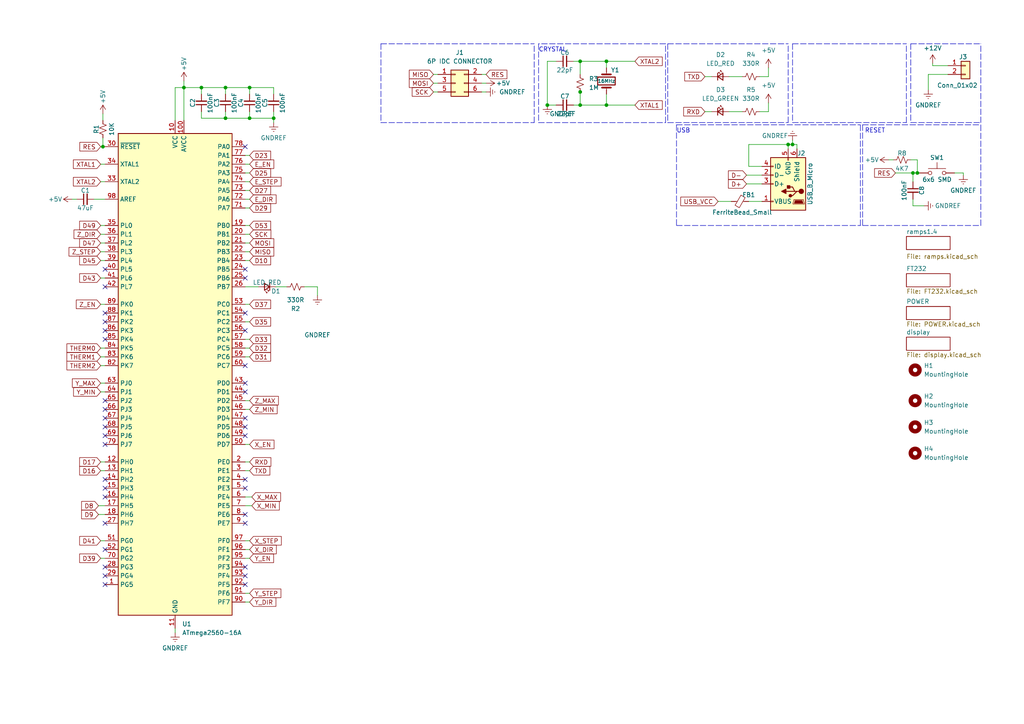
<source format=kicad_sch>
(kicad_sch (version 20211123) (generator eeschema)

  (uuid e63e39d7-6ac0-4ffd-8aa3-1841a4541b55)

  (paper "A4")

  (lib_symbols
    (symbol "Connector:USB_B_Micro" (pin_names (offset 1.016)) (in_bom yes) (on_board yes)
      (property "Reference" "J" (id 0) (at -5.08 11.43 0)
        (effects (font (size 1.27 1.27)) (justify left))
      )
      (property "Value" "USB_B_Micro" (id 1) (at -5.08 8.89 0)
        (effects (font (size 1.27 1.27)) (justify left))
      )
      (property "Footprint" "" (id 2) (at 3.81 -1.27 0)
        (effects (font (size 1.27 1.27)) hide)
      )
      (property "Datasheet" "~" (id 3) (at 3.81 -1.27 0)
        (effects (font (size 1.27 1.27)) hide)
      )
      (property "ki_keywords" "connector USB micro" (id 4) (at 0 0 0)
        (effects (font (size 1.27 1.27)) hide)
      )
      (property "ki_description" "USB Micro Type B connector" (id 5) (at 0 0 0)
        (effects (font (size 1.27 1.27)) hide)
      )
      (property "ki_fp_filters" "USB*" (id 6) (at 0 0 0)
        (effects (font (size 1.27 1.27)) hide)
      )
      (symbol "USB_B_Micro_0_1"
        (rectangle (start -5.08 -7.62) (end 5.08 7.62)
          (stroke (width 0.254) (type default) (color 0 0 0 0))
          (fill (type background))
        )
        (circle (center -3.81 2.159) (radius 0.635)
          (stroke (width 0.254) (type default) (color 0 0 0 0))
          (fill (type outline))
        )
        (circle (center -0.635 3.429) (radius 0.381)
          (stroke (width 0.254) (type default) (color 0 0 0 0))
          (fill (type outline))
        )
        (rectangle (start -0.127 -7.62) (end 0.127 -6.858)
          (stroke (width 0) (type default) (color 0 0 0 0))
          (fill (type none))
        )
        (polyline
          (pts
            (xy -1.905 2.159)
            (xy 0.635 2.159)
          )
          (stroke (width 0.254) (type default) (color 0 0 0 0))
          (fill (type none))
        )
        (polyline
          (pts
            (xy -3.175 2.159)
            (xy -2.54 2.159)
            (xy -1.27 3.429)
            (xy -0.635 3.429)
          )
          (stroke (width 0.254) (type default) (color 0 0 0 0))
          (fill (type none))
        )
        (polyline
          (pts
            (xy -2.54 2.159)
            (xy -1.905 2.159)
            (xy -1.27 0.889)
            (xy 0 0.889)
          )
          (stroke (width 0.254) (type default) (color 0 0 0 0))
          (fill (type none))
        )
        (polyline
          (pts
            (xy 0.635 2.794)
            (xy 0.635 1.524)
            (xy 1.905 2.159)
            (xy 0.635 2.794)
          )
          (stroke (width 0.254) (type default) (color 0 0 0 0))
          (fill (type outline))
        )
        (polyline
          (pts
            (xy -4.318 5.588)
            (xy -1.778 5.588)
            (xy -2.032 4.826)
            (xy -4.064 4.826)
            (xy -4.318 5.588)
          )
          (stroke (width 0) (type default) (color 0 0 0 0))
          (fill (type outline))
        )
        (polyline
          (pts
            (xy -4.699 5.842)
            (xy -4.699 5.588)
            (xy -4.445 4.826)
            (xy -4.445 4.572)
            (xy -1.651 4.572)
            (xy -1.651 4.826)
            (xy -1.397 5.588)
            (xy -1.397 5.842)
            (xy -4.699 5.842)
          )
          (stroke (width 0) (type default) (color 0 0 0 0))
          (fill (type none))
        )
        (rectangle (start 0.254 1.27) (end -0.508 0.508)
          (stroke (width 0.254) (type default) (color 0 0 0 0))
          (fill (type outline))
        )
        (rectangle (start 5.08 -5.207) (end 4.318 -4.953)
          (stroke (width 0) (type default) (color 0 0 0 0))
          (fill (type none))
        )
        (rectangle (start 5.08 -2.667) (end 4.318 -2.413)
          (stroke (width 0) (type default) (color 0 0 0 0))
          (fill (type none))
        )
        (rectangle (start 5.08 -0.127) (end 4.318 0.127)
          (stroke (width 0) (type default) (color 0 0 0 0))
          (fill (type none))
        )
        (rectangle (start 5.08 4.953) (end 4.318 5.207)
          (stroke (width 0) (type default) (color 0 0 0 0))
          (fill (type none))
        )
      )
      (symbol "USB_B_Micro_1_1"
        (pin power_out line (at 7.62 5.08 180) (length 2.54)
          (name "VBUS" (effects (font (size 1.27 1.27))))
          (number "1" (effects (font (size 1.27 1.27))))
        )
        (pin bidirectional line (at 7.62 -2.54 180) (length 2.54)
          (name "D-" (effects (font (size 1.27 1.27))))
          (number "2" (effects (font (size 1.27 1.27))))
        )
        (pin bidirectional line (at 7.62 0 180) (length 2.54)
          (name "D+" (effects (font (size 1.27 1.27))))
          (number "3" (effects (font (size 1.27 1.27))))
        )
        (pin passive line (at 7.62 -5.08 180) (length 2.54)
          (name "ID" (effects (font (size 1.27 1.27))))
          (number "4" (effects (font (size 1.27 1.27))))
        )
        (pin power_out line (at 0 -10.16 90) (length 2.54)
          (name "GND" (effects (font (size 1.27 1.27))))
          (number "5" (effects (font (size 1.27 1.27))))
        )
        (pin passive line (at -2.54 -10.16 90) (length 2.54)
          (name "Shield" (effects (font (size 1.27 1.27))))
          (number "6" (effects (font (size 1.27 1.27))))
        )
      )
    )
    (symbol "Connector_Generic:Conn_01x02" (pin_names (offset 1.016) hide) (in_bom yes) (on_board yes)
      (property "Reference" "J" (id 0) (at 0 2.54 0)
        (effects (font (size 1.27 1.27)))
      )
      (property "Value" "Conn_01x02" (id 1) (at 0 -5.08 0)
        (effects (font (size 1.27 1.27)))
      )
      (property "Footprint" "" (id 2) (at 0 0 0)
        (effects (font (size 1.27 1.27)) hide)
      )
      (property "Datasheet" "~" (id 3) (at 0 0 0)
        (effects (font (size 1.27 1.27)) hide)
      )
      (property "ki_keywords" "connector" (id 4) (at 0 0 0)
        (effects (font (size 1.27 1.27)) hide)
      )
      (property "ki_description" "Generic connector, single row, 01x02, script generated (kicad-library-utils/schlib/autogen/connector/)" (id 5) (at 0 0 0)
        (effects (font (size 1.27 1.27)) hide)
      )
      (property "ki_fp_filters" "Connector*:*_1x??_*" (id 6) (at 0 0 0)
        (effects (font (size 1.27 1.27)) hide)
      )
      (symbol "Conn_01x02_1_1"
        (rectangle (start -1.27 -2.413) (end 0 -2.667)
          (stroke (width 0.1524) (type default) (color 0 0 0 0))
          (fill (type none))
        )
        (rectangle (start -1.27 0.127) (end 0 -0.127)
          (stroke (width 0.1524) (type default) (color 0 0 0 0))
          (fill (type none))
        )
        (rectangle (start -1.27 1.27) (end 1.27 -3.81)
          (stroke (width 0.254) (type default) (color 0 0 0 0))
          (fill (type background))
        )
        (pin passive line (at -5.08 0 0) (length 3.81)
          (name "Pin_1" (effects (font (size 1.27 1.27))))
          (number "1" (effects (font (size 1.27 1.27))))
        )
        (pin passive line (at -5.08 -2.54 0) (length 3.81)
          (name "Pin_2" (effects (font (size 1.27 1.27))))
          (number "2" (effects (font (size 1.27 1.27))))
        )
      )
    )
    (symbol "Connector_Generic:Conn_02x03_Odd_Even" (pin_names (offset 1.016) hide) (in_bom yes) (on_board yes)
      (property "Reference" "J" (id 0) (at 1.27 5.08 0)
        (effects (font (size 1.27 1.27)))
      )
      (property "Value" "Conn_02x03_Odd_Even" (id 1) (at 1.27 -5.08 0)
        (effects (font (size 1.27 1.27)))
      )
      (property "Footprint" "" (id 2) (at 0 0 0)
        (effects (font (size 1.27 1.27)) hide)
      )
      (property "Datasheet" "~" (id 3) (at 0 0 0)
        (effects (font (size 1.27 1.27)) hide)
      )
      (property "ki_keywords" "connector" (id 4) (at 0 0 0)
        (effects (font (size 1.27 1.27)) hide)
      )
      (property "ki_description" "Generic connector, double row, 02x03, odd/even pin numbering scheme (row 1 odd numbers, row 2 even numbers), script generated (kicad-library-utils/schlib/autogen/connector/)" (id 5) (at 0 0 0)
        (effects (font (size 1.27 1.27)) hide)
      )
      (property "ki_fp_filters" "Connector*:*_2x??_*" (id 6) (at 0 0 0)
        (effects (font (size 1.27 1.27)) hide)
      )
      (symbol "Conn_02x03_Odd_Even_1_1"
        (rectangle (start -1.27 -2.413) (end 0 -2.667)
          (stroke (width 0.1524) (type default) (color 0 0 0 0))
          (fill (type none))
        )
        (rectangle (start -1.27 0.127) (end 0 -0.127)
          (stroke (width 0.1524) (type default) (color 0 0 0 0))
          (fill (type none))
        )
        (rectangle (start -1.27 2.667) (end 0 2.413)
          (stroke (width 0.1524) (type default) (color 0 0 0 0))
          (fill (type none))
        )
        (rectangle (start -1.27 3.81) (end 3.81 -3.81)
          (stroke (width 0.254) (type default) (color 0 0 0 0))
          (fill (type background))
        )
        (rectangle (start 3.81 -2.413) (end 2.54 -2.667)
          (stroke (width 0.1524) (type default) (color 0 0 0 0))
          (fill (type none))
        )
        (rectangle (start 3.81 0.127) (end 2.54 -0.127)
          (stroke (width 0.1524) (type default) (color 0 0 0 0))
          (fill (type none))
        )
        (rectangle (start 3.81 2.667) (end 2.54 2.413)
          (stroke (width 0.1524) (type default) (color 0 0 0 0))
          (fill (type none))
        )
        (pin passive line (at -5.08 2.54 0) (length 3.81)
          (name "Pin_1" (effects (font (size 1.27 1.27))))
          (number "1" (effects (font (size 1.27 1.27))))
        )
        (pin passive line (at 7.62 2.54 180) (length 3.81)
          (name "Pin_2" (effects (font (size 1.27 1.27))))
          (number "2" (effects (font (size 1.27 1.27))))
        )
        (pin passive line (at -5.08 0 0) (length 3.81)
          (name "Pin_3" (effects (font (size 1.27 1.27))))
          (number "3" (effects (font (size 1.27 1.27))))
        )
        (pin passive line (at 7.62 0 180) (length 3.81)
          (name "Pin_4" (effects (font (size 1.27 1.27))))
          (number "4" (effects (font (size 1.27 1.27))))
        )
        (pin passive line (at -5.08 -2.54 0) (length 3.81)
          (name "Pin_5" (effects (font (size 1.27 1.27))))
          (number "5" (effects (font (size 1.27 1.27))))
        )
        (pin passive line (at 7.62 -2.54 180) (length 3.81)
          (name "Pin_6" (effects (font (size 1.27 1.27))))
          (number "6" (effects (font (size 1.27 1.27))))
        )
      )
    )
    (symbol "Device:C_Small" (pin_numbers hide) (pin_names (offset 0.254) hide) (in_bom yes) (on_board yes)
      (property "Reference" "C" (id 0) (at 0.254 1.778 0)
        (effects (font (size 1.27 1.27)) (justify left))
      )
      (property "Value" "C_Small" (id 1) (at 0.254 -2.032 0)
        (effects (font (size 1.27 1.27)) (justify left))
      )
      (property "Footprint" "" (id 2) (at 0 0 0)
        (effects (font (size 1.27 1.27)) hide)
      )
      (property "Datasheet" "~" (id 3) (at 0 0 0)
        (effects (font (size 1.27 1.27)) hide)
      )
      (property "ki_keywords" "capacitor cap" (id 4) (at 0 0 0)
        (effects (font (size 1.27 1.27)) hide)
      )
      (property "ki_description" "Unpolarized capacitor, small symbol" (id 5) (at 0 0 0)
        (effects (font (size 1.27 1.27)) hide)
      )
      (property "ki_fp_filters" "C_*" (id 6) (at 0 0 0)
        (effects (font (size 1.27 1.27)) hide)
      )
      (symbol "C_Small_0_1"
        (polyline
          (pts
            (xy -1.524 -0.508)
            (xy 1.524 -0.508)
          )
          (stroke (width 0.3302) (type default) (color 0 0 0 0))
          (fill (type none))
        )
        (polyline
          (pts
            (xy -1.524 0.508)
            (xy 1.524 0.508)
          )
          (stroke (width 0.3048) (type default) (color 0 0 0 0))
          (fill (type none))
        )
      )
      (symbol "C_Small_1_1"
        (pin passive line (at 0 2.54 270) (length 2.032)
          (name "~" (effects (font (size 1.27 1.27))))
          (number "1" (effects (font (size 1.27 1.27))))
        )
        (pin passive line (at 0 -2.54 90) (length 2.032)
          (name "~" (effects (font (size 1.27 1.27))))
          (number "2" (effects (font (size 1.27 1.27))))
        )
      )
    )
    (symbol "Device:Crystal" (pin_numbers hide) (pin_names (offset 1.016) hide) (in_bom yes) (on_board yes)
      (property "Reference" "Y" (id 0) (at 0 3.81 0)
        (effects (font (size 1.27 1.27)))
      )
      (property "Value" "Crystal" (id 1) (at 0 -3.81 0)
        (effects (font (size 1.27 1.27)))
      )
      (property "Footprint" "" (id 2) (at 0 0 0)
        (effects (font (size 1.27 1.27)) hide)
      )
      (property "Datasheet" "~" (id 3) (at 0 0 0)
        (effects (font (size 1.27 1.27)) hide)
      )
      (property "ki_keywords" "quartz ceramic resonator oscillator" (id 4) (at 0 0 0)
        (effects (font (size 1.27 1.27)) hide)
      )
      (property "ki_description" "Two pin crystal" (id 5) (at 0 0 0)
        (effects (font (size 1.27 1.27)) hide)
      )
      (property "ki_fp_filters" "Crystal*" (id 6) (at 0 0 0)
        (effects (font (size 1.27 1.27)) hide)
      )
      (symbol "Crystal_0_1"
        (rectangle (start -1.143 2.54) (end 1.143 -2.54)
          (stroke (width 0.3048) (type default) (color 0 0 0 0))
          (fill (type none))
        )
        (polyline
          (pts
            (xy -2.54 0)
            (xy -1.905 0)
          )
          (stroke (width 0) (type default) (color 0 0 0 0))
          (fill (type none))
        )
        (polyline
          (pts
            (xy -1.905 -1.27)
            (xy -1.905 1.27)
          )
          (stroke (width 0.508) (type default) (color 0 0 0 0))
          (fill (type none))
        )
        (polyline
          (pts
            (xy 1.905 -1.27)
            (xy 1.905 1.27)
          )
          (stroke (width 0.508) (type default) (color 0 0 0 0))
          (fill (type none))
        )
        (polyline
          (pts
            (xy 2.54 0)
            (xy 1.905 0)
          )
          (stroke (width 0) (type default) (color 0 0 0 0))
          (fill (type none))
        )
      )
      (symbol "Crystal_1_1"
        (pin passive line (at -3.81 0 0) (length 1.27)
          (name "1" (effects (font (size 1.27 1.27))))
          (number "1" (effects (font (size 1.27 1.27))))
        )
        (pin passive line (at 3.81 0 180) (length 1.27)
          (name "2" (effects (font (size 1.27 1.27))))
          (number "2" (effects (font (size 1.27 1.27))))
        )
      )
    )
    (symbol "Device:FerriteBead_Small" (pin_numbers hide) (pin_names (offset 0)) (in_bom yes) (on_board yes)
      (property "Reference" "FB" (id 0) (at 1.905 1.27 0)
        (effects (font (size 1.27 1.27)) (justify left))
      )
      (property "Value" "FerriteBead_Small" (id 1) (at 1.905 -1.27 0)
        (effects (font (size 1.27 1.27)) (justify left))
      )
      (property "Footprint" "" (id 2) (at -1.778 0 90)
        (effects (font (size 1.27 1.27)) hide)
      )
      (property "Datasheet" "~" (id 3) (at 0 0 0)
        (effects (font (size 1.27 1.27)) hide)
      )
      (property "ki_keywords" "L ferrite bead inductor filter" (id 4) (at 0 0 0)
        (effects (font (size 1.27 1.27)) hide)
      )
      (property "ki_description" "Ferrite bead, small symbol" (id 5) (at 0 0 0)
        (effects (font (size 1.27 1.27)) hide)
      )
      (property "ki_fp_filters" "Inductor_* L_* *Ferrite*" (id 6) (at 0 0 0)
        (effects (font (size 1.27 1.27)) hide)
      )
      (symbol "FerriteBead_Small_0_1"
        (polyline
          (pts
            (xy 0 -1.27)
            (xy 0 -0.7874)
          )
          (stroke (width 0) (type default) (color 0 0 0 0))
          (fill (type none))
        )
        (polyline
          (pts
            (xy 0 0.889)
            (xy 0 1.2954)
          )
          (stroke (width 0) (type default) (color 0 0 0 0))
          (fill (type none))
        )
        (polyline
          (pts
            (xy -1.8288 0.2794)
            (xy -1.1176 1.4986)
            (xy 1.8288 -0.2032)
            (xy 1.1176 -1.4224)
            (xy -1.8288 0.2794)
          )
          (stroke (width 0) (type default) (color 0 0 0 0))
          (fill (type none))
        )
      )
      (symbol "FerriteBead_Small_1_1"
        (pin passive line (at 0 2.54 270) (length 1.27)
          (name "~" (effects (font (size 1.27 1.27))))
          (number "1" (effects (font (size 1.27 1.27))))
        )
        (pin passive line (at 0 -2.54 90) (length 1.27)
          (name "~" (effects (font (size 1.27 1.27))))
          (number "2" (effects (font (size 1.27 1.27))))
        )
      )
    )
    (symbol "Device:LED_Small" (pin_numbers hide) (pin_names (offset 0.254) hide) (in_bom yes) (on_board yes)
      (property "Reference" "D" (id 0) (at -1.27 3.175 0)
        (effects (font (size 1.27 1.27)) (justify left))
      )
      (property "Value" "LED_Small" (id 1) (at -4.445 -2.54 0)
        (effects (font (size 1.27 1.27)) (justify left))
      )
      (property "Footprint" "" (id 2) (at 0 0 90)
        (effects (font (size 1.27 1.27)) hide)
      )
      (property "Datasheet" "~" (id 3) (at 0 0 90)
        (effects (font (size 1.27 1.27)) hide)
      )
      (property "ki_keywords" "LED diode light-emitting-diode" (id 4) (at 0 0 0)
        (effects (font (size 1.27 1.27)) hide)
      )
      (property "ki_description" "Light emitting diode, small symbol" (id 5) (at 0 0 0)
        (effects (font (size 1.27 1.27)) hide)
      )
      (property "ki_fp_filters" "LED* LED_SMD:* LED_THT:*" (id 6) (at 0 0 0)
        (effects (font (size 1.27 1.27)) hide)
      )
      (symbol "LED_Small_0_1"
        (polyline
          (pts
            (xy -0.762 -1.016)
            (xy -0.762 1.016)
          )
          (stroke (width 0.254) (type default) (color 0 0 0 0))
          (fill (type none))
        )
        (polyline
          (pts
            (xy 1.016 0)
            (xy -0.762 0)
          )
          (stroke (width 0) (type default) (color 0 0 0 0))
          (fill (type none))
        )
        (polyline
          (pts
            (xy 0.762 -1.016)
            (xy -0.762 0)
            (xy 0.762 1.016)
            (xy 0.762 -1.016)
          )
          (stroke (width 0.254) (type default) (color 0 0 0 0))
          (fill (type none))
        )
        (polyline
          (pts
            (xy 0 0.762)
            (xy -0.508 1.27)
            (xy -0.254 1.27)
            (xy -0.508 1.27)
            (xy -0.508 1.016)
          )
          (stroke (width 0) (type default) (color 0 0 0 0))
          (fill (type none))
        )
        (polyline
          (pts
            (xy 0.508 1.27)
            (xy 0 1.778)
            (xy 0.254 1.778)
            (xy 0 1.778)
            (xy 0 1.524)
          )
          (stroke (width 0) (type default) (color 0 0 0 0))
          (fill (type none))
        )
      )
      (symbol "LED_Small_1_1"
        (pin passive line (at -2.54 0 0) (length 1.778)
          (name "K" (effects (font (size 1.27 1.27))))
          (number "1" (effects (font (size 1.27 1.27))))
        )
        (pin passive line (at 2.54 0 180) (length 1.778)
          (name "A" (effects (font (size 1.27 1.27))))
          (number "2" (effects (font (size 1.27 1.27))))
        )
      )
    )
    (symbol "Device:R_Small_US" (pin_numbers hide) (pin_names (offset 0.254) hide) (in_bom yes) (on_board yes)
      (property "Reference" "R" (id 0) (at 0.762 0.508 0)
        (effects (font (size 1.27 1.27)) (justify left))
      )
      (property "Value" "R_Small_US" (id 1) (at 0.762 -1.016 0)
        (effects (font (size 1.27 1.27)) (justify left))
      )
      (property "Footprint" "" (id 2) (at 0 0 0)
        (effects (font (size 1.27 1.27)) hide)
      )
      (property "Datasheet" "~" (id 3) (at 0 0 0)
        (effects (font (size 1.27 1.27)) hide)
      )
      (property "ki_keywords" "r resistor" (id 4) (at 0 0 0)
        (effects (font (size 1.27 1.27)) hide)
      )
      (property "ki_description" "Resistor, small US symbol" (id 5) (at 0 0 0)
        (effects (font (size 1.27 1.27)) hide)
      )
      (property "ki_fp_filters" "R_*" (id 6) (at 0 0 0)
        (effects (font (size 1.27 1.27)) hide)
      )
      (symbol "R_Small_US_1_1"
        (polyline
          (pts
            (xy 0 0)
            (xy 1.016 -0.381)
            (xy 0 -0.762)
            (xy -1.016 -1.143)
            (xy 0 -1.524)
          )
          (stroke (width 0) (type default) (color 0 0 0 0))
          (fill (type none))
        )
        (polyline
          (pts
            (xy 0 1.524)
            (xy 1.016 1.143)
            (xy 0 0.762)
            (xy -1.016 0.381)
            (xy 0 0)
          )
          (stroke (width 0) (type default) (color 0 0 0 0))
          (fill (type none))
        )
        (pin passive line (at 0 2.54 270) (length 1.016)
          (name "~" (effects (font (size 1.27 1.27))))
          (number "1" (effects (font (size 1.27 1.27))))
        )
        (pin passive line (at 0 -2.54 90) (length 1.016)
          (name "~" (effects (font (size 1.27 1.27))))
          (number "2" (effects (font (size 1.27 1.27))))
        )
      )
    )
    (symbol "MCU_Microchip_ATmega:ATmega2560-16A" (in_bom yes) (on_board yes)
      (property "Reference" "U" (id 0) (at 0 1.27 0)
        (effects (font (size 1.27 1.27)) (justify bottom))
      )
      (property "Value" "ATmega2560-16A" (id 1) (at 0 -1.27 0)
        (effects (font (size 1.27 1.27)) (justify top))
      )
      (property "Footprint" "Package_QFP:TQFP-100_14x14mm_P0.5mm" (id 2) (at 0 0 0)
        (effects (font (size 1.27 1.27) italic) hide)
      )
      (property "Datasheet" "http://ww1.microchip.com/downloads/en/DeviceDoc/Atmel-2549-8-bit-AVR-Microcontroller-ATmega640-1280-1281-2560-2561_datasheet.pdf" (id 3) (at 0 0 0)
        (effects (font (size 1.27 1.27)) hide)
      )
      (property "ki_keywords" "AVR 8bit Microcontroller MegaAVR" (id 4) (at 0 0 0)
        (effects (font (size 1.27 1.27)) hide)
      )
      (property "ki_description" "16MHz, 256kB Flash, 8kB SRAM, 4kB EEPROM, JTAG, TQFP-100" (id 5) (at 0 0 0)
        (effects (font (size 1.27 1.27)) hide)
      )
      (property "ki_fp_filters" "TQFP*14x14mm*P0.5mm*" (id 6) (at 0 0 0)
        (effects (font (size 1.27 1.27)) hide)
      )
      (symbol "ATmega2560-16A_0_1"
        (rectangle (start -16.51 -69.85) (end 16.51 69.85)
          (stroke (width 0.254) (type default) (color 0 0 0 0))
          (fill (type background))
        )
      )
      (symbol "ATmega2560-16A_1_1"
        (pin bidirectional line (at -20.32 -60.96 0) (length 3.81)
          (name "PG5" (effects (font (size 1.27 1.27))))
          (number "1" (effects (font (size 1.27 1.27))))
        )
        (pin power_in line (at 0 73.66 270) (length 3.81)
          (name "VCC" (effects (font (size 1.27 1.27))))
          (number "10" (effects (font (size 1.27 1.27))))
        )
        (pin power_in line (at 2.54 73.66 270) (length 3.81)
          (name "AVCC" (effects (font (size 1.27 1.27))))
          (number "100" (effects (font (size 1.27 1.27))))
        )
        (pin power_in line (at 0 -73.66 90) (length 3.81)
          (name "GND" (effects (font (size 1.27 1.27))))
          (number "11" (effects (font (size 1.27 1.27))))
        )
        (pin bidirectional line (at -20.32 -25.4 0) (length 3.81)
          (name "PH0" (effects (font (size 1.27 1.27))))
          (number "12" (effects (font (size 1.27 1.27))))
        )
        (pin bidirectional line (at -20.32 -27.94 0) (length 3.81)
          (name "PH1" (effects (font (size 1.27 1.27))))
          (number "13" (effects (font (size 1.27 1.27))))
        )
        (pin bidirectional line (at -20.32 -30.48 0) (length 3.81)
          (name "PH2" (effects (font (size 1.27 1.27))))
          (number "14" (effects (font (size 1.27 1.27))))
        )
        (pin bidirectional line (at -20.32 -33.02 0) (length 3.81)
          (name "PH3" (effects (font (size 1.27 1.27))))
          (number "15" (effects (font (size 1.27 1.27))))
        )
        (pin bidirectional line (at -20.32 -35.56 0) (length 3.81)
          (name "PH4" (effects (font (size 1.27 1.27))))
          (number "16" (effects (font (size 1.27 1.27))))
        )
        (pin bidirectional line (at -20.32 -38.1 0) (length 3.81)
          (name "PH5" (effects (font (size 1.27 1.27))))
          (number "17" (effects (font (size 1.27 1.27))))
        )
        (pin bidirectional line (at -20.32 -40.64 0) (length 3.81)
          (name "PH6" (effects (font (size 1.27 1.27))))
          (number "18" (effects (font (size 1.27 1.27))))
        )
        (pin bidirectional line (at 20.32 43.18 180) (length 3.81)
          (name "PB0" (effects (font (size 1.27 1.27))))
          (number "19" (effects (font (size 1.27 1.27))))
        )
        (pin bidirectional line (at 20.32 -25.4 180) (length 3.81)
          (name "PE0" (effects (font (size 1.27 1.27))))
          (number "2" (effects (font (size 1.27 1.27))))
        )
        (pin bidirectional line (at 20.32 40.64 180) (length 3.81)
          (name "PB1" (effects (font (size 1.27 1.27))))
          (number "20" (effects (font (size 1.27 1.27))))
        )
        (pin bidirectional line (at 20.32 38.1 180) (length 3.81)
          (name "PB2" (effects (font (size 1.27 1.27))))
          (number "21" (effects (font (size 1.27 1.27))))
        )
        (pin bidirectional line (at 20.32 35.56 180) (length 3.81)
          (name "PB3" (effects (font (size 1.27 1.27))))
          (number "22" (effects (font (size 1.27 1.27))))
        )
        (pin bidirectional line (at 20.32 33.02 180) (length 3.81)
          (name "PB4" (effects (font (size 1.27 1.27))))
          (number "23" (effects (font (size 1.27 1.27))))
        )
        (pin bidirectional line (at 20.32 30.48 180) (length 3.81)
          (name "PB5" (effects (font (size 1.27 1.27))))
          (number "24" (effects (font (size 1.27 1.27))))
        )
        (pin bidirectional line (at 20.32 27.94 180) (length 3.81)
          (name "PB6" (effects (font (size 1.27 1.27))))
          (number "25" (effects (font (size 1.27 1.27))))
        )
        (pin bidirectional line (at 20.32 25.4 180) (length 3.81)
          (name "PB7" (effects (font (size 1.27 1.27))))
          (number "26" (effects (font (size 1.27 1.27))))
        )
        (pin bidirectional line (at -20.32 -43.18 0) (length 3.81)
          (name "PH7" (effects (font (size 1.27 1.27))))
          (number "27" (effects (font (size 1.27 1.27))))
        )
        (pin bidirectional line (at -20.32 -55.88 0) (length 3.81)
          (name "PG3" (effects (font (size 1.27 1.27))))
          (number "28" (effects (font (size 1.27 1.27))))
        )
        (pin bidirectional line (at -20.32 -58.42 0) (length 3.81)
          (name "PG4" (effects (font (size 1.27 1.27))))
          (number "29" (effects (font (size 1.27 1.27))))
        )
        (pin bidirectional line (at 20.32 -27.94 180) (length 3.81)
          (name "PE1" (effects (font (size 1.27 1.27))))
          (number "3" (effects (font (size 1.27 1.27))))
        )
        (pin input line (at -20.32 66.04 0) (length 3.81)
          (name "~{RESET}" (effects (font (size 1.27 1.27))))
          (number "30" (effects (font (size 1.27 1.27))))
        )
        (pin passive line (at 0 73.66 270) (length 3.81) hide
          (name "VCC" (effects (font (size 1.27 1.27))))
          (number "31" (effects (font (size 1.27 1.27))))
        )
        (pin passive line (at 0 -73.66 90) (length 3.81) hide
          (name "GND" (effects (font (size 1.27 1.27))))
          (number "32" (effects (font (size 1.27 1.27))))
        )
        (pin output line (at -20.32 55.88 0) (length 3.81)
          (name "XTAL2" (effects (font (size 1.27 1.27))))
          (number "33" (effects (font (size 1.27 1.27))))
        )
        (pin input line (at -20.32 60.96 0) (length 3.81)
          (name "XTAL1" (effects (font (size 1.27 1.27))))
          (number "34" (effects (font (size 1.27 1.27))))
        )
        (pin bidirectional line (at -20.32 43.18 0) (length 3.81)
          (name "PL0" (effects (font (size 1.27 1.27))))
          (number "35" (effects (font (size 1.27 1.27))))
        )
        (pin bidirectional line (at -20.32 40.64 0) (length 3.81)
          (name "PL1" (effects (font (size 1.27 1.27))))
          (number "36" (effects (font (size 1.27 1.27))))
        )
        (pin bidirectional line (at -20.32 38.1 0) (length 3.81)
          (name "PL2" (effects (font (size 1.27 1.27))))
          (number "37" (effects (font (size 1.27 1.27))))
        )
        (pin bidirectional line (at -20.32 35.56 0) (length 3.81)
          (name "PL3" (effects (font (size 1.27 1.27))))
          (number "38" (effects (font (size 1.27 1.27))))
        )
        (pin bidirectional line (at -20.32 33.02 0) (length 3.81)
          (name "PL4" (effects (font (size 1.27 1.27))))
          (number "39" (effects (font (size 1.27 1.27))))
        )
        (pin bidirectional line (at 20.32 -30.48 180) (length 3.81)
          (name "PE2" (effects (font (size 1.27 1.27))))
          (number "4" (effects (font (size 1.27 1.27))))
        )
        (pin bidirectional line (at -20.32 30.48 0) (length 3.81)
          (name "PL5" (effects (font (size 1.27 1.27))))
          (number "40" (effects (font (size 1.27 1.27))))
        )
        (pin bidirectional line (at -20.32 27.94 0) (length 3.81)
          (name "PL6" (effects (font (size 1.27 1.27))))
          (number "41" (effects (font (size 1.27 1.27))))
        )
        (pin bidirectional line (at -20.32 25.4 0) (length 3.81)
          (name "PL7" (effects (font (size 1.27 1.27))))
          (number "42" (effects (font (size 1.27 1.27))))
        )
        (pin bidirectional line (at 20.32 -2.54 180) (length 3.81)
          (name "PD0" (effects (font (size 1.27 1.27))))
          (number "43" (effects (font (size 1.27 1.27))))
        )
        (pin bidirectional line (at 20.32 -5.08 180) (length 3.81)
          (name "PD1" (effects (font (size 1.27 1.27))))
          (number "44" (effects (font (size 1.27 1.27))))
        )
        (pin bidirectional line (at 20.32 -7.62 180) (length 3.81)
          (name "PD2" (effects (font (size 1.27 1.27))))
          (number "45" (effects (font (size 1.27 1.27))))
        )
        (pin bidirectional line (at 20.32 -10.16 180) (length 3.81)
          (name "PD3" (effects (font (size 1.27 1.27))))
          (number "46" (effects (font (size 1.27 1.27))))
        )
        (pin bidirectional line (at 20.32 -12.7 180) (length 3.81)
          (name "PD4" (effects (font (size 1.27 1.27))))
          (number "47" (effects (font (size 1.27 1.27))))
        )
        (pin bidirectional line (at 20.32 -15.24 180) (length 3.81)
          (name "PD5" (effects (font (size 1.27 1.27))))
          (number "48" (effects (font (size 1.27 1.27))))
        )
        (pin bidirectional line (at 20.32 -17.78 180) (length 3.81)
          (name "PD6" (effects (font (size 1.27 1.27))))
          (number "49" (effects (font (size 1.27 1.27))))
        )
        (pin bidirectional line (at 20.32 -33.02 180) (length 3.81)
          (name "PE3" (effects (font (size 1.27 1.27))))
          (number "5" (effects (font (size 1.27 1.27))))
        )
        (pin bidirectional line (at 20.32 -20.32 180) (length 3.81)
          (name "PD7" (effects (font (size 1.27 1.27))))
          (number "50" (effects (font (size 1.27 1.27))))
        )
        (pin bidirectional line (at -20.32 -48.26 0) (length 3.81)
          (name "PG0" (effects (font (size 1.27 1.27))))
          (number "51" (effects (font (size 1.27 1.27))))
        )
        (pin bidirectional line (at -20.32 -50.8 0) (length 3.81)
          (name "PG1" (effects (font (size 1.27 1.27))))
          (number "52" (effects (font (size 1.27 1.27))))
        )
        (pin bidirectional line (at 20.32 20.32 180) (length 3.81)
          (name "PC0" (effects (font (size 1.27 1.27))))
          (number "53" (effects (font (size 1.27 1.27))))
        )
        (pin bidirectional line (at 20.32 17.78 180) (length 3.81)
          (name "PC1" (effects (font (size 1.27 1.27))))
          (number "54" (effects (font (size 1.27 1.27))))
        )
        (pin bidirectional line (at 20.32 15.24 180) (length 3.81)
          (name "PC2" (effects (font (size 1.27 1.27))))
          (number "55" (effects (font (size 1.27 1.27))))
        )
        (pin bidirectional line (at 20.32 12.7 180) (length 3.81)
          (name "PC3" (effects (font (size 1.27 1.27))))
          (number "56" (effects (font (size 1.27 1.27))))
        )
        (pin bidirectional line (at 20.32 10.16 180) (length 3.81)
          (name "PC4" (effects (font (size 1.27 1.27))))
          (number "57" (effects (font (size 1.27 1.27))))
        )
        (pin bidirectional line (at 20.32 7.62 180) (length 3.81)
          (name "PC5" (effects (font (size 1.27 1.27))))
          (number "58" (effects (font (size 1.27 1.27))))
        )
        (pin bidirectional line (at 20.32 5.08 180) (length 3.81)
          (name "PC6" (effects (font (size 1.27 1.27))))
          (number "59" (effects (font (size 1.27 1.27))))
        )
        (pin bidirectional line (at 20.32 -35.56 180) (length 3.81)
          (name "PE4" (effects (font (size 1.27 1.27))))
          (number "6" (effects (font (size 1.27 1.27))))
        )
        (pin bidirectional line (at 20.32 2.54 180) (length 3.81)
          (name "PC7" (effects (font (size 1.27 1.27))))
          (number "60" (effects (font (size 1.27 1.27))))
        )
        (pin passive line (at 0 73.66 270) (length 3.81) hide
          (name "VCC" (effects (font (size 1.27 1.27))))
          (number "61" (effects (font (size 1.27 1.27))))
        )
        (pin passive line (at 0 -73.66 90) (length 3.81) hide
          (name "GND" (effects (font (size 1.27 1.27))))
          (number "62" (effects (font (size 1.27 1.27))))
        )
        (pin bidirectional line (at -20.32 -2.54 0) (length 3.81)
          (name "PJ0" (effects (font (size 1.27 1.27))))
          (number "63" (effects (font (size 1.27 1.27))))
        )
        (pin bidirectional line (at -20.32 -5.08 0) (length 3.81)
          (name "PJ1" (effects (font (size 1.27 1.27))))
          (number "64" (effects (font (size 1.27 1.27))))
        )
        (pin bidirectional line (at -20.32 -7.62 0) (length 3.81)
          (name "PJ2" (effects (font (size 1.27 1.27))))
          (number "65" (effects (font (size 1.27 1.27))))
        )
        (pin bidirectional line (at -20.32 -10.16 0) (length 3.81)
          (name "PJ3" (effects (font (size 1.27 1.27))))
          (number "66" (effects (font (size 1.27 1.27))))
        )
        (pin bidirectional line (at -20.32 -12.7 0) (length 3.81)
          (name "PJ4" (effects (font (size 1.27 1.27))))
          (number "67" (effects (font (size 1.27 1.27))))
        )
        (pin bidirectional line (at -20.32 -15.24 0) (length 3.81)
          (name "PJ5" (effects (font (size 1.27 1.27))))
          (number "68" (effects (font (size 1.27 1.27))))
        )
        (pin bidirectional line (at -20.32 -17.78 0) (length 3.81)
          (name "PJ6" (effects (font (size 1.27 1.27))))
          (number "69" (effects (font (size 1.27 1.27))))
        )
        (pin bidirectional line (at 20.32 -38.1 180) (length 3.81)
          (name "PE5" (effects (font (size 1.27 1.27))))
          (number "7" (effects (font (size 1.27 1.27))))
        )
        (pin bidirectional line (at -20.32 -53.34 0) (length 3.81)
          (name "PG2" (effects (font (size 1.27 1.27))))
          (number "70" (effects (font (size 1.27 1.27))))
        )
        (pin bidirectional line (at 20.32 48.26 180) (length 3.81)
          (name "PA7" (effects (font (size 1.27 1.27))))
          (number "71" (effects (font (size 1.27 1.27))))
        )
        (pin bidirectional line (at 20.32 50.8 180) (length 3.81)
          (name "PA6" (effects (font (size 1.27 1.27))))
          (number "72" (effects (font (size 1.27 1.27))))
        )
        (pin bidirectional line (at 20.32 53.34 180) (length 3.81)
          (name "PA5" (effects (font (size 1.27 1.27))))
          (number "73" (effects (font (size 1.27 1.27))))
        )
        (pin bidirectional line (at 20.32 55.88 180) (length 3.81)
          (name "PA4" (effects (font (size 1.27 1.27))))
          (number "74" (effects (font (size 1.27 1.27))))
        )
        (pin bidirectional line (at 20.32 58.42 180) (length 3.81)
          (name "PA3" (effects (font (size 1.27 1.27))))
          (number "75" (effects (font (size 1.27 1.27))))
        )
        (pin bidirectional line (at 20.32 60.96 180) (length 3.81)
          (name "PA2" (effects (font (size 1.27 1.27))))
          (number "76" (effects (font (size 1.27 1.27))))
        )
        (pin bidirectional line (at 20.32 63.5 180) (length 3.81)
          (name "PA1" (effects (font (size 1.27 1.27))))
          (number "77" (effects (font (size 1.27 1.27))))
        )
        (pin bidirectional line (at 20.32 66.04 180) (length 3.81)
          (name "PA0" (effects (font (size 1.27 1.27))))
          (number "78" (effects (font (size 1.27 1.27))))
        )
        (pin bidirectional line (at -20.32 -20.32 0) (length 3.81)
          (name "PJ7" (effects (font (size 1.27 1.27))))
          (number "79" (effects (font (size 1.27 1.27))))
        )
        (pin bidirectional line (at 20.32 -40.64 180) (length 3.81)
          (name "PE6" (effects (font (size 1.27 1.27))))
          (number "8" (effects (font (size 1.27 1.27))))
        )
        (pin passive line (at 0 73.66 270) (length 3.81) hide
          (name "VCC" (effects (font (size 1.27 1.27))))
          (number "80" (effects (font (size 1.27 1.27))))
        )
        (pin passive line (at 0 -73.66 90) (length 3.81) hide
          (name "GND" (effects (font (size 1.27 1.27))))
          (number "81" (effects (font (size 1.27 1.27))))
        )
        (pin bidirectional line (at -20.32 2.54 0) (length 3.81)
          (name "PK7" (effects (font (size 1.27 1.27))))
          (number "82" (effects (font (size 1.27 1.27))))
        )
        (pin bidirectional line (at -20.32 5.08 0) (length 3.81)
          (name "PK6" (effects (font (size 1.27 1.27))))
          (number "83" (effects (font (size 1.27 1.27))))
        )
        (pin bidirectional line (at -20.32 7.62 0) (length 3.81)
          (name "PK5" (effects (font (size 1.27 1.27))))
          (number "84" (effects (font (size 1.27 1.27))))
        )
        (pin bidirectional line (at -20.32 10.16 0) (length 3.81)
          (name "PK4" (effects (font (size 1.27 1.27))))
          (number "85" (effects (font (size 1.27 1.27))))
        )
        (pin bidirectional line (at -20.32 12.7 0) (length 3.81)
          (name "PK3" (effects (font (size 1.27 1.27))))
          (number "86" (effects (font (size 1.27 1.27))))
        )
        (pin bidirectional line (at -20.32 15.24 0) (length 3.81)
          (name "PK2" (effects (font (size 1.27 1.27))))
          (number "87" (effects (font (size 1.27 1.27))))
        )
        (pin bidirectional line (at -20.32 17.78 0) (length 3.81)
          (name "PK1" (effects (font (size 1.27 1.27))))
          (number "88" (effects (font (size 1.27 1.27))))
        )
        (pin bidirectional line (at -20.32 20.32 0) (length 3.81)
          (name "PK0" (effects (font (size 1.27 1.27))))
          (number "89" (effects (font (size 1.27 1.27))))
        )
        (pin bidirectional line (at 20.32 -43.18 180) (length 3.81)
          (name "PE7" (effects (font (size 1.27 1.27))))
          (number "9" (effects (font (size 1.27 1.27))))
        )
        (pin bidirectional line (at 20.32 -66.04 180) (length 3.81)
          (name "PF7" (effects (font (size 1.27 1.27))))
          (number "90" (effects (font (size 1.27 1.27))))
        )
        (pin bidirectional line (at 20.32 -63.5 180) (length 3.81)
          (name "PF6" (effects (font (size 1.27 1.27))))
          (number "91" (effects (font (size 1.27 1.27))))
        )
        (pin bidirectional line (at 20.32 -60.96 180) (length 3.81)
          (name "PF5" (effects (font (size 1.27 1.27))))
          (number "92" (effects (font (size 1.27 1.27))))
        )
        (pin bidirectional line (at 20.32 -58.42 180) (length 3.81)
          (name "PF4" (effects (font (size 1.27 1.27))))
          (number "93" (effects (font (size 1.27 1.27))))
        )
        (pin bidirectional line (at 20.32 -55.88 180) (length 3.81)
          (name "PF3" (effects (font (size 1.27 1.27))))
          (number "94" (effects (font (size 1.27 1.27))))
        )
        (pin bidirectional line (at 20.32 -53.34 180) (length 3.81)
          (name "PF2" (effects (font (size 1.27 1.27))))
          (number "95" (effects (font (size 1.27 1.27))))
        )
        (pin bidirectional line (at 20.32 -50.8 180) (length 3.81)
          (name "PF1" (effects (font (size 1.27 1.27))))
          (number "96" (effects (font (size 1.27 1.27))))
        )
        (pin bidirectional line (at 20.32 -48.26 180) (length 3.81)
          (name "PF0" (effects (font (size 1.27 1.27))))
          (number "97" (effects (font (size 1.27 1.27))))
        )
        (pin passive line (at -20.32 50.8 0) (length 3.81)
          (name "AREF" (effects (font (size 1.27 1.27))))
          (number "98" (effects (font (size 1.27 1.27))))
        )
        (pin passive line (at 0 -73.66 90) (length 3.81) hide
          (name "GND" (effects (font (size 1.27 1.27))))
          (number "99" (effects (font (size 1.27 1.27))))
        )
      )
    )
    (symbol "Mechanical:MountingHole" (pin_names (offset 1.016)) (in_bom yes) (on_board yes)
      (property "Reference" "H" (id 0) (at 0 5.08 0)
        (effects (font (size 1.27 1.27)))
      )
      (property "Value" "MountingHole" (id 1) (at 0 3.175 0)
        (effects (font (size 1.27 1.27)))
      )
      (property "Footprint" "" (id 2) (at 0 0 0)
        (effects (font (size 1.27 1.27)) hide)
      )
      (property "Datasheet" "~" (id 3) (at 0 0 0)
        (effects (font (size 1.27 1.27)) hide)
      )
      (property "ki_keywords" "mounting hole" (id 4) (at 0 0 0)
        (effects (font (size 1.27 1.27)) hide)
      )
      (property "ki_description" "Mounting Hole without connection" (id 5) (at 0 0 0)
        (effects (font (size 1.27 1.27)) hide)
      )
      (property "ki_fp_filters" "MountingHole*" (id 6) (at 0 0 0)
        (effects (font (size 1.27 1.27)) hide)
      )
      (symbol "MountingHole_0_1"
        (circle (center 0 0) (radius 1.27)
          (stroke (width 1.27) (type default) (color 0 0 0 0))
          (fill (type none))
        )
      )
    )
    (symbol "Switch:SW_Push" (pin_numbers hide) (pin_names (offset 1.016) hide) (in_bom yes) (on_board yes)
      (property "Reference" "SW" (id 0) (at 1.27 2.54 0)
        (effects (font (size 1.27 1.27)) (justify left))
      )
      (property "Value" "SW_Push" (id 1) (at 0 -1.524 0)
        (effects (font (size 1.27 1.27)))
      )
      (property "Footprint" "" (id 2) (at 0 5.08 0)
        (effects (font (size 1.27 1.27)) hide)
      )
      (property "Datasheet" "~" (id 3) (at 0 5.08 0)
        (effects (font (size 1.27 1.27)) hide)
      )
      (property "ki_keywords" "switch normally-open pushbutton push-button" (id 4) (at 0 0 0)
        (effects (font (size 1.27 1.27)) hide)
      )
      (property "ki_description" "Push button switch, generic, two pins" (id 5) (at 0 0 0)
        (effects (font (size 1.27 1.27)) hide)
      )
      (symbol "SW_Push_0_1"
        (circle (center -2.032 0) (radius 0.508)
          (stroke (width 0) (type default) (color 0 0 0 0))
          (fill (type none))
        )
        (polyline
          (pts
            (xy 0 1.27)
            (xy 0 3.048)
          )
          (stroke (width 0) (type default) (color 0 0 0 0))
          (fill (type none))
        )
        (polyline
          (pts
            (xy 2.54 1.27)
            (xy -2.54 1.27)
          )
          (stroke (width 0) (type default) (color 0 0 0 0))
          (fill (type none))
        )
        (circle (center 2.032 0) (radius 0.508)
          (stroke (width 0) (type default) (color 0 0 0 0))
          (fill (type none))
        )
        (pin passive line (at -5.08 0 0) (length 2.54)
          (name "1" (effects (font (size 1.27 1.27))))
          (number "1" (effects (font (size 1.27 1.27))))
        )
        (pin passive line (at 5.08 0 180) (length 2.54)
          (name "2" (effects (font (size 1.27 1.27))))
          (number "2" (effects (font (size 1.27 1.27))))
        )
      )
    )
    (symbol "power:+12V" (power) (pin_names (offset 0)) (in_bom yes) (on_board yes)
      (property "Reference" "#PWR" (id 0) (at 0 -3.81 0)
        (effects (font (size 1.27 1.27)) hide)
      )
      (property "Value" "+12V" (id 1) (at 0 3.556 0)
        (effects (font (size 1.27 1.27)))
      )
      (property "Footprint" "" (id 2) (at 0 0 0)
        (effects (font (size 1.27 1.27)) hide)
      )
      (property "Datasheet" "" (id 3) (at 0 0 0)
        (effects (font (size 1.27 1.27)) hide)
      )
      (property "ki_keywords" "power-flag" (id 4) (at 0 0 0)
        (effects (font (size 1.27 1.27)) hide)
      )
      (property "ki_description" "Power symbol creates a global label with name \"+12V\"" (id 5) (at 0 0 0)
        (effects (font (size 1.27 1.27)) hide)
      )
      (symbol "+12V_0_1"
        (polyline
          (pts
            (xy -0.762 1.27)
            (xy 0 2.54)
          )
          (stroke (width 0) (type default) (color 0 0 0 0))
          (fill (type none))
        )
        (polyline
          (pts
            (xy 0 0)
            (xy 0 2.54)
          )
          (stroke (width 0) (type default) (color 0 0 0 0))
          (fill (type none))
        )
        (polyline
          (pts
            (xy 0 2.54)
            (xy 0.762 1.27)
          )
          (stroke (width 0) (type default) (color 0 0 0 0))
          (fill (type none))
        )
      )
      (symbol "+12V_1_1"
        (pin power_in line (at 0 0 90) (length 0) hide
          (name "+12V" (effects (font (size 1.27 1.27))))
          (number "1" (effects (font (size 1.27 1.27))))
        )
      )
    )
    (symbol "power:+5V" (power) (pin_names (offset 0)) (in_bom yes) (on_board yes)
      (property "Reference" "#PWR" (id 0) (at 0 -3.81 0)
        (effects (font (size 1.27 1.27)) hide)
      )
      (property "Value" "+5V" (id 1) (at 0 3.556 0)
        (effects (font (size 1.27 1.27)))
      )
      (property "Footprint" "" (id 2) (at 0 0 0)
        (effects (font (size 1.27 1.27)) hide)
      )
      (property "Datasheet" "" (id 3) (at 0 0 0)
        (effects (font (size 1.27 1.27)) hide)
      )
      (property "ki_keywords" "power-flag" (id 4) (at 0 0 0)
        (effects (font (size 1.27 1.27)) hide)
      )
      (property "ki_description" "Power symbol creates a global label with name \"+5V\"" (id 5) (at 0 0 0)
        (effects (font (size 1.27 1.27)) hide)
      )
      (symbol "+5V_0_1"
        (polyline
          (pts
            (xy -0.762 1.27)
            (xy 0 2.54)
          )
          (stroke (width 0) (type default) (color 0 0 0 0))
          (fill (type none))
        )
        (polyline
          (pts
            (xy 0 0)
            (xy 0 2.54)
          )
          (stroke (width 0) (type default) (color 0 0 0 0))
          (fill (type none))
        )
        (polyline
          (pts
            (xy 0 2.54)
            (xy 0.762 1.27)
          )
          (stroke (width 0) (type default) (color 0 0 0 0))
          (fill (type none))
        )
      )
      (symbol "+5V_1_1"
        (pin power_in line (at 0 0 90) (length 0) hide
          (name "+5V" (effects (font (size 1.27 1.27))))
          (number "1" (effects (font (size 1.27 1.27))))
        )
      )
    )
    (symbol "power:GNDREF" (power) (pin_names (offset 0)) (in_bom yes) (on_board yes)
      (property "Reference" "#PWR" (id 0) (at 0 -6.35 0)
        (effects (font (size 1.27 1.27)) hide)
      )
      (property "Value" "GNDREF" (id 1) (at 0 -3.81 0)
        (effects (font (size 1.27 1.27)))
      )
      (property "Footprint" "" (id 2) (at 0 0 0)
        (effects (font (size 1.27 1.27)) hide)
      )
      (property "Datasheet" "" (id 3) (at 0 0 0)
        (effects (font (size 1.27 1.27)) hide)
      )
      (property "ki_keywords" "power-flag" (id 4) (at 0 0 0)
        (effects (font (size 1.27 1.27)) hide)
      )
      (property "ki_description" "Power symbol creates a global label with name \"GNDREF\" , reference supply ground" (id 5) (at 0 0 0)
        (effects (font (size 1.27 1.27)) hide)
      )
      (symbol "GNDREF_0_1"
        (polyline
          (pts
            (xy -0.635 -1.905)
            (xy 0.635 -1.905)
          )
          (stroke (width 0) (type default) (color 0 0 0 0))
          (fill (type none))
        )
        (polyline
          (pts
            (xy -0.127 -2.54)
            (xy 0.127 -2.54)
          )
          (stroke (width 0) (type default) (color 0 0 0 0))
          (fill (type none))
        )
        (polyline
          (pts
            (xy 0 -1.27)
            (xy 0 0)
          )
          (stroke (width 0) (type default) (color 0 0 0 0))
          (fill (type none))
        )
        (polyline
          (pts
            (xy 1.27 -1.27)
            (xy -1.27 -1.27)
          )
          (stroke (width 0) (type default) (color 0 0 0 0))
          (fill (type none))
        )
      )
      (symbol "GNDREF_1_1"
        (pin power_in line (at 0 0 270) (length 0) hide
          (name "GNDREF" (effects (font (size 1.27 1.27))))
          (number "1" (effects (font (size 1.27 1.27))))
        )
      )
    )
  )

  (junction (at 229.87 41.91) (diameter 0) (color 0 0 0 0)
    (uuid 1142912c-e951-4e59-90ec-8362e5608134)
  )
  (junction (at 266.065 50.165) (diameter 0) (color 0 0 0 0)
    (uuid 17388526-0ea9-4d62-9cc2-6a385543e31d)
  )
  (junction (at 175.895 17.78) (diameter 0) (color 0 0 0 0)
    (uuid 3337825d-f76a-4976-aae9-53ff19652466)
  )
  (junction (at 65.405 25.4) (diameter 0) (color 0 0 0 0)
    (uuid 33f3f2c4-a0df-43ed-af8d-258120177abe)
  )
  (junction (at 168.275 17.78) (diameter 0) (color 0 0 0 0)
    (uuid 3bd38ddf-a085-4f0e-b331-39669aa51658)
  )
  (junction (at 228.6 41.91) (diameter 0) (color 0 0 0 0)
    (uuid 4b944d44-8aea-4ace-9ebf-96506824599d)
  )
  (junction (at 168.275 26.67) (diameter 0) (color 0 0 0 0)
    (uuid 565385a9-c410-43ea-9d1d-b3abaabc9e36)
  )
  (junction (at 264.795 50.165) (diameter 0) (color 0 0 0 0)
    (uuid 576961c0-ebb9-4be9-829f-4264afd6d3d6)
  )
  (junction (at 72.39 34.29) (diameter 0) (color 0 0 0 0)
    (uuid 5bba917f-dcbc-493b-8339-f104e181e679)
  )
  (junction (at 65.405 34.29) (diameter 0) (color 0 0 0 0)
    (uuid 5ef52982-8074-47c3-93da-d1d666e869cc)
  )
  (junction (at 79.375 34.29) (diameter 0) (color 0 0 0 0)
    (uuid 686f83c1-6d1f-4095-9971-6c2417a0fc72)
  )
  (junction (at 158.75 30.48) (diameter 0) (color 0 0 0 0)
    (uuid 7d469747-413f-4c0e-9923-cb1235206189)
  )
  (junction (at 29.845 42.545) (diameter 0) (color 0 0 0 0)
    (uuid 88d73589-7b65-46b8-a260-37a560c37711)
  )
  (junction (at 175.895 30.48) (diameter 0) (color 0 0 0 0)
    (uuid 8a0fb6e8-340f-4e3b-8d53-a5b87d77f640)
  )
  (junction (at 168.275 30.48) (diameter 0) (color 0 0 0 0)
    (uuid a0cfe8f6-be29-418d-bbc9-26e29d27eae1)
  )
  (junction (at 58.42 25.4) (diameter 0) (color 0 0 0 0)
    (uuid a4ebc48b-a0cc-41f1-b051-d33a532553b4)
  )
  (junction (at 72.39 25.4) (diameter 0) (color 0 0 0 0)
    (uuid a7d8b924-7394-477f-9886-a16cda3c5a31)
  )
  (junction (at 53.34 25.4) (diameter 0) (color 0 0 0 0)
    (uuid f61225a8-06c4-4342-bb96-2595e3b62a5a)
  )

  (no_connect (at 71.12 113.665) (uuid 22048885-417b-4ba5-8c7c-deebd3da5cd4))
  (no_connect (at 71.12 111.125) (uuid 22048885-417b-4ba5-8c7c-deebd3da5cd4))
  (no_connect (at 71.12 139.065) (uuid 2b994993-11ae-4481-8c8e-50d4896075be))
  (no_connect (at 30.48 90.805) (uuid 363fbc6c-6c60-4f99-bcbc-db62f5c9f72b))
  (no_connect (at 30.48 144.145) (uuid 51c57e08-14a0-405d-87fe-5bad9bcc772f))
  (no_connect (at 71.12 141.605) (uuid 5cc7b04a-23ab-4730-a03e-eac7cd498835))
  (no_connect (at 30.48 141.605) (uuid 5f0e8c96-395c-43d4-b108-232433c1e73a))
  (no_connect (at 30.48 159.385) (uuid 5f5bd76b-df92-4f90-aca5-dbdbadb0c0b5))
  (no_connect (at 30.48 116.205) (uuid 682607eb-d759-46cc-abe3-6e3241e8cf6c))
  (no_connect (at 30.48 118.745) (uuid 682607eb-d759-46cc-abe3-6e3241e8cf6d))
  (no_connect (at 30.48 121.285) (uuid 682607eb-d759-46cc-abe3-6e3241e8cf6e))
  (no_connect (at 30.48 123.825) (uuid 682607eb-d759-46cc-abe3-6e3241e8cf6f))
  (no_connect (at 30.48 126.365) (uuid 682607eb-d759-46cc-abe3-6e3241e8cf70))
  (no_connect (at 30.48 128.905) (uuid 682607eb-d759-46cc-abe3-6e3241e8cf71))
  (no_connect (at 30.48 98.425) (uuid 688130b4-ab74-43f9-b150-c8bcc0ac13f6))
  (no_connect (at 30.48 93.345) (uuid 688130b4-ab74-43f9-b150-c8bcc0ac13f6))
  (no_connect (at 30.48 95.885) (uuid 688130b4-ab74-43f9-b150-c8bcc0ac13f6))
  (no_connect (at 30.48 139.065) (uuid 7e24d928-e999-4f3a-9538-425447ace40f))
  (no_connect (at 30.48 151.765) (uuid 7e24d928-e999-4f3a-9538-425447ace410))
  (no_connect (at 71.12 80.645) (uuid 93424422-8b94-4a01-9c22-f693984a5e99))
  (no_connect (at 30.48 83.185) (uuid 9b70158d-4064-4f39-b335-86e689fac603))
  (no_connect (at 71.12 42.545) (uuid a0d80a7a-c7ba-4782-82a7-b7c1b9dcd641))
  (no_connect (at 71.12 121.285) (uuid a0f43a5d-d049-45d3-adf3-83c851154f2f))
  (no_connect (at 71.12 123.825) (uuid a0f43a5d-d049-45d3-adf3-83c851154f30))
  (no_connect (at 71.12 126.365) (uuid a0f43a5d-d049-45d3-adf3-83c851154f31))
  (no_connect (at 71.12 95.885) (uuid a5627d3a-5deb-4552-a5aa-7b5498604d25))
  (no_connect (at 30.48 164.465) (uuid b0c5276f-f289-4a2c-9232-968f6225c06d))
  (no_connect (at 30.48 167.005) (uuid b0c5276f-f289-4a2c-9232-968f6225c06e))
  (no_connect (at 71.12 90.805) (uuid b52013b4-0ff7-40cc-8ea7-e2b2276f6c40))
  (no_connect (at 30.48 78.105) (uuid b5c2d5b4-9515-4fa3-9213-9162e820d621))
  (no_connect (at 71.12 106.045) (uuid bceb094a-551a-4e72-b674-f3e98ce2f6fd))
  (no_connect (at 30.48 169.545) (uuid c391254b-933b-41c5-ba09-b986bd2dfea7))
  (no_connect (at 71.12 151.765) (uuid cf05a51f-dc9c-45c7-850d-f00b8783b1b8))
  (no_connect (at 71.12 149.225) (uuid e4490af6-c5df-4bb5-95e5-6398a436c2f2))
  (no_connect (at 71.12 164.465) (uuid f2ca1874-3010-4612-b3f6-acba9935def3))
  (no_connect (at 71.12 167.005) (uuid f2ca1874-3010-4612-b3f6-acba9935def3))
  (no_connect (at 71.12 169.545) (uuid f2ca1874-3010-4612-b3f6-acba9935def3))
  (no_connect (at 71.12 78.105) (uuid fb77f057-2973-44e6-a4d6-6630ca54e325))

  (polyline (pts (xy 250.19 36.195) (xy 250.19 65.405))
    (stroke (width 0) (type default) (color 0 0 0 0))
    (uuid 00d01eed-b9fc-4308-9c82-9d144c581eb4)
  )

  (wire (pts (xy 50.8 25.4) (xy 53.34 25.4))
    (stroke (width 0) (type default) (color 0 0 0 0))
    (uuid 01c9c03d-b6c2-4e9a-beff-25f05db58cc0)
  )
  (wire (pts (xy 71.12 93.345) (xy 72.39 93.345))
    (stroke (width 0) (type default) (color 0 0 0 0))
    (uuid 0242c96f-e43d-4b6d-988a-348fa8dc4321)
  )
  (wire (pts (xy 222.885 19.685) (xy 222.885 22.225))
    (stroke (width 0) (type default) (color 0 0 0 0))
    (uuid 02d69c93-6566-494f-96de-9c064dc24592)
  )
  (wire (pts (xy 71.12 103.505) (xy 72.39 103.505))
    (stroke (width 0) (type default) (color 0 0 0 0))
    (uuid 0362cf18-6458-41a1-82f7-cf8d8d75cabb)
  )
  (wire (pts (xy 264.795 57.785) (xy 264.795 59.69))
    (stroke (width 0) (type default) (color 0 0 0 0))
    (uuid 05bd9a3f-8c01-4986-95c5-b6c0287a9005)
  )
  (wire (pts (xy 79.375 32.385) (xy 79.375 34.29))
    (stroke (width 0) (type default) (color 0 0 0 0))
    (uuid 0a61d2c1-5ec7-4978-a404-30b47ada50a7)
  )
  (wire (pts (xy 71.12 73.025) (xy 72.39 73.025))
    (stroke (width 0) (type default) (color 0 0 0 0))
    (uuid 0d4ea928-6306-4c51-80ce-e0794e5384cd)
  )
  (wire (pts (xy 29.21 52.705) (xy 30.48 52.705))
    (stroke (width 0) (type default) (color 0 0 0 0))
    (uuid 0ff38128-08b4-4c7b-8cb3-c25e42d4f8fb)
  )
  (wire (pts (xy 269.24 21.59) (xy 274.955 21.59))
    (stroke (width 0) (type default) (color 0 0 0 0))
    (uuid 10073d3e-95ac-47df-9907-ed0450e73167)
  )
  (wire (pts (xy 71.12 75.565) (xy 72.39 75.565))
    (stroke (width 0) (type default) (color 0 0 0 0))
    (uuid 1067bd9d-4de7-4c3c-9a1c-0d2dcd11a1d8)
  )
  (wire (pts (xy 29.845 40.005) (xy 29.845 42.545))
    (stroke (width 0) (type default) (color 0 0 0 0))
    (uuid 12c6350b-4aae-4356-a8be-0ee14480bebf)
  )
  (wire (pts (xy 71.12 47.625) (xy 72.39 47.625))
    (stroke (width 0) (type default) (color 0 0 0 0))
    (uuid 12f6b286-bdc0-4ad3-95b4-2cae84b9303c)
  )
  (wire (pts (xy 71.12 65.405) (xy 72.39 65.405))
    (stroke (width 0) (type default) (color 0 0 0 0))
    (uuid 1417efa3-7de1-4e78-9ae5-99dfe1c58cde)
  )
  (wire (pts (xy 168.275 30.48) (xy 175.895 30.48))
    (stroke (width 0) (type default) (color 0 0 0 0))
    (uuid 1477721d-dee7-4a14-941b-d37a689fdbf1)
  )
  (wire (pts (xy 20.955 57.785) (xy 22.225 57.785))
    (stroke (width 0) (type default) (color 0 0 0 0))
    (uuid 1639658c-ff72-4b08-a341-d761fe21add3)
  )
  (wire (pts (xy 65.405 34.29) (xy 58.42 34.29))
    (stroke (width 0) (type default) (color 0 0 0 0))
    (uuid 17b643f2-236f-448a-b8b1-956919b44c85)
  )
  (polyline (pts (xy 196.215 36.195) (xy 196.215 65.405))
    (stroke (width 0) (type default) (color 0 0 0 0))
    (uuid 180d9cda-4764-4a00-bb55-36c100937ad7)
  )

  (wire (pts (xy 279.4 50.8) (xy 279.4 50.165))
    (stroke (width 0) (type default) (color 0 0 0 0))
    (uuid 1b9cf901-52c4-453a-9841-6b509fd9b5e5)
  )
  (wire (pts (xy 220.98 48.26) (xy 217.17 48.26))
    (stroke (width 0) (type default) (color 0 0 0 0))
    (uuid 1bef090f-64a7-4b99-8349-e7a5d358152a)
  )
  (wire (pts (xy 29.845 33.02) (xy 29.845 34.925))
    (stroke (width 0) (type default) (color 0 0 0 0))
    (uuid 1e720355-e2ab-47b1-93a9-59c0f69233e6)
  )
  (polyline (pts (xy 249.555 65.405) (xy 249.555 36.195))
    (stroke (width 0) (type default) (color 0 0 0 0))
    (uuid 1f94fb6e-88a6-4ae3-b415-fa24481ae739)
  )

  (wire (pts (xy 50.8 34.925) (xy 50.8 25.4))
    (stroke (width 0) (type default) (color 0 0 0 0))
    (uuid 21c485dc-5b56-4123-9da2-874056fd1992)
  )
  (wire (pts (xy 29.21 133.985) (xy 30.48 133.985))
    (stroke (width 0) (type default) (color 0 0 0 0))
    (uuid 21df56d8-42ea-400b-96d4-c4edb883c3dc)
  )
  (wire (pts (xy 29.21 136.525) (xy 30.48 136.525))
    (stroke (width 0) (type default) (color 0 0 0 0))
    (uuid 231861cb-8489-4194-a031-40848057efe0)
  )
  (wire (pts (xy 71.12 98.425) (xy 72.39 98.425))
    (stroke (width 0) (type default) (color 0 0 0 0))
    (uuid 23cc8340-0815-42df-b3ea-edffb5f7b0ac)
  )
  (wire (pts (xy 29.21 65.405) (xy 30.48 65.405))
    (stroke (width 0) (type default) (color 0 0 0 0))
    (uuid 24d826d0-0220-42b3-bd34-0b9f4acfd42e)
  )
  (wire (pts (xy 125.73 21.59) (xy 127 21.59))
    (stroke (width 0) (type default) (color 0 0 0 0))
    (uuid 2722372d-d85f-4afe-9668-f9c396858e23)
  )
  (wire (pts (xy 267.97 59.69) (xy 264.795 59.69))
    (stroke (width 0) (type default) (color 0 0 0 0))
    (uuid 2838ffc6-d8a5-45fd-89bf-2a9b84c1edac)
  )
  (wire (pts (xy 29.21 113.665) (xy 30.48 113.665))
    (stroke (width 0) (type default) (color 0 0 0 0))
    (uuid 2a9e52cf-58fb-42f2-a6a3-f828c163d5cd)
  )
  (polyline (pts (xy 154.94 35.56) (xy 154.94 12.7))
    (stroke (width 0) (type default) (color 0 0 0 0))
    (uuid 2b17e378-debe-440d-a3c6-cef2d419799d)
  )

  (wire (pts (xy 217.17 58.42) (xy 220.98 58.42))
    (stroke (width 0) (type default) (color 0 0 0 0))
    (uuid 2c712c55-fcc8-4683-83a1-9b91f0029d8e)
  )
  (wire (pts (xy 222.885 29.845) (xy 222.885 32.385))
    (stroke (width 0) (type default) (color 0 0 0 0))
    (uuid 2e7de275-6cfa-4c52-9d58-146e40223c42)
  )
  (wire (pts (xy 71.12 174.625) (xy 72.39 174.625))
    (stroke (width 0) (type default) (color 0 0 0 0))
    (uuid 2f01a09f-3b40-4211-8f44-414b31f601a3)
  )
  (wire (pts (xy 279.4 50.165) (xy 276.86 50.165))
    (stroke (width 0) (type default) (color 0 0 0 0))
    (uuid 306a1655-8fe5-46cc-aeb1-1ca33d1e0caf)
  )
  (polyline (pts (xy 110.49 35.56) (xy 154.94 35.56))
    (stroke (width 0) (type default) (color 0 0 0 0))
    (uuid 3172cf42-0a34-4fa0-a48e-8858926a5bb0)
  )

  (wire (pts (xy 72.39 32.385) (xy 72.39 34.29))
    (stroke (width 0) (type default) (color 0 0 0 0))
    (uuid 32fa73ea-9689-400b-8356-7fdcc50b5a63)
  )
  (wire (pts (xy 71.12 50.165) (xy 72.39 50.165))
    (stroke (width 0) (type default) (color 0 0 0 0))
    (uuid 35b1b2e7-0909-4590-992a-1e9afaa0df46)
  )
  (wire (pts (xy 270.51 19.05) (xy 274.955 19.05))
    (stroke (width 0) (type default) (color 0 0 0 0))
    (uuid 38f30b1f-9006-4785-af69-0a3331634cee)
  )
  (wire (pts (xy 29.21 67.945) (xy 30.48 67.945))
    (stroke (width 0) (type default) (color 0 0 0 0))
    (uuid 3bfaacd4-a421-4933-8ffe-cc44df2a1abe)
  )
  (wire (pts (xy 29.845 42.545) (xy 30.48 42.545))
    (stroke (width 0) (type default) (color 0 0 0 0))
    (uuid 3dab2cd3-4cf6-438b-a49b-6a021b53c830)
  )
  (polyline (pts (xy 250.19 36.195) (xy 284.48 36.195))
    (stroke (width 0) (type default) (color 0 0 0 0))
    (uuid 3f630f61-ed6b-4a1b-be18-8014e9baa529)
  )

  (wire (pts (xy 80.01 83.185) (xy 83.185 83.185))
    (stroke (width 0) (type default) (color 0 0 0 0))
    (uuid 42b6d350-5964-414e-a1a8-d42653ae7d09)
  )
  (wire (pts (xy 158.75 17.78) (xy 161.29 17.78))
    (stroke (width 0) (type default) (color 0 0 0 0))
    (uuid 42c8f0ff-bb56-4b2b-b725-d0a7887e89f5)
  )
  (wire (pts (xy 266.065 50.165) (xy 266.7 50.165))
    (stroke (width 0) (type default) (color 0 0 0 0))
    (uuid 444b70f7-b350-4418-8d56-d7749e6a2b8f)
  )
  (wire (pts (xy 168.275 26.67) (xy 168.275 30.48))
    (stroke (width 0) (type default) (color 0 0 0 0))
    (uuid 47c2f23e-9fc3-4359-8200-4f06be003d47)
  )
  (wire (pts (xy 269.24 26.035) (xy 269.24 21.59))
    (stroke (width 0) (type default) (color 0 0 0 0))
    (uuid 4a7f7d45-ebaa-495c-b2b9-10565a13d418)
  )
  (wire (pts (xy 158.75 30.48) (xy 161.29 30.48))
    (stroke (width 0) (type default) (color 0 0 0 0))
    (uuid 4bb8ad13-1281-45a0-9a40-77cbbed13770)
  )
  (wire (pts (xy 168.275 17.78) (xy 175.895 17.78))
    (stroke (width 0) (type default) (color 0 0 0 0))
    (uuid 4d1d803b-95d9-4a70-bb0c-10377cc7035d)
  )
  (polyline (pts (xy 193.04 35.56) (xy 193.04 12.7))
    (stroke (width 0) (type default) (color 0 0 0 0))
    (uuid 5378689a-a65f-4456-9782-b89018772ffd)
  )
  (polyline (pts (xy 196.215 65.405) (xy 249.555 65.405))
    (stroke (width 0) (type default) (color 0 0 0 0))
    (uuid 553e505c-f13f-4f06-840b-bd2deae08af7)
  )

  (wire (pts (xy 168.275 26.035) (xy 168.275 26.67))
    (stroke (width 0) (type default) (color 0 0 0 0))
    (uuid 56dba927-399b-4f3b-b83c-0239c4b6491c)
  )
  (wire (pts (xy 28.575 149.225) (xy 30.48 149.225))
    (stroke (width 0) (type default) (color 0 0 0 0))
    (uuid 598b3d6f-ef38-42cb-b52f-c434d9b86541)
  )
  (wire (pts (xy 166.37 30.48) (xy 168.275 30.48))
    (stroke (width 0) (type default) (color 0 0 0 0))
    (uuid 5c2fbc52-495f-4bc3-8cb2-02f8e9bd6b3d)
  )
  (wire (pts (xy 58.42 34.29) (xy 58.42 32.385))
    (stroke (width 0) (type default) (color 0 0 0 0))
    (uuid 5ecc5be3-3bc3-44ae-a212-8e3cbd3da920)
  )
  (wire (pts (xy 71.12 83.185) (xy 74.93 83.185))
    (stroke (width 0) (type default) (color 0 0 0 0))
    (uuid 616b3225-30f0-4ce2-bd22-2a8aae2952ee)
  )
  (polyline (pts (xy 228.6 35.56) (xy 228.6 12.7))
    (stroke (width 0) (type default) (color 0 0 0 0))
    (uuid 62704c22-f9a1-4a25-8832-683770a7dfca)
  )

  (wire (pts (xy 211.455 22.225) (xy 215.265 22.225))
    (stroke (width 0) (type default) (color 0 0 0 0))
    (uuid 62f2249d-6119-4019-aaea-ad4f66dc339a)
  )
  (wire (pts (xy 29.21 42.545) (xy 29.845 42.545))
    (stroke (width 0) (type default) (color 0 0 0 0))
    (uuid 63d4b67d-0690-4622-a80a-84de4a017f83)
  )
  (wire (pts (xy 71.12 172.085) (xy 72.39 172.085))
    (stroke (width 0) (type default) (color 0 0 0 0))
    (uuid 645574fc-37aa-4582-aec8-2cf6be3dabc5)
  )
  (polyline (pts (xy 196.215 36.195) (xy 249.555 36.195))
    (stroke (width 0) (type default) (color 0 0 0 0))
    (uuid 65073dbb-f449-4b5f-84b7-dabcb5e465a3)
  )

  (wire (pts (xy 222.885 32.385) (xy 220.345 32.385))
    (stroke (width 0) (type default) (color 0 0 0 0))
    (uuid 65c14b62-e19d-4973-86f6-982cefb08a34)
  )
  (wire (pts (xy 71.12 156.845) (xy 72.39 156.845))
    (stroke (width 0) (type default) (color 0 0 0 0))
    (uuid 66437a4f-782b-4a41-a423-46ba33c489ef)
  )
  (wire (pts (xy 264.795 50.165) (xy 264.795 52.705))
    (stroke (width 0) (type default) (color 0 0 0 0))
    (uuid 679dc432-0721-4ebe-8e77-c33ae1e39a64)
  )
  (wire (pts (xy 228.6 41.91) (xy 217.17 41.91))
    (stroke (width 0) (type default) (color 0 0 0 0))
    (uuid 68fc6c20-3248-4408-ab96-192426f8408a)
  )
  (wire (pts (xy 222.885 22.225) (xy 220.345 22.225))
    (stroke (width 0) (type default) (color 0 0 0 0))
    (uuid 6919baf3-2f00-42c7-80dc-34f24d01d940)
  )
  (polyline (pts (xy 193.04 12.7) (xy 156.21 12.7))
    (stroke (width 0) (type default) (color 0 0 0 0))
    (uuid 6964c58c-58c1-4236-96a2-d8984a75ea66)
  )

  (wire (pts (xy 166.37 17.78) (xy 168.275 17.78))
    (stroke (width 0) (type default) (color 0 0 0 0))
    (uuid 6eaf16e4-a416-405e-a94c-5ac6ab8c9592)
  )
  (polyline (pts (xy 229.87 12.7) (xy 262.89 12.7))
    (stroke (width 0) (type default) (color 0 0 0 0))
    (uuid 6ecf6ee8-8945-4f47-a44d-709e555013f0)
  )

  (wire (pts (xy 229.87 41.91) (xy 228.6 41.91))
    (stroke (width 0) (type default) (color 0 0 0 0))
    (uuid 6ef925ee-2d43-4fe5-b616-9fa927c83745)
  )
  (wire (pts (xy 58.42 25.4) (xy 65.405 25.4))
    (stroke (width 0) (type default) (color 0 0 0 0))
    (uuid 72c95a94-6a41-41d0-9b61-4606157e7593)
  )
  (wire (pts (xy 206.375 22.225) (xy 204.47 22.225))
    (stroke (width 0) (type default) (color 0 0 0 0))
    (uuid 74885e62-5495-43ea-b4bd-57957b2a3589)
  )
  (wire (pts (xy 79.375 34.29) (xy 79.375 35.56))
    (stroke (width 0) (type default) (color 0 0 0 0))
    (uuid 75f898cf-1af8-4a16-8be3-1d5b9526aa95)
  )
  (wire (pts (xy 29.21 88.265) (xy 30.48 88.265))
    (stroke (width 0) (type default) (color 0 0 0 0))
    (uuid 78198a94-3c2f-43ed-b3d5-33ee808e62ab)
  )
  (wire (pts (xy 257.81 46.355) (xy 259.08 46.355))
    (stroke (width 0) (type default) (color 0 0 0 0))
    (uuid 7951ddd1-fca3-464c-a313-7bc112cfc8fb)
  )
  (wire (pts (xy 72.39 34.29) (xy 65.405 34.29))
    (stroke (width 0) (type default) (color 0 0 0 0))
    (uuid 7d3c12fb-0e67-4ddb-8eaa-41bf1fd16e33)
  )
  (wire (pts (xy 50.8 182.245) (xy 50.8 183.515))
    (stroke (width 0) (type default) (color 0 0 0 0))
    (uuid 7f896033-7144-41bd-b21d-db4128e258fd)
  )
  (wire (pts (xy 71.12 159.385) (xy 72.39 159.385))
    (stroke (width 0) (type default) (color 0 0 0 0))
    (uuid 89323af1-0af9-42b5-b371-06632d047ff4)
  )
  (polyline (pts (xy 264.16 35.56) (xy 284.48 35.56))
    (stroke (width 0) (type default) (color 0 0 0 0))
    (uuid 8a7d5831-e115-4bf3-9eb2-10216f6f1062)
  )
  (polyline (pts (xy 110.49 12.7) (xy 154.94 12.7))
    (stroke (width 0) (type default) (color 0 0 0 0))
    (uuid 8b556d58-242b-4ceb-b9c9-0e995b9ecdc1)
  )

  (wire (pts (xy 71.12 100.965) (xy 72.39 100.965))
    (stroke (width 0) (type default) (color 0 0 0 0))
    (uuid 8d33914c-f96d-4ee1-9db0-311a795bbf8e)
  )
  (wire (pts (xy 29.21 100.965) (xy 30.48 100.965))
    (stroke (width 0) (type default) (color 0 0 0 0))
    (uuid 92570080-e5d9-4f79-abc5-6bdd43c9c145)
  )
  (wire (pts (xy 175.895 17.78) (xy 184.15 17.78))
    (stroke (width 0) (type default) (color 0 0 0 0))
    (uuid 93c1d55d-a32d-447f-9596-1b1197fa31ec)
  )
  (polyline (pts (xy 264.16 12.7) (xy 264.16 35.56))
    (stroke (width 0) (type default) (color 0 0 0 0))
    (uuid 94f5b71e-5ff4-4d31-9d77-152d3f2b07b1)
  )

  (wire (pts (xy 88.265 83.185) (xy 92.075 83.185))
    (stroke (width 0) (type default) (color 0 0 0 0))
    (uuid 960ebee8-8c41-4c4b-aca4-4f4f6052337f)
  )
  (wire (pts (xy 71.12 88.265) (xy 72.39 88.265))
    (stroke (width 0) (type default) (color 0 0 0 0))
    (uuid 96756cf8-f512-4647-8fde-7b55415f1aae)
  )
  (polyline (pts (xy 229.87 12.7) (xy 229.87 35.56))
    (stroke (width 0) (type default) (color 0 0 0 0))
    (uuid 98bdc9c9-5761-4e8a-97f5-cce4e5ba689b)
  )

  (wire (pts (xy 139.7 24.13) (xy 140.97 24.13))
    (stroke (width 0) (type default) (color 0 0 0 0))
    (uuid 9b664edd-9026-46e2-9164-e2b4169d7d7f)
  )
  (wire (pts (xy 71.12 118.745) (xy 72.39 118.745))
    (stroke (width 0) (type default) (color 0 0 0 0))
    (uuid 9b95790c-1a6f-4f7b-b1c0-56a589ef5fbd)
  )
  (wire (pts (xy 65.405 32.385) (xy 65.405 34.29))
    (stroke (width 0) (type default) (color 0 0 0 0))
    (uuid 9cadaae1-0472-41e2-9d5a-eb28efd6ae0e)
  )
  (polyline (pts (xy 284.48 35.56) (xy 284.48 12.7))
    (stroke (width 0) (type default) (color 0 0 0 0))
    (uuid 9f764ae1-d35f-45e4-8d22-9eed3bbfd347)
  )

  (wire (pts (xy 125.73 24.13) (xy 127 24.13))
    (stroke (width 0) (type default) (color 0 0 0 0))
    (uuid a013b01d-67ea-4b0c-8baa-9870788db576)
  )
  (polyline (pts (xy 284.48 65.405) (xy 284.48 36.195))
    (stroke (width 0) (type default) (color 0 0 0 0))
    (uuid a0d2996e-65d0-4693-8212-92ee78b1f1aa)
  )

  (wire (pts (xy 79.375 34.29) (xy 72.39 34.29))
    (stroke (width 0) (type default) (color 0 0 0 0))
    (uuid a1c35072-b1ee-48b2-910e-d0fc4bcb2026)
  )
  (wire (pts (xy 53.34 23.495) (xy 53.34 25.4))
    (stroke (width 0) (type default) (color 0 0 0 0))
    (uuid a38ce595-7010-4bf3-b1d8-d6bffe044df2)
  )
  (wire (pts (xy 65.405 25.4) (xy 65.405 27.305))
    (stroke (width 0) (type default) (color 0 0 0 0))
    (uuid a403948d-e929-481e-8de6-1274948ae7a6)
  )
  (polyline (pts (xy 193.675 35.56) (xy 228.6 35.56))
    (stroke (width 0) (type default) (color 0 0 0 0))
    (uuid a5b1e1d8-c5c7-4ffb-b1a6-bdb62705c16c)
  )

  (wire (pts (xy 175.895 17.78) (xy 175.895 19.685))
    (stroke (width 0) (type default) (color 0 0 0 0))
    (uuid a8ade321-03e6-4726-b519-19e6fda1fa9c)
  )
  (polyline (pts (xy 229.87 35.56) (xy 262.89 35.56))
    (stroke (width 0) (type default) (color 0 0 0 0))
    (uuid aa3027e9-5684-4400-948c-9f272abcbb60)
  )
  (polyline (pts (xy 156.21 12.7) (xy 156.21 35.56))
    (stroke (width 0) (type default) (color 0 0 0 0))
    (uuid ab517473-9d94-4f25-bac9-8552affa07f2)
  )

  (wire (pts (xy 29.21 111.125) (xy 30.48 111.125))
    (stroke (width 0) (type default) (color 0 0 0 0))
    (uuid ac0185d8-c918-4ae9-b596-1eb0c4c5f624)
  )
  (wire (pts (xy 71.12 161.925) (xy 72.39 161.925))
    (stroke (width 0) (type default) (color 0 0 0 0))
    (uuid ac583067-de37-4edc-b2d9-e8246e4bfe52)
  )
  (wire (pts (xy 231.14 43.18) (xy 231.14 41.91))
    (stroke (width 0) (type default) (color 0 0 0 0))
    (uuid ae7078c3-3786-4530-a0c4-ba9f5d679472)
  )
  (wire (pts (xy 228.6 43.18) (xy 228.6 41.91))
    (stroke (width 0) (type default) (color 0 0 0 0))
    (uuid af48fe32-320d-400d-88e2-90847bbddfb0)
  )
  (wire (pts (xy 29.21 106.045) (xy 30.48 106.045))
    (stroke (width 0) (type default) (color 0 0 0 0))
    (uuid b1cd9910-e0ce-4867-9d88-efa6b3ed4d9e)
  )
  (wire (pts (xy 175.895 27.305) (xy 175.895 30.48))
    (stroke (width 0) (type default) (color 0 0 0 0))
    (uuid b307a01e-2d72-4fc4-bb15-00fa80b576e0)
  )
  (polyline (pts (xy 250.19 65.405) (xy 284.48 65.405))
    (stroke (width 0) (type default) (color 0 0 0 0))
    (uuid b3850548-aeae-4a22-9ac9-29bd7732ac13)
  )

  (wire (pts (xy 27.305 57.785) (xy 30.48 57.785))
    (stroke (width 0) (type default) (color 0 0 0 0))
    (uuid b44c4598-6285-47d9-b2f9-6c09a15de7c5)
  )
  (wire (pts (xy 208.28 58.42) (xy 212.09 58.42))
    (stroke (width 0) (type default) (color 0 0 0 0))
    (uuid b7356927-3384-4f4e-ac65-bac88fe33fd7)
  )
  (wire (pts (xy 71.12 60.325) (xy 72.39 60.325))
    (stroke (width 0) (type default) (color 0 0 0 0))
    (uuid b903a159-3278-4cf1-8143-fc4c78e65522)
  )
  (wire (pts (xy 266.065 46.355) (xy 264.16 46.355))
    (stroke (width 0) (type default) (color 0 0 0 0))
    (uuid b93fe3b8-0e64-42b6-8eab-15b2d4d91b58)
  )
  (wire (pts (xy 125.73 26.67) (xy 127 26.67))
    (stroke (width 0) (type default) (color 0 0 0 0))
    (uuid bade0779-0447-4386-a259-6751fa4c5abf)
  )
  (wire (pts (xy 71.12 70.485) (xy 72.39 70.485))
    (stroke (width 0) (type default) (color 0 0 0 0))
    (uuid bb181344-15c6-4ab7-aff6-f18a53449caa)
  )
  (wire (pts (xy 29.21 156.845) (xy 30.48 156.845))
    (stroke (width 0) (type default) (color 0 0 0 0))
    (uuid bb7834f4-cc80-4efc-94b1-ae986eafb5ee)
  )
  (wire (pts (xy 71.12 52.705) (xy 72.39 52.705))
    (stroke (width 0) (type default) (color 0 0 0 0))
    (uuid bc564b50-5e47-4624-83fe-435a152a162a)
  )
  (wire (pts (xy 71.12 45.085) (xy 72.39 45.085))
    (stroke (width 0) (type default) (color 0 0 0 0))
    (uuid bd272c24-1d5a-475e-a283-5dd25d9619ed)
  )
  (polyline (pts (xy 110.49 12.7) (xy 110.49 35.56))
    (stroke (width 0) (type default) (color 0 0 0 0))
    (uuid bdd5cabe-db62-41b8-aef0-e212997e6908)
  )

  (wire (pts (xy 29.21 80.645) (xy 30.48 80.645))
    (stroke (width 0) (type default) (color 0 0 0 0))
    (uuid bea09c5e-1863-4ff3-b9f2-fda208b2fe37)
  )
  (wire (pts (xy 72.39 25.4) (xy 72.39 27.305))
    (stroke (width 0) (type default) (color 0 0 0 0))
    (uuid bf8a51e1-7202-49e1-8609-25ea87b18a9d)
  )
  (wire (pts (xy 266.065 50.165) (xy 266.065 46.355))
    (stroke (width 0) (type default) (color 0 0 0 0))
    (uuid c52ed9d2-8ff3-4db2-a9a7-549ec12b90d8)
  )
  (wire (pts (xy 231.14 41.91) (xy 229.87 41.91))
    (stroke (width 0) (type default) (color 0 0 0 0))
    (uuid c5928d0e-9fa1-4461-839a-adc368c9c4c9)
  )
  (wire (pts (xy 71.12 133.985) (xy 72.39 133.985))
    (stroke (width 0) (type default) (color 0 0 0 0))
    (uuid c791cf2e-ba5b-41d5-bdb9-637dd51bd5f1)
  )
  (wire (pts (xy 71.12 55.245) (xy 72.39 55.245))
    (stroke (width 0) (type default) (color 0 0 0 0))
    (uuid c7eec332-3ae4-43b9-9911-2a1a13183f27)
  )
  (wire (pts (xy 72.39 25.4) (xy 79.375 25.4))
    (stroke (width 0) (type default) (color 0 0 0 0))
    (uuid c87225c8-8fcf-46bf-9553-63e618259a7d)
  )
  (wire (pts (xy 29.21 73.025) (xy 30.48 73.025))
    (stroke (width 0) (type default) (color 0 0 0 0))
    (uuid ca456cc6-6cb7-4cf5-be15-f4f3662f58db)
  )
  (wire (pts (xy 71.12 57.785) (xy 72.39 57.785))
    (stroke (width 0) (type default) (color 0 0 0 0))
    (uuid ca4dbee1-0ead-4165-83ee-46908340c741)
  )
  (wire (pts (xy 216.535 50.8) (xy 220.98 50.8))
    (stroke (width 0) (type default) (color 0 0 0 0))
    (uuid cbac9a07-f3c3-434b-8706-30265652b2f9)
  )
  (wire (pts (xy 158.75 17.78) (xy 158.75 30.48))
    (stroke (width 0) (type default) (color 0 0 0 0))
    (uuid ccb4726a-c907-4d85-956a-0eb2477f4410)
  )
  (wire (pts (xy 211.455 32.385) (xy 215.265 32.385))
    (stroke (width 0) (type default) (color 0 0 0 0))
    (uuid cf3327f6-11bf-4720-a01e-0e0bc275bc3e)
  )
  (wire (pts (xy 58.42 27.305) (xy 58.42 25.4))
    (stroke (width 0) (type default) (color 0 0 0 0))
    (uuid cf4e1cb6-9fbb-47dc-ab13-26b16aef236a)
  )
  (wire (pts (xy 139.7 21.59) (xy 140.97 21.59))
    (stroke (width 0) (type default) (color 0 0 0 0))
    (uuid d1fa3f51-6079-429a-a0dd-de48371b0d21)
  )
  (wire (pts (xy 270.51 18.415) (xy 270.51 19.05))
    (stroke (width 0) (type default) (color 0 0 0 0))
    (uuid d256c44a-7b5e-47ed-a41c-42ea5e58f6c5)
  )
  (polyline (pts (xy 193.675 12.7) (xy 228.6 12.7))
    (stroke (width 0) (type default) (color 0 0 0 0))
    (uuid d3819c7c-9d44-4e58-ae34-a6fc369488b7)
  )

  (wire (pts (xy 216.535 53.34) (xy 220.98 53.34))
    (stroke (width 0) (type default) (color 0 0 0 0))
    (uuid d3b52d43-1b52-458e-b9fd-bb8d986954cf)
  )
  (wire (pts (xy 168.275 17.78) (xy 168.275 21.59))
    (stroke (width 0) (type default) (color 0 0 0 0))
    (uuid d43ddc58-b738-4ab9-b850-b7af12549589)
  )
  (wire (pts (xy 206.375 32.385) (xy 204.47 32.385))
    (stroke (width 0) (type default) (color 0 0 0 0))
    (uuid d57d1600-6c79-4994-a7bb-e6b6345891d7)
  )
  (wire (pts (xy 53.34 25.4) (xy 53.34 34.925))
    (stroke (width 0) (type default) (color 0 0 0 0))
    (uuid d595e1a9-e1f4-4f74-b623-e285c02466ed)
  )
  (wire (pts (xy 175.895 30.48) (xy 184.15 30.48))
    (stroke (width 0) (type default) (color 0 0 0 0))
    (uuid d73e0fcc-4a5b-4a66-8878-c6755a15c9cc)
  )
  (wire (pts (xy 139.7 26.67) (xy 140.97 26.67))
    (stroke (width 0) (type default) (color 0 0 0 0))
    (uuid d7dabff1-d3e8-43d3-9166-fdc019d9e19a)
  )
  (polyline (pts (xy 262.89 35.56) (xy 262.89 12.7))
    (stroke (width 0) (type default) (color 0 0 0 0))
    (uuid d9045aa6-168a-487c-9282-909c841892c6)
  )
  (polyline (pts (xy 264.16 12.7) (xy 284.48 12.7))
    (stroke (width 0) (type default) (color 0 0 0 0))
    (uuid d993959d-1a31-4151-afcc-0e2d4b96dc5d)
  )

  (wire (pts (xy 92.075 83.185) (xy 92.075 85.725))
    (stroke (width 0) (type default) (color 0 0 0 0))
    (uuid d9b4463d-f2f7-45dc-a691-0086aea351e5)
  )
  (wire (pts (xy 71.12 128.905) (xy 72.39 128.905))
    (stroke (width 0) (type default) (color 0 0 0 0))
    (uuid dadf8d58-14e3-45dc-9ff6-4303aa3e2fde)
  )
  (wire (pts (xy 29.21 103.505) (xy 30.48 103.505))
    (stroke (width 0) (type default) (color 0 0 0 0))
    (uuid db55d323-1b7b-410f-b7af-c6894e74a50c)
  )
  (wire (pts (xy 264.795 50.165) (xy 266.065 50.165))
    (stroke (width 0) (type default) (color 0 0 0 0))
    (uuid dc007a2c-6dcb-457d-a8e8-9db3bed21e69)
  )
  (wire (pts (xy 29.21 70.485) (xy 30.48 70.485))
    (stroke (width 0) (type default) (color 0 0 0 0))
    (uuid dc4e3f36-1a63-403f-9b69-916253287a11)
  )
  (wire (pts (xy 71.12 144.145) (xy 73.025 144.145))
    (stroke (width 0) (type default) (color 0 0 0 0))
    (uuid dd08e1a4-c84e-4f8f-8a43-ef79bb94a0bb)
  )
  (polyline (pts (xy 156.21 35.56) (xy 193.04 35.56))
    (stroke (width 0) (type default) (color 0 0 0 0))
    (uuid deeaa523-c191-4d9f-bf55-af0ca003ac12)
  )

  (wire (pts (xy 217.17 41.91) (xy 217.17 48.26))
    (stroke (width 0) (type default) (color 0 0 0 0))
    (uuid e1574c79-00af-4f6d-8e30-c4affbb84ad6)
  )
  (wire (pts (xy 65.405 25.4) (xy 72.39 25.4))
    (stroke (width 0) (type default) (color 0 0 0 0))
    (uuid e343006c-e612-472c-a83c-d32e46b4d337)
  )
  (wire (pts (xy 229.87 41.91) (xy 229.87 40.64))
    (stroke (width 0) (type default) (color 0 0 0 0))
    (uuid e64b65eb-b5d8-44ef-b4fe-7638b52bd159)
  )
  (wire (pts (xy 71.12 67.945) (xy 72.39 67.945))
    (stroke (width 0) (type default) (color 0 0 0 0))
    (uuid e7aefd3e-e91e-4ae5-a780-beefab89b84c)
  )
  (wire (pts (xy 79.375 25.4) (xy 79.375 27.305))
    (stroke (width 0) (type default) (color 0 0 0 0))
    (uuid e9b0c0a7-3efd-4b15-8ac8-b116dbd06ce2)
  )
  (wire (pts (xy 29.21 47.625) (xy 30.48 47.625))
    (stroke (width 0) (type default) (color 0 0 0 0))
    (uuid ea58f1e0-8681-4710-a31e-bb951726159f)
  )
  (polyline (pts (xy 193.675 12.7) (xy 193.675 35.56))
    (stroke (width 0) (type default) (color 0 0 0 0))
    (uuid ead68eb6-53a5-43de-98dc-ef65a3f6a666)
  )

  (wire (pts (xy 29.21 161.925) (xy 30.48 161.925))
    (stroke (width 0) (type default) (color 0 0 0 0))
    (uuid ee763904-8ec9-4955-8561-db0b8069e3e1)
  )
  (wire (pts (xy 71.12 136.525) (xy 72.39 136.525))
    (stroke (width 0) (type default) (color 0 0 0 0))
    (uuid f37ac31c-22f0-4e6d-bf8b-e7930b512f7b)
  )
  (wire (pts (xy 29.21 75.565) (xy 30.48 75.565))
    (stroke (width 0) (type default) (color 0 0 0 0))
    (uuid f4624548-0f4e-4696-b507-a2c9981bc6de)
  )
  (wire (pts (xy 58.42 25.4) (xy 53.34 25.4))
    (stroke (width 0) (type default) (color 0 0 0 0))
    (uuid f5a1ec01-1bc8-4ba2-9967-914a2d88673e)
  )
  (wire (pts (xy 259.715 50.165) (xy 264.795 50.165))
    (stroke (width 0) (type default) (color 0 0 0 0))
    (uuid f7134e9f-bd20-4aff-a931-865873f320c3)
  )
  (wire (pts (xy 28.575 146.685) (xy 30.48 146.685))
    (stroke (width 0) (type default) (color 0 0 0 0))
    (uuid f8e20c7b-fd0a-48eb-ba1b-98eaa222134a)
  )
  (wire (pts (xy 71.12 146.685) (xy 73.025 146.685))
    (stroke (width 0) (type default) (color 0 0 0 0))
    (uuid fcbf2001-05fe-4ee6-95d0-3df6b230c69c)
  )
  (wire (pts (xy 71.12 116.205) (xy 72.39 116.205))
    (stroke (width 0) (type default) (color 0 0 0 0))
    (uuid fece3522-33a7-4bb9-8ca7-83ad5395742f)
  )

  (text "USB" (at 196.215 38.735 0)
    (effects (font (size 1.27 1.27)) (justify left bottom))
    (uuid 2d9c36e2-de69-422e-bb76-41d9b638f2f0)
  )
  (text "CRYSTAL" (at 156.21 15.24 0)
    (effects (font (size 1.27 1.27)) (justify left bottom))
    (uuid 336c87e1-ce67-496e-bf98-73bf439ca686)
  )
  (text "RESET" (at 250.825 38.735 0)
    (effects (font (size 1.27 1.27)) (justify left bottom))
    (uuid 4202215b-e4ee-4c34-b5ce-fbd440df4bf3)
  )

  (global_label "D45" (shape input) (at 29.21 75.565 180) (fields_autoplaced)
    (effects (font (size 1.27 1.27)) (justify right))
    (uuid 0befcf82-9b76-4075-9c82-8c61f61ce937)
    (property "Intersheet References" "${INTERSHEET_REFS}" (id 0) (at 23.1079 75.4856 0)
      (effects (font (size 1.27 1.27)) (justify right) hide)
    )
  )
  (global_label "RES" (shape input) (at 29.21 42.545 180) (fields_autoplaced)
    (effects (font (size 1.27 1.27)) (justify right))
    (uuid 0df2f4ae-0c44-43ab-b5b5-5b9198168deb)
    (property "Intersheet References" "${INTERSHEET_REFS}" (id 0) (at 23.1683 42.4656 0)
      (effects (font (size 1.27 1.27)) (justify right) hide)
    )
  )
  (global_label "D32" (shape input) (at 72.39 100.965 0) (fields_autoplaced)
    (effects (font (size 1.27 1.27)) (justify left))
    (uuid 1063bc55-e73f-4c5b-a7e7-e7c4c98a6d9f)
    (property "Intersheet References" "${INTERSHEET_REFS}" (id 0) (at 78.4921 100.8856 0)
      (effects (font (size 1.27 1.27)) (justify left) hide)
    )
  )
  (global_label "D25" (shape input) (at 72.39 50.165 0) (fields_autoplaced)
    (effects (font (size 1.27 1.27)) (justify left))
    (uuid 1297a424-a3a9-470b-b5db-fa86f728eb1a)
    (property "Intersheet References" "${INTERSHEET_REFS}" (id 0) (at 78.4921 50.0856 0)
      (effects (font (size 1.27 1.27)) (justify left) hide)
    )
  )
  (global_label "D-" (shape input) (at 216.535 50.8 180) (fields_autoplaced)
    (effects (font (size 1.27 1.27)) (justify right))
    (uuid 1da7711d-e475-4ba2-9110-0631dbfb07f6)
    (property "Intersheet References" "${INTERSHEET_REFS}" (id 0) (at 211.2795 50.7206 0)
      (effects (font (size 1.27 1.27)) (justify right) hide)
    )
  )
  (global_label "X_EN" (shape input) (at 72.39 128.905 0) (fields_autoplaced)
    (effects (font (size 1.27 1.27)) (justify left))
    (uuid 216a324c-8ef6-42ca-a587-69238726bf3f)
    (property "Intersheet References" "${INTERSHEET_REFS}" (id 0) (at 79.4598 128.9844 0)
      (effects (font (size 1.27 1.27)) (justify left) hide)
    )
  )
  (global_label "D39" (shape input) (at 29.21 161.925 180) (fields_autoplaced)
    (effects (font (size 1.27 1.27)) (justify right))
    (uuid 24c2d31a-dd60-461e-9e44-11ad7c7f7d15)
    (property "Intersheet References" "${INTERSHEET_REFS}" (id 0) (at 23.1079 161.8456 0)
      (effects (font (size 1.27 1.27)) (justify right) hide)
    )
  )
  (global_label "Z_DIR" (shape input) (at 29.21 67.945 180) (fields_autoplaced)
    (effects (font (size 1.27 1.27)) (justify right))
    (uuid 2be1db6f-c9da-4bda-9147-8945e5c9b326)
    (property "Intersheet References" "${INTERSHEET_REFS}" (id 0) (at 21.475 67.8656 0)
      (effects (font (size 1.27 1.27)) (justify right) hide)
    )
  )
  (global_label "X_STEP" (shape input) (at 72.39 156.845 0) (fields_autoplaced)
    (effects (font (size 1.27 1.27)) (justify left))
    (uuid 33009878-c9ed-4076-ac6b-de41f4df5886)
    (property "Intersheet References" "${INTERSHEET_REFS}" (id 0) (at 81.5764 156.9244 0)
      (effects (font (size 1.27 1.27)) (justify left) hide)
    )
  )
  (global_label "E_STEP" (shape input) (at 72.39 52.705 0) (fields_autoplaced)
    (effects (font (size 1.27 1.27)) (justify left))
    (uuid 3ea447d2-6b4a-43c0-8c6a-2804f5fa5f28)
    (property "Intersheet References" "${INTERSHEET_REFS}" (id 0) (at 81.516 52.7844 0)
      (effects (font (size 1.27 1.27)) (justify left) hide)
    )
  )
  (global_label "Y_EN" (shape input) (at 72.39 161.925 0) (fields_autoplaced)
    (effects (font (size 1.27 1.27)) (justify left))
    (uuid 40bdd17e-cb3b-4bfc-8db9-863ea76bf156)
    (property "Intersheet References" "${INTERSHEET_REFS}" (id 0) (at 79.3388 162.0044 0)
      (effects (font (size 1.27 1.27)) (justify left) hide)
    )
  )
  (global_label "MOSI" (shape input) (at 125.73 24.13 180) (fields_autoplaced)
    (effects (font (size 1.27 1.27)) (justify right))
    (uuid 48e43aee-0989-49dc-b09d-6dd6c464ec7f)
    (property "Intersheet References" "${INTERSHEET_REFS}" (id 0) (at 118.7207 24.2094 0)
      (effects (font (size 1.27 1.27)) (justify right) hide)
    )
  )
  (global_label "D8" (shape input) (at 28.575 146.685 180) (fields_autoplaced)
    (effects (font (size 1.27 1.27)) (justify right))
    (uuid 49ca1fec-901c-4fbb-b497-bc1623d33e08)
    (property "Intersheet References" "${INTERSHEET_REFS}" (id 0) (at 23.6824 146.6056 0)
      (effects (font (size 1.27 1.27)) (justify right) hide)
    )
  )
  (global_label "TXD" (shape input) (at 204.47 22.225 180) (fields_autoplaced)
    (effects (font (size 1.27 1.27)) (justify right))
    (uuid 4f2f5def-01c4-4002-b789-ac85b4bde034)
    (property "Intersheet References" "${INTERSHEET_REFS}" (id 0) (at 198.6098 22.3044 0)
      (effects (font (size 1.27 1.27)) (justify right) hide)
    )
  )
  (global_label "X_MAX" (shape input) (at 73.025 144.145 0) (fields_autoplaced)
    (effects (font (size 1.27 1.27)) (justify left))
    (uuid 51376d2b-5978-432d-85b3-b9b33de7c12e)
    (property "Intersheet References" "${INTERSHEET_REFS}" (id 0) (at 81.3648 144.2244 0)
      (effects (font (size 1.27 1.27)) (justify left) hide)
    )
  )
  (global_label "MISO" (shape input) (at 125.73 21.59 180) (fields_autoplaced)
    (effects (font (size 1.27 1.27)) (justify right))
    (uuid 576b0ab1-2bda-460c-a9cd-782c976348f2)
    (property "Intersheet References" "${INTERSHEET_REFS}" (id 0) (at 118.7207 21.6694 0)
      (effects (font (size 1.27 1.27)) (justify right) hide)
    )
  )
  (global_label "Y_STEP" (shape input) (at 72.39 172.085 0) (fields_autoplaced)
    (effects (font (size 1.27 1.27)) (justify left))
    (uuid 58e14c45-5086-40e1-ad15-c2a74a7136dc)
    (property "Intersheet References" "${INTERSHEET_REFS}" (id 0) (at 81.4555 172.0056 0)
      (effects (font (size 1.27 1.27)) (justify left) hide)
    )
  )
  (global_label "Y_MAX" (shape input) (at 29.21 111.125 180) (fields_autoplaced)
    (effects (font (size 1.27 1.27)) (justify right))
    (uuid 5a874a14-cc70-43a2-89ff-db230a5b6cd0)
    (property "Intersheet References" "${INTERSHEET_REFS}" (id 0) (at 20.9912 111.0456 0)
      (effects (font (size 1.27 1.27)) (justify right) hide)
    )
  )
  (global_label "D35" (shape input) (at 72.39 93.345 0) (fields_autoplaced)
    (effects (font (size 1.27 1.27)) (justify left))
    (uuid 5d5252e2-d3b8-4802-9c42-4bf9e1092e15)
    (property "Intersheet References" "${INTERSHEET_REFS}" (id 0) (at 78.4921 93.2656 0)
      (effects (font (size 1.27 1.27)) (justify left) hide)
    )
  )
  (global_label "D27" (shape input) (at 72.39 55.245 0) (fields_autoplaced)
    (effects (font (size 1.27 1.27)) (justify left))
    (uuid 5f9e9107-8a03-4db3-9e55-353eecb021e2)
    (property "Intersheet References" "${INTERSHEET_REFS}" (id 0) (at 78.4921 55.1656 0)
      (effects (font (size 1.27 1.27)) (justify left) hide)
    )
  )
  (global_label "D41" (shape input) (at 29.21 156.845 180) (fields_autoplaced)
    (effects (font (size 1.27 1.27)) (justify right))
    (uuid 633fbfba-0fbb-4b1f-8f2c-923e0aa8b639)
    (property "Intersheet References" "${INTERSHEET_REFS}" (id 0) (at 23.1079 156.7656 0)
      (effects (font (size 1.27 1.27)) (justify right) hide)
    )
  )
  (global_label "E_EN" (shape input) (at 72.39 47.625 0) (fields_autoplaced)
    (effects (font (size 1.27 1.27)) (justify left))
    (uuid 6509116a-9e8c-4980-8cba-5ec833127493)
    (property "Intersheet References" "${INTERSHEET_REFS}" (id 0) (at 79.3993 47.7044 0)
      (effects (font (size 1.27 1.27)) (justify left) hide)
    )
  )
  (global_label "D43" (shape input) (at 29.21 80.645 180) (fields_autoplaced)
    (effects (font (size 1.27 1.27)) (justify right))
    (uuid 680b3e96-c480-445f-a2bf-28a5c2056d8e)
    (property "Intersheet References" "${INTERSHEET_REFS}" (id 0) (at 23.1079 80.5656 0)
      (effects (font (size 1.27 1.27)) (justify right) hide)
    )
  )
  (global_label "D31" (shape input) (at 72.39 103.505 0) (fields_autoplaced)
    (effects (font (size 1.27 1.27)) (justify left))
    (uuid 7155243c-6648-4f10-a12b-db798dc2332b)
    (property "Intersheet References" "${INTERSHEET_REFS}" (id 0) (at 78.4921 103.4256 0)
      (effects (font (size 1.27 1.27)) (justify left) hide)
    )
  )
  (global_label "SCK" (shape input) (at 72.39 67.945 0) (fields_autoplaced)
    (effects (font (size 1.27 1.27)) (justify left))
    (uuid 74af82fa-87fc-4b4b-aeef-415bd4a53fd2)
    (property "Intersheet References" "${INTERSHEET_REFS}" (id 0) (at 78.5526 67.8656 0)
      (effects (font (size 1.27 1.27)) (justify left) hide)
    )
  )
  (global_label "Z_EN" (shape input) (at 29.21 88.265 180) (fields_autoplaced)
    (effects (font (size 1.27 1.27)) (justify right))
    (uuid 76bc7561-01a6-49ec-af3b-0964b250ed40)
    (property "Intersheet References" "${INTERSHEET_REFS}" (id 0) (at 22.1402 88.1856 0)
      (effects (font (size 1.27 1.27)) (justify right) hide)
    )
  )
  (global_label "Z_MAX" (shape input) (at 72.39 116.205 0) (fields_autoplaced)
    (effects (font (size 1.27 1.27)) (justify left))
    (uuid 78c314eb-b0a5-45e4-b223-68c003121e8f)
    (property "Intersheet References" "${INTERSHEET_REFS}" (id 0) (at 80.7298 116.2844 0)
      (effects (font (size 1.27 1.27)) (justify left) hide)
    )
  )
  (global_label "THERM2" (shape input) (at 29.21 106.045 180) (fields_autoplaced)
    (effects (font (size 1.27 1.27)) (justify right))
    (uuid 78df2ad3-fe54-4acd-85a2-760b6f7e9315)
    (property "Intersheet References" "${INTERSHEET_REFS}" (id 0) (at 19.4188 105.9656 0)
      (effects (font (size 1.27 1.27)) (justify right) hide)
    )
  )
  (global_label "XTAL2" (shape input) (at 184.15 17.78 0) (fields_autoplaced)
    (effects (font (size 1.27 1.27)) (justify left))
    (uuid 7bb00e99-dcca-4cb6-9153-ec6413060b21)
    (property "Intersheet References" "${INTERSHEET_REFS}" (id 0) (at 192.0664 17.8594 0)
      (effects (font (size 1.27 1.27)) (justify left) hide)
    )
  )
  (global_label "D33" (shape input) (at 72.39 98.425 0) (fields_autoplaced)
    (effects (font (size 1.27 1.27)) (justify left))
    (uuid 7eb73ae8-b821-45a3-a2b4-b94d72ae618d)
    (property "Intersheet References" "${INTERSHEET_REFS}" (id 0) (at 78.4921 98.3456 0)
      (effects (font (size 1.27 1.27)) (justify left) hide)
    )
  )
  (global_label "USB_VCC" (shape input) (at 208.28 58.42 180) (fields_autoplaced)
    (effects (font (size 1.27 1.27)) (justify right))
    (uuid 87a96fb0-c1fd-4bde-92b1-34ea7aee648e)
    (property "Intersheet References" "${INTERSHEET_REFS}" (id 0) (at 197.4607 58.3406 0)
      (effects (font (size 1.27 1.27)) (justify right) hide)
    )
  )
  (global_label "THERM0" (shape input) (at 29.21 100.965 180) (fields_autoplaced)
    (effects (font (size 1.27 1.27)) (justify right))
    (uuid 892e88f2-0be7-4345-b170-e7e93de59ac1)
    (property "Intersheet References" "${INTERSHEET_REFS}" (id 0) (at 19.4188 100.8856 0)
      (effects (font (size 1.27 1.27)) (justify right) hide)
    )
  )
  (global_label "D37" (shape input) (at 72.39 88.265 0) (fields_autoplaced)
    (effects (font (size 1.27 1.27)) (justify left))
    (uuid 8ad1b133-9393-4187-bdfc-6e11deabf7b0)
    (property "Intersheet References" "${INTERSHEET_REFS}" (id 0) (at 78.4921 88.1856 0)
      (effects (font (size 1.27 1.27)) (justify left) hide)
    )
  )
  (global_label "XTAL1" (shape input) (at 29.21 47.625 180) (fields_autoplaced)
    (effects (font (size 1.27 1.27)) (justify right))
    (uuid 8b196e5e-661c-4992-a7bf-99765707f5c7)
    (property "Intersheet References" "${INTERSHEET_REFS}" (id 0) (at 21.2936 47.5456 0)
      (effects (font (size 1.27 1.27)) (justify right) hide)
    )
  )
  (global_label "Y_DIR" (shape input) (at 72.39 174.625 0) (fields_autoplaced)
    (effects (font (size 1.27 1.27)) (justify left))
    (uuid 8bb8f068-b6d5-4310-b92f-38b37242ee1c)
    (property "Intersheet References" "${INTERSHEET_REFS}" (id 0) (at 80.0041 174.5456 0)
      (effects (font (size 1.27 1.27)) (justify left) hide)
    )
  )
  (global_label "MISO" (shape input) (at 72.39 73.025 0) (fields_autoplaced)
    (effects (font (size 1.27 1.27)) (justify left))
    (uuid 8d1881c6-4621-45d3-b584-46cec228579c)
    (property "Intersheet References" "${INTERSHEET_REFS}" (id 0) (at 79.3993 72.9456 0)
      (effects (font (size 1.27 1.27)) (justify left) hide)
    )
  )
  (global_label "XTAL2" (shape input) (at 29.21 52.705 180) (fields_autoplaced)
    (effects (font (size 1.27 1.27)) (justify right))
    (uuid 8e3171b9-17ec-4cd9-b7db-b641ea0ec6b6)
    (property "Intersheet References" "${INTERSHEET_REFS}" (id 0) (at 21.2936 52.6256 0)
      (effects (font (size 1.27 1.27)) (justify right) hide)
    )
  )
  (global_label "D10" (shape input) (at 72.39 75.565 0) (fields_autoplaced)
    (effects (font (size 1.27 1.27)) (justify left))
    (uuid 8e92ee8d-906e-471a-a6ca-d1ab7432c2ef)
    (property "Intersheet References" "${INTERSHEET_REFS}" (id 0) (at 78.4921 75.6444 0)
      (effects (font (size 1.27 1.27)) (justify left) hide)
    )
  )
  (global_label "D47" (shape input) (at 29.21 70.485 180) (fields_autoplaced)
    (effects (font (size 1.27 1.27)) (justify right))
    (uuid 99a80dcc-7091-4caa-96b2-082794e71108)
    (property "Intersheet References" "${INTERSHEET_REFS}" (id 0) (at 23.1079 70.4056 0)
      (effects (font (size 1.27 1.27)) (justify right) hide)
    )
  )
  (global_label "RES" (shape input) (at 259.715 50.165 180) (fields_autoplaced)
    (effects (font (size 1.27 1.27)) (justify right))
    (uuid a743a8ba-b558-4279-b536-31810452cbcc)
    (property "Intersheet References" "${INTERSHEET_REFS}" (id 0) (at 253.6733 50.0856 0)
      (effects (font (size 1.27 1.27)) (justify right) hide)
    )
  )
  (global_label "Y_MIN" (shape input) (at 29.21 113.665 180) (fields_autoplaced)
    (effects (font (size 1.27 1.27)) (justify right))
    (uuid a79ed409-4d8a-46f7-90aa-5dfd56018ca3)
    (property "Intersheet References" "${INTERSHEET_REFS}" (id 0) (at 21.354 113.5856 0)
      (effects (font (size 1.27 1.27)) (justify right) hide)
    )
  )
  (global_label "RXD" (shape input) (at 72.39 133.985 0) (fields_autoplaced)
    (effects (font (size 1.27 1.27)) (justify left))
    (uuid b21d76e8-f6a7-47dd-b427-c27d7d89d75c)
    (property "Intersheet References" "${INTERSHEET_REFS}" (id 0) (at 78.5526 133.9056 0)
      (effects (font (size 1.27 1.27)) (justify left) hide)
    )
  )
  (global_label "D23" (shape input) (at 72.39 45.085 0) (fields_autoplaced)
    (effects (font (size 1.27 1.27)) (justify left))
    (uuid b2f09b6b-d621-4e4c-ba8e-9a07a95ab15a)
    (property "Intersheet References" "${INTERSHEET_REFS}" (id 0) (at 78.4921 45.0056 0)
      (effects (font (size 1.27 1.27)) (justify left) hide)
    )
  )
  (global_label "D17" (shape input) (at 29.21 133.985 180) (fields_autoplaced)
    (effects (font (size 1.27 1.27)) (justify right))
    (uuid b30067d4-d8bf-4b9d-8179-a86f7e3a0775)
    (property "Intersheet References" "${INTERSHEET_REFS}" (id 0) (at 23.1079 133.9056 0)
      (effects (font (size 1.27 1.27)) (justify right) hide)
    )
  )
  (global_label "RXD" (shape input) (at 204.47 32.385 180) (fields_autoplaced)
    (effects (font (size 1.27 1.27)) (justify right))
    (uuid b7fe69c0-b484-4f5c-b867-dba4487ae0e7)
    (property "Intersheet References" "${INTERSHEET_REFS}" (id 0) (at 198.3074 32.4644 0)
      (effects (font (size 1.27 1.27)) (justify right) hide)
    )
  )
  (global_label "D9" (shape input) (at 28.575 149.225 180) (fields_autoplaced)
    (effects (font (size 1.27 1.27)) (justify right))
    (uuid c5108e95-1c7a-42ab-b66f-99aeda481dc4)
    (property "Intersheet References" "${INTERSHEET_REFS}" (id 0) (at 23.6824 149.1456 0)
      (effects (font (size 1.27 1.27)) (justify right) hide)
    )
  )
  (global_label "E_DIR" (shape input) (at 72.39 57.785 0) (fields_autoplaced)
    (effects (font (size 1.27 1.27)) (justify left))
    (uuid c756171a-7fbd-4592-b586-dade96c06f7d)
    (property "Intersheet References" "${INTERSHEET_REFS}" (id 0) (at 80.0645 57.8644 0)
      (effects (font (size 1.27 1.27)) (justify left) hide)
    )
  )
  (global_label "D29" (shape input) (at 72.39 60.325 0) (fields_autoplaced)
    (effects (font (size 1.27 1.27)) (justify left))
    (uuid c781a735-292e-4846-89b2-1f31a2116dd7)
    (property "Intersheet References" "${INTERSHEET_REFS}" (id 0) (at 78.4921 60.2456 0)
      (effects (font (size 1.27 1.27)) (justify left) hide)
    )
  )
  (global_label "D+" (shape input) (at 216.535 53.34 180) (fields_autoplaced)
    (effects (font (size 1.27 1.27)) (justify right))
    (uuid cb125415-767b-4328-ab91-e4cfae4a79a7)
    (property "Intersheet References" "${INTERSHEET_REFS}" (id 0) (at 211.2795 53.2606 0)
      (effects (font (size 1.27 1.27)) (justify right) hide)
    )
  )
  (global_label "D16" (shape input) (at 29.21 136.525 180) (fields_autoplaced)
    (effects (font (size 1.27 1.27)) (justify right))
    (uuid cfa2e14c-2ae9-44a7-9507-649c0d067064)
    (property "Intersheet References" "${INTERSHEET_REFS}" (id 0) (at 23.1079 136.4456 0)
      (effects (font (size 1.27 1.27)) (justify right) hide)
    )
  )
  (global_label "D53" (shape input) (at 72.39 65.405 0) (fields_autoplaced)
    (effects (font (size 1.27 1.27)) (justify left))
    (uuid d42cd152-2dde-4d39-bab7-d9a57fc5d71f)
    (property "Intersheet References" "${INTERSHEET_REFS}" (id 0) (at 78.4921 65.3256 0)
      (effects (font (size 1.27 1.27)) (justify left) hide)
    )
  )
  (global_label "MOSI" (shape input) (at 72.39 70.485 0) (fields_autoplaced)
    (effects (font (size 1.27 1.27)) (justify left))
    (uuid d4b55ea3-5a25-48b1-9ef6-e868349ea359)
    (property "Intersheet References" "${INTERSHEET_REFS}" (id 0) (at 79.3993 70.4056 0)
      (effects (font (size 1.27 1.27)) (justify left) hide)
    )
  )
  (global_label "SCK" (shape input) (at 125.73 26.67 180) (fields_autoplaced)
    (effects (font (size 1.27 1.27)) (justify right))
    (uuid d6808155-d4ea-4bcb-a7e3-6a11eab9bc06)
    (property "Intersheet References" "${INTERSHEET_REFS}" (id 0) (at 119.5674 26.7494 0)
      (effects (font (size 1.27 1.27)) (justify right) hide)
    )
  )
  (global_label "X_DIR" (shape input) (at 72.39 159.385 0) (fields_autoplaced)
    (effects (font (size 1.27 1.27)) (justify left))
    (uuid d992abe6-a76f-44ce-a091-c5b0d94ec17f)
    (property "Intersheet References" "${INTERSHEET_REFS}" (id 0) (at 80.125 159.4644 0)
      (effects (font (size 1.27 1.27)) (justify left) hide)
    )
  )
  (global_label "X_MIN" (shape input) (at 73.025 146.685 0) (fields_autoplaced)
    (effects (font (size 1.27 1.27)) (justify left))
    (uuid dad5df97-61a9-4a4c-aa98-4e007267ad0e)
    (property "Intersheet References" "${INTERSHEET_REFS}" (id 0) (at 81.0019 146.7644 0)
      (effects (font (size 1.27 1.27)) (justify left) hide)
    )
  )
  (global_label "TXD" (shape input) (at 72.39 136.525 0) (fields_autoplaced)
    (effects (font (size 1.27 1.27)) (justify left))
    (uuid e0010e24-cb37-49e1-91ef-0be44418715d)
    (property "Intersheet References" "${INTERSHEET_REFS}" (id 0) (at 78.2502 136.4456 0)
      (effects (font (size 1.27 1.27)) (justify left) hide)
    )
  )
  (global_label "XTAL1" (shape input) (at 184.15 30.48 0) (fields_autoplaced)
    (effects (font (size 1.27 1.27)) (justify left))
    (uuid ea72833a-a2e7-45da-9fe4-2846dd1850fe)
    (property "Intersheet References" "${INTERSHEET_REFS}" (id 0) (at 192.0664 30.5594 0)
      (effects (font (size 1.27 1.27)) (justify left) hide)
    )
  )
  (global_label "Z_MIN" (shape input) (at 72.39 118.745 0) (fields_autoplaced)
    (effects (font (size 1.27 1.27)) (justify left))
    (uuid ed68da7a-0efb-43cc-b97a-8766cc5b15aa)
    (property "Intersheet References" "${INTERSHEET_REFS}" (id 0) (at 80.3669 118.8244 0)
      (effects (font (size 1.27 1.27)) (justify left) hide)
    )
  )
  (global_label "THERM1" (shape input) (at 29.21 103.505 180) (fields_autoplaced)
    (effects (font (size 1.27 1.27)) (justify right))
    (uuid f25afcc1-fcb9-4c17-a20d-0ea083f083ef)
    (property "Intersheet References" "${INTERSHEET_REFS}" (id 0) (at 19.4188 103.4256 0)
      (effects (font (size 1.27 1.27)) (justify right) hide)
    )
  )
  (global_label "D49" (shape input) (at 29.21 65.405 180) (fields_autoplaced)
    (effects (font (size 1.27 1.27)) (justify right))
    (uuid f2fc9280-8312-4b9c-90c3-1aebdb6e6810)
    (property "Intersheet References" "${INTERSHEET_REFS}" (id 0) (at 23.1079 65.3256 0)
      (effects (font (size 1.27 1.27)) (justify right) hide)
    )
  )
  (global_label "Z_STEP" (shape input) (at 29.21 73.025 180) (fields_autoplaced)
    (effects (font (size 1.27 1.27)) (justify right))
    (uuid f6296c55-0aeb-495f-a46f-6dcadb46382a)
    (property "Intersheet References" "${INTERSHEET_REFS}" (id 0) (at 20.0236 72.9456 0)
      (effects (font (size 1.27 1.27)) (justify right) hide)
    )
  )
  (global_label "RES" (shape input) (at 140.97 21.59 0) (fields_autoplaced)
    (effects (font (size 1.27 1.27)) (justify left))
    (uuid fd99d15e-7134-4c59-a483-119c8513f8db)
    (property "Intersheet References" "${INTERSHEET_REFS}" (id 0) (at 147.0117 21.6694 0)
      (effects (font (size 1.27 1.27)) (justify left) hide)
    )
  )

  (symbol (lib_id "Device:LED_Small") (at 208.915 22.225 0) (unit 1)
    (in_bom yes) (on_board yes) (fields_autoplaced)
    (uuid 11be8d2b-dbe2-468e-86a9-b54ad27febdc)
    (property "Reference" "D2" (id 0) (at 208.9785 15.875 0))
    (property "Value" "LED_RED" (id 1) (at 208.9785 18.415 0))
    (property "Footprint" "LED_SMD:LED_0805_2012Metric" (id 2) (at 208.915 22.225 90)
      (effects (font (size 1.27 1.27)) hide)
    )
    (property "Datasheet" "~" (id 3) (at 208.915 22.225 90)
      (effects (font (size 1.27 1.27)) hide)
    )
    (pin "1" (uuid ab9de822-983e-454d-9bf3-197001317fda))
    (pin "2" (uuid afbef1b1-974a-4e3d-866b-aabc7fd1d1c5))
  )

  (symbol (lib_id "Device:C_Small") (at 24.765 57.785 90) (unit 1)
    (in_bom yes) (on_board yes)
    (uuid 151297c5-70d3-4aae-a715-3e4bedda61a1)
    (property "Reference" "C1" (id 0) (at 24.765 55.245 90))
    (property "Value" "47uF" (id 1) (at 24.765 60.325 90))
    (property "Footprint" "Capacitor_SMD:C_0805_2012Metric" (id 2) (at 24.765 57.785 0)
      (effects (font (size 1.27 1.27)) hide)
    )
    (property "Datasheet" "~" (id 3) (at 24.765 57.785 0)
      (effects (font (size 1.27 1.27)) hide)
    )
    (pin "1" (uuid 0af9054b-23eb-42f6-9c1b-5930deb02391))
    (pin "2" (uuid 0e59e37a-c151-4337-a582-cc2a3dd43a1e))
  )

  (symbol (lib_id "power:+12V") (at 270.51 18.415 0) (unit 1)
    (in_bom yes) (on_board yes)
    (uuid 16d828fc-6948-4815-a614-94334f5f6ac6)
    (property "Reference" "#PWR017" (id 0) (at 270.51 22.225 0)
      (effects (font (size 1.27 1.27)) hide)
    )
    (property "Value" "+12V" (id 1) (at 270.51 13.97 0))
    (property "Footprint" "" (id 2) (at 270.51 18.415 0)
      (effects (font (size 1.27 1.27)) hide)
    )
    (property "Datasheet" "" (id 3) (at 270.51 18.415 0)
      (effects (font (size 1.27 1.27)) hide)
    )
    (pin "1" (uuid 27f7c9c3-6370-4c3d-95b6-3c5e05b45c51))
  )

  (symbol (lib_id "Device:C_Small") (at 72.39 29.845 180) (unit 1)
    (in_bom yes) (on_board yes)
    (uuid 1c341a10-c6d2-4f9d-b360-87b0df95f6aa)
    (property "Reference" "C4" (id 0) (at 69.85 29.845 90))
    (property "Value" "100nF" (id 1) (at 74.93 29.845 90))
    (property "Footprint" "Capacitor_SMD:C_0805_2012Metric" (id 2) (at 72.39 29.845 0)
      (effects (font (size 1.27 1.27)) hide)
    )
    (property "Datasheet" "~" (id 3) (at 72.39 29.845 0)
      (effects (font (size 1.27 1.27)) hide)
    )
    (pin "1" (uuid 0bf3b958-ce84-4c43-b239-5658cdd5a1da))
    (pin "2" (uuid 3625d2a6-a8ef-4fde-8d5e-a990a1bf414a))
  )

  (symbol (lib_id "Device:R_Small_US") (at 168.275 24.13 0) (unit 1)
    (in_bom yes) (on_board yes) (fields_autoplaced)
    (uuid 25909e86-1c5a-46f0-b549-a5bd102a2396)
    (property "Reference" "R3" (id 0) (at 170.815 22.8599 0)
      (effects (font (size 1.27 1.27)) (justify left))
    )
    (property "Value" "1M" (id 1) (at 170.815 25.3999 0)
      (effects (font (size 1.27 1.27)) (justify left))
    )
    (property "Footprint" "Resistor_SMD:R_0805_2012Metric" (id 2) (at 168.275 24.13 0)
      (effects (font (size 1.27 1.27)) hide)
    )
    (property "Datasheet" "~" (id 3) (at 168.275 24.13 0)
      (effects (font (size 1.27 1.27)) hide)
    )
    (pin "1" (uuid 01d48320-242d-4663-8d41-03103c47a7b9))
    (pin "2" (uuid dd5e770b-5683-44e6-a9e7-6d34c7302a77))
  )

  (symbol (lib_id "power:GNDREF") (at 279.4 50.8 0) (unit 1)
    (in_bom yes) (on_board yes) (fields_autoplaced)
    (uuid 3235b44a-7205-4970-96bf-47763bd3e375)
    (property "Reference" "#PWR018" (id 0) (at 279.4 57.15 0)
      (effects (font (size 1.27 1.27)) hide)
    )
    (property "Value" "GNDREF" (id 1) (at 279.4 55.245 0))
    (property "Footprint" "" (id 2) (at 279.4 50.8 0)
      (effects (font (size 1.27 1.27)) hide)
    )
    (property "Datasheet" "" (id 3) (at 279.4 50.8 0)
      (effects (font (size 1.27 1.27)) hide)
    )
    (pin "1" (uuid 6693aa8a-f841-4873-b79a-e082c2fb2794))
  )

  (symbol (lib_id "power:+5V") (at 29.845 33.02 0) (unit 1)
    (in_bom yes) (on_board yes)
    (uuid 32d7cf9e-0605-4a10-8c58-afe5d9505e6a)
    (property "Reference" "#PWR02" (id 0) (at 29.845 36.83 0)
      (effects (font (size 1.27 1.27)) hide)
    )
    (property "Value" "+5V" (id 1) (at 29.845 26.035 90)
      (effects (font (size 1.27 1.27)) (justify right))
    )
    (property "Footprint" "" (id 2) (at 29.845 33.02 0)
      (effects (font (size 1.27 1.27)) hide)
    )
    (property "Datasheet" "" (id 3) (at 29.845 33.02 0)
      (effects (font (size 1.27 1.27)) hide)
    )
    (pin "1" (uuid 21a44d63-8766-4cf0-995c-6548d6d22a2e))
  )

  (symbol (lib_id "power:GNDREF") (at 269.24 26.035 0) (unit 1)
    (in_bom yes) (on_board yes) (fields_autoplaced)
    (uuid 33e86db6-45ba-4394-9328-75be4a37572e)
    (property "Reference" "#PWR016" (id 0) (at 269.24 32.385 0)
      (effects (font (size 1.27 1.27)) hide)
    )
    (property "Value" "GNDREF" (id 1) (at 269.24 30.48 0))
    (property "Footprint" "" (id 2) (at 269.24 26.035 0)
      (effects (font (size 1.27 1.27)) hide)
    )
    (property "Datasheet" "" (id 3) (at 269.24 26.035 0)
      (effects (font (size 1.27 1.27)) hide)
    )
    (pin "1" (uuid 7324ae31-b49d-4687-bf54-63de94ec1419))
  )

  (symbol (lib_id "Mechanical:MountingHole") (at 265.43 131.445 0) (unit 1)
    (in_bom yes) (on_board yes) (fields_autoplaced)
    (uuid 343c4200-8d4c-4f4a-87fc-89ba4d0ab55c)
    (property "Reference" "H4" (id 0) (at 267.97 130.1749 0)
      (effects (font (size 1.27 1.27)) (justify left))
    )
    (property "Value" "MountingHole" (id 1) (at 267.97 132.7149 0)
      (effects (font (size 1.27 1.27)) (justify left))
    )
    (property "Footprint" "MountingHole:MountingHole_3.2mm_M3_Pad_Via" (id 2) (at 265.43 131.445 0)
      (effects (font (size 1.27 1.27)) hide)
    )
    (property "Datasheet" "~" (id 3) (at 265.43 131.445 0)
      (effects (font (size 1.27 1.27)) hide)
    )
  )

  (symbol (lib_id "power:+5V") (at 20.955 57.785 90) (unit 1)
    (in_bom yes) (on_board yes)
    (uuid 3d4176d9-2d40-4e3c-9bff-a01a69994277)
    (property "Reference" "#PWR01" (id 0) (at 24.765 57.785 0)
      (effects (font (size 1.27 1.27)) hide)
    )
    (property "Value" "+5V" (id 1) (at 13.97 57.785 90)
      (effects (font (size 1.27 1.27)) (justify right))
    )
    (property "Footprint" "" (id 2) (at 20.955 57.785 0)
      (effects (font (size 1.27 1.27)) hide)
    )
    (property "Datasheet" "" (id 3) (at 20.955 57.785 0)
      (effects (font (size 1.27 1.27)) hide)
    )
    (pin "1" (uuid 7f6f8878-b70d-4890-8f47-69c7fca1c9b0))
  )

  (symbol (lib_id "Device:C_Small") (at 264.795 55.245 0) (unit 1)
    (in_bom yes) (on_board yes)
    (uuid 516f73f9-4db0-4f5b-92ce-10bd0b2d85a1)
    (property "Reference" "C8" (id 0) (at 267.335 55.245 90))
    (property "Value" "100nF" (id 1) (at 262.255 55.245 90))
    (property "Footprint" "Capacitor_SMD:C_0805_2012Metric" (id 2) (at 264.795 55.245 0)
      (effects (font (size 1.27 1.27)) hide)
    )
    (property "Datasheet" "~" (id 3) (at 264.795 55.245 0)
      (effects (font (size 1.27 1.27)) hide)
    )
    (pin "1" (uuid 4480f603-43a4-44c0-b8c6-87e8cb1ecad7))
    (pin "2" (uuid d08a9463-5a9b-4e11-870f-07dd4190d1f2))
  )

  (symbol (lib_id "Device:C_Small") (at 79.375 29.845 180) (unit 1)
    (in_bom yes) (on_board yes)
    (uuid 5f38633b-61fb-4513-a6ee-faf4859872e1)
    (property "Reference" "C5" (id 0) (at 76.835 29.845 90))
    (property "Value" "100nF" (id 1) (at 81.915 29.845 90))
    (property "Footprint" "Capacitor_SMD:C_0805_2012Metric" (id 2) (at 79.375 29.845 0)
      (effects (font (size 1.27 1.27)) hide)
    )
    (property "Datasheet" "~" (id 3) (at 79.375 29.845 0)
      (effects (font (size 1.27 1.27)) hide)
    )
    (pin "1" (uuid 85987d3b-b96c-41fb-a5ae-ad84f14a0d76))
    (pin "2" (uuid 34c38666-2e7f-4d8b-9349-c5dee413aebc))
  )

  (symbol (lib_id "power:+5V") (at 140.97 24.13 270) (unit 1)
    (in_bom yes) (on_board yes)
    (uuid 5f617efb-2efc-4a28-a805-61080982178b)
    (property "Reference" "#PWR07" (id 0) (at 137.16 24.13 0)
      (effects (font (size 1.27 1.27)) hide)
    )
    (property "Value" "+5V" (id 1) (at 147.955 24.13 90)
      (effects (font (size 1.27 1.27)) (justify right))
    )
    (property "Footprint" "" (id 2) (at 140.97 24.13 0)
      (effects (font (size 1.27 1.27)) hide)
    )
    (property "Datasheet" "" (id 3) (at 140.97 24.13 0)
      (effects (font (size 1.27 1.27)) hide)
    )
    (pin "1" (uuid 587974be-34bc-4526-94a2-e4f3b45fb8cc))
  )

  (symbol (lib_id "power:GNDREF") (at 158.75 30.48 0) (unit 1)
    (in_bom yes) (on_board yes)
    (uuid 5ff21c67-ff08-4261-8ab4-579ae322145d)
    (property "Reference" "#PWR09" (id 0) (at 158.75 36.83 0)
      (effects (font (size 1.27 1.27)) hide)
    )
    (property "Value" "GNDREF" (id 1) (at 163.195 33.02 0))
    (property "Footprint" "" (id 2) (at 158.75 30.48 0)
      (effects (font (size 1.27 1.27)) hide)
    )
    (property "Datasheet" "" (id 3) (at 158.75 30.48 0)
      (effects (font (size 1.27 1.27)) hide)
    )
    (pin "1" (uuid 2b0210c9-da9e-4dcb-8918-df9583900299))
  )

  (symbol (lib_id "Device:R_Small_US") (at 29.845 37.465 180) (unit 1)
    (in_bom yes) (on_board yes)
    (uuid 60204986-6b9d-4c77-b887-2c9190e22998)
    (property "Reference" "R1" (id 0) (at 27.94 37.465 90))
    (property "Value" "10K" (id 1) (at 32.385 37.465 90))
    (property "Footprint" "Resistor_SMD:R_0805_2012Metric" (id 2) (at 29.845 37.465 0)
      (effects (font (size 1.27 1.27)) hide)
    )
    (property "Datasheet" "~" (id 3) (at 29.845 37.465 0)
      (effects (font (size 1.27 1.27)) hide)
    )
    (pin "1" (uuid b98e34fa-4294-46ca-b064-595151c8eda7))
    (pin "2" (uuid 3fd4955b-3582-4a24-a4e4-e06b6a70ecbf))
  )

  (symbol (lib_id "Device:R_Small_US") (at 217.805 22.225 90) (unit 1)
    (in_bom yes) (on_board yes) (fields_autoplaced)
    (uuid 6601a879-3a3b-4136-82cd-fcaf11eb9703)
    (property "Reference" "R4" (id 0) (at 217.805 15.875 90))
    (property "Value" "330R" (id 1) (at 217.805 18.415 90))
    (property "Footprint" "Resistor_SMD:R_0805_2012Metric" (id 2) (at 217.805 22.225 0)
      (effects (font (size 1.27 1.27)) hide)
    )
    (property "Datasheet" "~" (id 3) (at 217.805 22.225 0)
      (effects (font (size 1.27 1.27)) hide)
    )
    (pin "1" (uuid a1e6404f-3077-4f3b-87b3-484a2a5fb44e))
    (pin "2" (uuid 03c035ce-b1ae-43ba-b74e-d3c1a6f6e4b2))
  )

  (symbol (lib_id "power:GNDREF") (at 92.075 85.725 0) (unit 1)
    (in_bom yes) (on_board yes)
    (uuid 68ed5278-ab95-44c9-9ce5-4b4d70182495)
    (property "Reference" "#PWR06" (id 0) (at 92.075 92.075 0)
      (effects (font (size 1.27 1.27)) hide)
    )
    (property "Value" "GNDREF" (id 1) (at 92.075 97.155 0))
    (property "Footprint" "" (id 2) (at 92.075 85.725 0)
      (effects (font (size 1.27 1.27)) hide)
    )
    (property "Datasheet" "" (id 3) (at 92.075 85.725 0)
      (effects (font (size 1.27 1.27)) hide)
    )
    (pin "1" (uuid 2ffab25d-878b-4e8e-b267-25b6f8161bfc))
  )

  (symbol (lib_id "MCU_Microchip_ATmega:ATmega2560-16A") (at 50.8 108.585 0) (unit 1)
    (in_bom yes) (on_board yes) (fields_autoplaced)
    (uuid 7850e091-0fbf-4f7c-a328-cd019df441e0)
    (property "Reference" "U1" (id 0) (at 52.8194 180.975 0)
      (effects (font (size 1.27 1.27)) (justify left))
    )
    (property "Value" "ATmega2560-16A" (id 1) (at 52.8194 183.515 0)
      (effects (font (size 1.27 1.27)) (justify left))
    )
    (property "Footprint" "Package_QFP:TQFP-100_14x14mm_P0.5mm" (id 2) (at 50.8 108.585 0)
      (effects (font (size 1.27 1.27) italic) hide)
    )
    (property "Datasheet" "http://ww1.microchip.com/downloads/en/DeviceDoc/Atmel-2549-8-bit-AVR-Microcontroller-ATmega640-1280-1281-2560-2561_datasheet.pdf" (id 3) (at 50.8 108.585 0)
      (effects (font (size 1.27 1.27)) hide)
    )
    (pin "1" (uuid 73892a2a-cb53-43a4-8e7c-751de25d1e29))
    (pin "10" (uuid 7e038545-c5a5-4131-a49e-7b5043e7ec34))
    (pin "100" (uuid 9cb0289b-897f-4a33-9575-6ead0989832a))
    (pin "11" (uuid 7c1fd6fc-5c53-4ccb-a456-46fe6fc0bc71))
    (pin "12" (uuid dbe6edc1-ee1c-41ad-b94e-6a468b80b874))
    (pin "13" (uuid bd3e3af4-a5b8-4e4b-95b1-3c69a267c242))
    (pin "14" (uuid a49f7437-7605-4a08-b3ab-0ea16e8bc6c8))
    (pin "15" (uuid 1675ce03-54b6-4252-90b1-150b2d4729ec))
    (pin "16" (uuid daa8252e-3760-4210-b0ae-513325376d6c))
    (pin "17" (uuid 31d127b8-e8f8-47b6-acc4-5f7197d756d8))
    (pin "18" (uuid 7f3472d8-b33a-40c5-a248-c96394fd69de))
    (pin "19" (uuid 23d269d6-d694-442a-bf5d-98bf3544fc31))
    (pin "2" (uuid d1ea7795-8403-4edb-b959-1b29f77ed16f))
    (pin "20" (uuid 13126287-e9cb-4238-b299-7176f08d4c96))
    (pin "21" (uuid 0fc92961-6e51-49df-b0eb-dd1791483003))
    (pin "22" (uuid 345b5742-5f5b-4133-bd63-f955ca19a62c))
    (pin "23" (uuid 9f5a0760-2470-4cfd-9545-71255379b79a))
    (pin "24" (uuid a0d41751-5d18-4c9f-b863-fe47b2319611))
    (pin "25" (uuid 2a9ff3d1-92b0-4583-8230-9357a432a3ac))
    (pin "26" (uuid 5f883bdf-20bc-42c6-8194-9d44dfe04af6))
    (pin "27" (uuid 37b282c6-a944-47fd-a51e-f59b7e5f431e))
    (pin "28" (uuid 019b9904-3bfd-4fd4-9d41-96b38c16849e))
    (pin "29" (uuid d6570804-0f13-4bd8-a39e-13afafdb752a))
    (pin "3" (uuid 4829bee0-faa8-43f7-b2d7-8a6e5d1b3050))
    (pin "30" (uuid 77b09fa1-fbbb-49ab-94c4-069660b694ff))
    (pin "31" (uuid 899f373a-cf16-4f13-9d21-dfc8f80ca371))
    (pin "32" (uuid 5f88a249-af85-4825-b9e1-a3ec67ffc637))
    (pin "33" (uuid cfdd684c-0d04-48e4-a62a-4b899d9ad32f))
    (pin "34" (uuid e6eb6955-2cd6-4a24-9d4c-bf3c42dcce77))
    (pin "35" (uuid 43cc948b-7aa9-4530-a448-911bd0e35fae))
    (pin "36" (uuid 449c1c23-1f0d-4ed5-b566-2c18ec95c2a3))
    (pin "37" (uuid 9b11964f-5943-49c9-bbf0-08d035779463))
    (pin "38" (uuid 3c847883-a462-4ea9-9466-d1dd1edc5a97))
    (pin "39" (uuid a43501fb-72a9-4536-bb81-9f53755e8169))
    (pin "4" (uuid a1cf3838-7a06-43e1-a94f-aa849ba69819))
    (pin "40" (uuid 73975e5a-04c0-454b-b7b1-06dcb3c81497))
    (pin "41" (uuid bdb69042-8fa0-4d7e-be19-fed7218cdfd8))
    (pin "42" (uuid 9f7b3295-d16c-467f-88f6-2ab8ee650e3a))
    (pin "43" (uuid 822cf157-ecb8-46d7-8cc6-5f0248fd6b37))
    (pin "44" (uuid 2e2c4431-7ad4-4101-b72a-e48147e24a71))
    (pin "45" (uuid 8cb63406-42c5-417f-9384-cf8cdba62340))
    (pin "46" (uuid 5600b446-cc57-4d99-a6dd-3cb2f076483c))
    (pin "47" (uuid 8a56a0e1-0b83-4459-b285-5106d6ccafbb))
    (pin "48" (uuid 6d4e5957-6764-40d7-9d3e-e16ba095c79a))
    (pin "49" (uuid 7e9c7b14-3332-49ee-a587-5014a80db3f9))
    (pin "5" (uuid f03f8712-a7f0-45ba-8dbf-7ce6f298ed42))
    (pin "50" (uuid ad9624f8-cf25-4b9a-95b1-2c64fccd57f6))
    (pin "51" (uuid 051d4750-b73a-474f-abf5-a58dadb01c92))
    (pin "52" (uuid 74a9c3ca-08aa-4a6a-9a4f-5ecc24362076))
    (pin "53" (uuid e382fedc-c868-44fd-9740-47cc05b15c1c))
    (pin "54" (uuid 73e2a101-0bc0-414b-9aa7-7eeb8a3caef1))
    (pin "55" (uuid 7f2c9904-545b-4337-acd6-8707e0924818))
    (pin "56" (uuid 70b621b6-45b5-43cb-9683-d589118723d7))
    (pin "57" (uuid f46f4b86-daf6-4869-98cb-928039f00f5f))
    (pin "58" (uuid b7e9cf10-b74e-4e80-a7f1-e33a29fe56de))
    (pin "59" (uuid b05af61d-3c1d-44cf-aea2-61fd169c9d1a))
    (pin "6" (uuid 6c5e0d12-8ed5-4c38-93b5-5d0f856a23b9))
    (pin "60" (uuid fd1d5da9-cff8-4c76-9b2b-14585edbbb1e))
    (pin "61" (uuid 3f40e620-2b34-4c9e-b852-1ba39e3dbc3a))
    (pin "62" (uuid 48d919bf-1f23-4426-bfff-25ceb2530f1f))
    (pin "63" (uuid 44f6de44-c3d8-405f-ac4c-196fb6e5deee))
    (pin "64" (uuid 2ecadc66-69f8-45d0-bf37-af9bed077d19))
    (pin "65" (uuid 9f7324c5-50a2-442c-8a80-edf04aa2b2ac))
    (pin "66" (uuid 25ada721-670a-4020-ae0b-77410c4e375a))
    (pin "67" (uuid 22fad860-3ccd-4e16-bb76-65feba77694a))
    (pin "68" (uuid b2944857-047d-4655-a00b-49e658220448))
    (pin "69" (uuid 5c98cb3c-93cf-496b-a0fd-51386a56d77e))
    (pin "7" (uuid d92eb7fd-0303-4aaa-b39e-7bf35dbafd2d))
    (pin "70" (uuid 842c62a3-da79-4cc2-9eb8-0e81d553171d))
    (pin "71" (uuid dba4ad5b-8704-4fc8-9247-b9c4709cf1cf))
    (pin "72" (uuid 9801ccc8-5152-40bb-932d-67072f8cd8ad))
    (pin "73" (uuid f6c96c0d-4cf7-4e5a-ad96-cb52e5fda138))
    (pin "74" (uuid 3f43b8cc-e232-4de4-a8bc-56a1a1c0a87a))
    (pin "75" (uuid 7fa098fb-b644-4e64-920e-8328b5d12f21))
    (pin "76" (uuid 487ede9d-e4e2-47c1-b417-084ff862638c))
    (pin "77" (uuid 6db4c715-f604-4ad5-b3e6-77e085153a04))
    (pin "78" (uuid a6353897-349e-4000-937a-994d7719e8ce))
    (pin "79" (uuid 78a4062b-d2b4-4346-a029-0257bf4c7e99))
    (pin "8" (uuid 0b264411-5df7-4227-b41c-4ba7687d2096))
    (pin "80" (uuid d67f893e-d62b-44c0-a1ed-06c27930b246))
    (pin "81" (uuid ea318c4c-2aac-4b16-8f77-376b163fde73))
    (pin "82" (uuid de044b0e-b1ea-4e31-a233-e607dfa30726))
    (pin "83" (uuid 74bbc32f-8eb0-4d3c-9612-5a45a4c49fbd))
    (pin "84" (uuid 1452f510-68cb-471e-a2d7-5f55b38265b4))
    (pin "85" (uuid 949cc60c-3f6b-4495-915a-ef19f31633cf))
    (pin "86" (uuid b30e6612-e5d5-44fe-802a-8ee7b6f86412))
    (pin "87" (uuid 2afbd14f-e6ea-4bea-882b-7e9761a0434e))
    (pin "88" (uuid 790aac60-8af7-4c8a-86b0-99f3fe64112a))
    (pin "89" (uuid 5a9c0dbe-9c68-4f1b-bb8c-18e35b87c9b2))
    (pin "9" (uuid 23425199-2ac8-404e-b295-8bb0276f526e))
    (pin "90" (uuid 1e362064-1c5c-469c-8576-28390879d190))
    (pin "91" (uuid dc419a21-b30b-44db-8d8a-272c5f8ad6c6))
    (pin "92" (uuid a1f347f0-3fa4-4dbd-b2cf-d3082bc4e36a))
    (pin "93" (uuid bba52ae1-2c60-4612-b640-b785ed4cdd7e))
    (pin "94" (uuid b34ce9ce-d270-4842-8d95-94720e40d3ca))
    (pin "95" (uuid f6c6b658-1bf6-4c26-b6a1-d4c107527951))
    (pin "96" (uuid 16ea365c-d7f5-4c44-b4c6-7d8ef461a0ca))
    (pin "97" (uuid 753c83e3-0e5d-49a7-99fa-14d791ee9328))
    (pin "98" (uuid 3191783e-5075-4348-8aac-846f923d21cb))
    (pin "99" (uuid 2d0a1cd4-a5be-46cc-a28f-17278e9b94e9))
  )

  (symbol (lib_id "power:GNDREF") (at 50.8 183.515 0) (unit 1)
    (in_bom yes) (on_board yes) (fields_autoplaced)
    (uuid 79da84c2-64b7-4fdd-8be0-425342defa92)
    (property "Reference" "#PWR03" (id 0) (at 50.8 189.865 0)
      (effects (font (size 1.27 1.27)) hide)
    )
    (property "Value" "GNDREF" (id 1) (at 50.8 187.96 0))
    (property "Footprint" "" (id 2) (at 50.8 183.515 0)
      (effects (font (size 1.27 1.27)) hide)
    )
    (property "Datasheet" "" (id 3) (at 50.8 183.515 0)
      (effects (font (size 1.27 1.27)) hide)
    )
    (pin "1" (uuid bbb0308f-c375-4c66-969c-fd6ffde1031a))
  )

  (symbol (lib_id "Mechanical:MountingHole") (at 265.43 107.315 0) (unit 1)
    (in_bom yes) (on_board yes) (fields_autoplaced)
    (uuid 86f01027-791e-402d-bd3a-6e776edd5fb6)
    (property "Reference" "H1" (id 0) (at 267.97 106.0449 0)
      (effects (font (size 1.27 1.27)) (justify left))
    )
    (property "Value" "MountingHole" (id 1) (at 267.97 108.5849 0)
      (effects (font (size 1.27 1.27)) (justify left))
    )
    (property "Footprint" "MountingHole:MountingHole_3.2mm_M3_Pad_Via" (id 2) (at 265.43 107.315 0)
      (effects (font (size 1.27 1.27)) hide)
    )
    (property "Datasheet" "~" (id 3) (at 265.43 107.315 0)
      (effects (font (size 1.27 1.27)) hide)
    )
  )

  (symbol (lib_id "Connector_Generic:Conn_02x03_Odd_Even") (at 132.08 24.13 0) (unit 1)
    (in_bom yes) (on_board yes) (fields_autoplaced)
    (uuid 88c272e3-7b52-4676-9687-514e2ed58139)
    (property "Reference" "J1" (id 0) (at 133.35 15.24 0))
    (property "Value" "6P IDC CONNECTOR" (id 1) (at 133.35 17.78 0))
    (property "Footprint" "Connector_PinHeader_2.54mm:PinHeader_2x03_P2.54mm_Vertical" (id 2) (at 132.08 24.13 0)
      (effects (font (size 1.27 1.27)) hide)
    )
    (property "Datasheet" "~" (id 3) (at 132.08 24.13 0)
      (effects (font (size 1.27 1.27)) hide)
    )
    (pin "1" (uuid e9cfdde6-7112-4587-8587-8eb874bda1d5))
    (pin "2" (uuid 72c37b71-e5ea-462b-ac39-1f2cc9e4d966))
    (pin "3" (uuid 17097b6a-6dff-4d55-bfe4-2e00a7dbfa44))
    (pin "4" (uuid 5523ea8b-07e8-4d9d-9226-769001b2978d))
    (pin "5" (uuid ce3ea810-844d-4c98-ad5c-fe628191e4a6))
    (pin "6" (uuid 4c614581-218c-490b-91c8-5ade65ca0f20))
  )

  (symbol (lib_id "Device:Crystal") (at 175.895 23.495 270) (unit 1)
    (in_bom yes) (on_board yes)
    (uuid 8b13a80a-20a2-4e2c-a6f5-68699c355b2e)
    (property "Reference" "Y1" (id 0) (at 177.165 20.32 90)
      (effects (font (size 1.27 1.27)) (justify left))
    )
    (property "Value" "16MHz" (id 1) (at 173.355 23.495 90)
      (effects (font (size 1 1)) (justify left))
    )
    (property "Footprint" "Crystal:Crystal_SMD_HC49-SD" (id 2) (at 175.895 23.495 0)
      (effects (font (size 1.27 1.27)) hide)
    )
    (property "Datasheet" "~" (id 3) (at 175.895 23.495 0)
      (effects (font (size 1.27 1.27)) hide)
    )
    (pin "1" (uuid 71c5b58e-5a2b-4b8d-8a69-cce2d84d0f11))
    (pin "2" (uuid 572e865b-bda2-4a05-9bb3-4a574a19fa33))
  )

  (symbol (lib_id "power:GNDREF") (at 267.97 59.69 90) (unit 1)
    (in_bom yes) (on_board yes) (fields_autoplaced)
    (uuid 90aed166-746c-4234-b150-b91cdefac1ac)
    (property "Reference" "#PWR015" (id 0) (at 274.32 59.69 0)
      (effects (font (size 1.27 1.27)) hide)
    )
    (property "Value" "GNDREF" (id 1) (at 271.145 59.6899 90)
      (effects (font (size 1.27 1.27)) (justify right))
    )
    (property "Footprint" "" (id 2) (at 267.97 59.69 0)
      (effects (font (size 1.27 1.27)) hide)
    )
    (property "Datasheet" "" (id 3) (at 267.97 59.69 0)
      (effects (font (size 1.27 1.27)) hide)
    )
    (pin "1" (uuid ee11815c-95f7-4f5d-a95c-0fd1f864281b))
  )

  (symbol (lib_id "Device:R_Small_US") (at 85.725 83.185 270) (unit 1)
    (in_bom yes) (on_board yes) (fields_autoplaced)
    (uuid 99d09f5b-b8f2-4200-9fcd-9743623b4728)
    (property "Reference" "R2" (id 0) (at 85.725 89.535 90))
    (property "Value" "330R" (id 1) (at 85.725 86.995 90))
    (property "Footprint" "Resistor_SMD:R_0805_2012Metric" (id 2) (at 85.725 83.185 0)
      (effects (font (size 1.27 1.27)) hide)
    )
    (property "Datasheet" "~" (id 3) (at 85.725 83.185 0)
      (effects (font (size 1.27 1.27)) hide)
    )
    (pin "1" (uuid ea66dfe7-3834-492b-9434-fa4c3fe9d09e))
    (pin "2" (uuid bbb316a0-e359-474b-9925-562f52f0d710))
  )

  (symbol (lib_id "power:GNDREF") (at 140.97 26.67 90) (unit 1)
    (in_bom yes) (on_board yes) (fields_autoplaced)
    (uuid 9adaac85-7fb8-42e0-8710-bd2d10aa3308)
    (property "Reference" "#PWR08" (id 0) (at 147.32 26.67 0)
      (effects (font (size 1.27 1.27)) hide)
    )
    (property "Value" "GNDREF" (id 1) (at 144.78 26.6699 90)
      (effects (font (size 1.27 1.27)) (justify right))
    )
    (property "Footprint" "" (id 2) (at 140.97 26.67 0)
      (effects (font (size 1.27 1.27)) hide)
    )
    (property "Datasheet" "" (id 3) (at 140.97 26.67 0)
      (effects (font (size 1.27 1.27)) hide)
    )
    (pin "1" (uuid e0a30d4d-9bde-4cf2-aeeb-b6dcb95f0352))
  )

  (symbol (lib_id "power:GNDREF") (at 79.375 35.56 0) (unit 1)
    (in_bom yes) (on_board yes) (fields_autoplaced)
    (uuid 9caacfee-297f-480a-968a-f4b658731644)
    (property "Reference" "#PWR05" (id 0) (at 79.375 41.91 0)
      (effects (font (size 1.27 1.27)) hide)
    )
    (property "Value" "GNDREF" (id 1) (at 79.375 40.005 0))
    (property "Footprint" "" (id 2) (at 79.375 35.56 0)
      (effects (font (size 1.27 1.27)) hide)
    )
    (property "Datasheet" "" (id 3) (at 79.375 35.56 0)
      (effects (font (size 1.27 1.27)) hide)
    )
    (pin "1" (uuid 72f10a3b-7e36-457f-9055-bb6186ed5017))
  )

  (symbol (lib_id "power:GNDREF") (at 229.87 40.64 180) (unit 1)
    (in_bom yes) (on_board yes)
    (uuid a9d175e8-a8ce-4ed8-b4c5-f3c6858e0fa1)
    (property "Reference" "#PWR012" (id 0) (at 229.87 34.29 0)
      (effects (font (size 1.27 1.27)) hide)
    )
    (property "Value" "GNDREF" (id 1) (at 220.98 39.37 0)
      (effects (font (size 1.27 1.27)) (justify right))
    )
    (property "Footprint" "" (id 2) (at 229.87 40.64 0)
      (effects (font (size 1.27 1.27)) hide)
    )
    (property "Datasheet" "" (id 3) (at 229.87 40.64 0)
      (effects (font (size 1.27 1.27)) hide)
    )
    (pin "1" (uuid 6d43826f-51eb-4003-91d3-4391791ef971))
  )

  (symbol (lib_id "Mechanical:MountingHole") (at 265.43 116.205 0) (unit 1)
    (in_bom yes) (on_board yes) (fields_autoplaced)
    (uuid ac14e44b-c055-489c-9640-493473629a1f)
    (property "Reference" "H2" (id 0) (at 267.97 114.9349 0)
      (effects (font (size 1.27 1.27)) (justify left))
    )
    (property "Value" "MountingHole" (id 1) (at 267.97 117.4749 0)
      (effects (font (size 1.27 1.27)) (justify left))
    )
    (property "Footprint" "MountingHole:MountingHole_3.2mm_M3_Pad_Via" (id 2) (at 265.43 116.205 0)
      (effects (font (size 1.27 1.27)) hide)
    )
    (property "Datasheet" "~" (id 3) (at 265.43 116.205 0)
      (effects (font (size 1.27 1.27)) hide)
    )
  )

  (symbol (lib_id "power:+5V") (at 257.81 46.355 90) (unit 1)
    (in_bom yes) (on_board yes)
    (uuid b372c619-2e6c-47f9-be69-eec76c6751c2)
    (property "Reference" "#PWR014" (id 0) (at 261.62 46.355 0)
      (effects (font (size 1.27 1.27)) hide)
    )
    (property "Value" "+5V" (id 1) (at 250.825 46.355 90)
      (effects (font (size 1.27 1.27)) (justify right))
    )
    (property "Footprint" "" (id 2) (at 257.81 46.355 0)
      (effects (font (size 1.27 1.27)) hide)
    )
    (property "Datasheet" "" (id 3) (at 257.81 46.355 0)
      (effects (font (size 1.27 1.27)) hide)
    )
    (pin "1" (uuid 4a01c5fc-47bf-494f-80c8-a38d9fa87b7e))
  )

  (symbol (lib_id "Device:FerriteBead_Small") (at 214.63 58.42 270) (unit 1)
    (in_bom yes) (on_board yes)
    (uuid b475aff2-353d-4242-88ed-f118e94d288b)
    (property "Reference" "FB1" (id 0) (at 217.17 56.515 90))
    (property "Value" "FerriteBead_Small" (id 1) (at 215.265 61.595 90))
    (property "Footprint" "Capacitor_SMD:C_1206_3216Metric" (id 2) (at 214.63 56.642 90)
      (effects (font (size 1.27 1.27)) hide)
    )
    (property "Datasheet" "~" (id 3) (at 214.63 58.42 0)
      (effects (font (size 1.27 1.27)) hide)
    )
    (pin "1" (uuid 408e3809-d342-45ba-b313-ba4c95672027))
    (pin "2" (uuid 73e3fdde-6993-4306-a6f2-8a14164bf293))
  )

  (symbol (lib_id "power:+5V") (at 222.885 29.845 0) (unit 1)
    (in_bom yes) (on_board yes) (fields_autoplaced)
    (uuid b5b5801a-57e2-428c-86a9-0b758786b009)
    (property "Reference" "#PWR011" (id 0) (at 222.885 33.655 0)
      (effects (font (size 1.27 1.27)) hide)
    )
    (property "Value" "+5V" (id 1) (at 222.885 24.765 0))
    (property "Footprint" "" (id 2) (at 222.885 29.845 0)
      (effects (font (size 1.27 1.27)) hide)
    )
    (property "Datasheet" "" (id 3) (at 222.885 29.845 0)
      (effects (font (size 1.27 1.27)) hide)
    )
    (pin "1" (uuid c686b71f-5a13-4e33-a2ca-35c661f5afa3))
  )

  (symbol (lib_id "Device:R_Small_US") (at 217.805 32.385 90) (unit 1)
    (in_bom yes) (on_board yes) (fields_autoplaced)
    (uuid b7c25ec4-0014-4e7d-bf49-09cd27dbceaf)
    (property "Reference" "R5" (id 0) (at 217.805 26.035 90))
    (property "Value" "330R" (id 1) (at 217.805 28.575 90))
    (property "Footprint" "Resistor_SMD:R_0805_2012Metric" (id 2) (at 217.805 32.385 0)
      (effects (font (size 1.27 1.27)) hide)
    )
    (property "Datasheet" "~" (id 3) (at 217.805 32.385 0)
      (effects (font (size 1.27 1.27)) hide)
    )
    (pin "1" (uuid 28bffb5b-6f7a-48b8-b958-f5f40fb1888f))
    (pin "2" (uuid 77fb67fa-7ee4-4297-9c8a-9d199aa41ba2))
  )

  (symbol (lib_id "Device:C_Small") (at 163.83 30.48 90) (unit 1)
    (in_bom yes) (on_board yes)
    (uuid baac6a73-9324-400d-8177-627172353c30)
    (property "Reference" "C7" (id 0) (at 163.83 27.94 90))
    (property "Value" "22pF" (id 1) (at 163.83 33.02 90))
    (property "Footprint" "Capacitor_SMD:C_0805_2012Metric" (id 2) (at 163.83 30.48 0)
      (effects (font (size 1.27 1.27)) hide)
    )
    (property "Datasheet" "~" (id 3) (at 163.83 30.48 0)
      (effects (font (size 1.27 1.27)) hide)
    )
    (pin "1" (uuid e0e0c912-c99f-4309-a8aa-fd0feddd162c))
    (pin "2" (uuid e96cb7ed-4484-413f-842e-db5bbc2ed716))
  )

  (symbol (lib_id "Device:LED_Small") (at 208.915 32.385 0) (unit 1)
    (in_bom yes) (on_board yes) (fields_autoplaced)
    (uuid bbe81eae-5f8f-4f5e-947e-3256f80d952a)
    (property "Reference" "D3" (id 0) (at 208.9785 26.035 0))
    (property "Value" "LED_GREEN" (id 1) (at 208.9785 28.575 0))
    (property "Footprint" "LED_SMD:LED_0805_2012Metric" (id 2) (at 208.915 32.385 90)
      (effects (font (size 1.27 1.27)) hide)
    )
    (property "Datasheet" "~" (id 3) (at 208.915 32.385 90)
      (effects (font (size 1.27 1.27)) hide)
    )
    (pin "1" (uuid 12f2a514-ca22-4a78-b1b4-991dfa4deb92))
    (pin "2" (uuid dafc5854-a0f0-47d6-9fa9-d76c954c8915))
  )

  (symbol (lib_id "Mechanical:MountingHole") (at 265.43 123.825 0) (unit 1)
    (in_bom yes) (on_board yes) (fields_autoplaced)
    (uuid bd016d42-653e-4cb8-b7f9-a40f2dec1c36)
    (property "Reference" "H3" (id 0) (at 267.97 122.5549 0)
      (effects (font (size 1.27 1.27)) (justify left))
    )
    (property "Value" "MountingHole" (id 1) (at 267.97 125.0949 0)
      (effects (font (size 1.27 1.27)) (justify left))
    )
    (property "Footprint" "MountingHole:MountingHole_3.2mm_M3_Pad_Via" (id 2) (at 265.43 123.825 0)
      (effects (font (size 1.27 1.27)) hide)
    )
    (property "Datasheet" "~" (id 3) (at 265.43 123.825 0)
      (effects (font (size 1.27 1.27)) hide)
    )
  )

  (symbol (lib_id "Connector:USB_B_Micro") (at 228.6 53.34 180) (unit 1)
    (in_bom yes) (on_board yes)
    (uuid c1ffffc0-743a-4524-9361-de46a509b258)
    (property "Reference" "J2" (id 0) (at 232.41 44.45 0))
    (property "Value" "USB_B_Micro" (id 1) (at 234.95 53.34 90))
    (property "Footprint" "Connector_USB:USB_Micro-B_GCT_USB3076-30-A" (id 2) (at 224.79 52.07 0)
      (effects (font (size 1.27 1.27)) hide)
    )
    (property "Datasheet" "~" (id 3) (at 224.79 52.07 0)
      (effects (font (size 1.27 1.27)) hide)
    )
    (pin "1" (uuid cf1d9fb2-cc3b-4230-b372-38345453d654))
    (pin "2" (uuid b888c186-5ec2-4240-b032-d140b4528e0c))
    (pin "3" (uuid 28155525-eab5-4322-b65b-b733bf20e78e))
    (pin "4" (uuid b5e3cae8-3e6b-4ffe-b32c-fefae2bd221b))
    (pin "5" (uuid 2c02d48e-3202-4f84-9034-4bc1d33937a1))
    (pin "6" (uuid bc77115e-35ae-4323-b0d2-a80ab48af9f8))
  )

  (symbol (lib_id "power:+5V") (at 53.34 23.495 0) (unit 1)
    (in_bom yes) (on_board yes)
    (uuid d24e90dd-b61f-444b-9d5f-bcb9d654e63e)
    (property "Reference" "#PWR04" (id 0) (at 53.34 27.305 0)
      (effects (font (size 1.27 1.27)) hide)
    )
    (property "Value" "+5V" (id 1) (at 53.34 16.51 90)
      (effects (font (size 1.27 1.27)) (justify right))
    )
    (property "Footprint" "" (id 2) (at 53.34 23.495 0)
      (effects (font (size 1.27 1.27)) hide)
    )
    (property "Datasheet" "" (id 3) (at 53.34 23.495 0)
      (effects (font (size 1.27 1.27)) hide)
    )
    (pin "1" (uuid 9a6e2e20-9c15-47ef-902a-ea770e63e047))
  )

  (symbol (lib_id "Device:R_Small_US") (at 261.62 46.355 90) (unit 1)
    (in_bom yes) (on_board yes)
    (uuid dc666a66-c0a4-440f-88c0-cb56686c1ddf)
    (property "Reference" "R8" (id 0) (at 261.62 44.45 90))
    (property "Value" "4K7" (id 1) (at 261.62 48.895 90))
    (property "Footprint" "Resistor_SMD:R_0805_2012Metric" (id 2) (at 261.62 46.355 0)
      (effects (font (size 1.27 1.27)) hide)
    )
    (property "Datasheet" "~" (id 3) (at 261.62 46.355 0)
      (effects (font (size 1.27 1.27)) hide)
    )
    (pin "1" (uuid 25deaedd-2bc3-42c0-8f8f-16fa06e722ce))
    (pin "2" (uuid 0b75562f-f821-4470-8fdb-d59e91bf17b9))
  )

  (symbol (lib_id "power:+5V") (at 222.885 19.685 0) (unit 1)
    (in_bom yes) (on_board yes) (fields_autoplaced)
    (uuid dfac1f73-4e21-4b76-96ab-96f8011b9b78)
    (property "Reference" "#PWR010" (id 0) (at 222.885 23.495 0)
      (effects (font (size 1.27 1.27)) hide)
    )
    (property "Value" "+5V" (id 1) (at 222.885 14.605 0))
    (property "Footprint" "" (id 2) (at 222.885 19.685 0)
      (effects (font (size 1.27 1.27)) hide)
    )
    (property "Datasheet" "" (id 3) (at 222.885 19.685 0)
      (effects (font (size 1.27 1.27)) hide)
    )
    (pin "1" (uuid e9899cfb-9a40-4fa3-a10b-89b07a6c1407))
  )

  (symbol (lib_id "Connector_Generic:Conn_01x02") (at 280.035 19.05 0) (unit 1)
    (in_bom yes) (on_board yes)
    (uuid e30b9aeb-cf7e-4b8f-8d7c-3c1c6f726652)
    (property "Reference" "J3" (id 0) (at 278.13 16.51 0)
      (effects (font (size 1.27 1.27)) (justify left))
    )
    (property "Value" "Conn_01x02" (id 1) (at 271.78 24.765 0)
      (effects (font (size 1.27 1.27)) (justify left))
    )
    (property "Footprint" "TerminalBlock_Phoenix:TerminalBlock_Phoenix_MKDS-1,5-2-5.08_1x02_P5.08mm_Horizontal" (id 2) (at 280.035 19.05 0)
      (effects (font (size 1.27 1.27)) hide)
    )
    (property "Datasheet" "~" (id 3) (at 280.035 19.05 0)
      (effects (font (size 1.27 1.27)) hide)
    )
    (pin "1" (uuid 511211c8-9ad8-4156-aa01-2032cc1d1039))
    (pin "2" (uuid 9ea32853-6c80-440b-bc43-8ae78a574e7d))
  )

  (symbol (lib_id "Device:C_Small") (at 65.405 29.845 180) (unit 1)
    (in_bom yes) (on_board yes)
    (uuid e325f688-1263-4c0a-b939-2a5a357aa250)
    (property "Reference" "C3" (id 0) (at 62.865 29.845 90))
    (property "Value" "100nF" (id 1) (at 67.945 29.845 90))
    (property "Footprint" "Capacitor_SMD:C_0805_2012Metric" (id 2) (at 65.405 29.845 0)
      (effects (font (size 1.27 1.27)) hide)
    )
    (property "Datasheet" "~" (id 3) (at 65.405 29.845 0)
      (effects (font (size 1.27 1.27)) hide)
    )
    (pin "1" (uuid 019b3e22-9e2e-4772-874f-ae519c099dff))
    (pin "2" (uuid c39f8020-c7ec-4914-af05-59c7ffefecab))
  )

  (symbol (lib_id "Switch:SW_Push") (at 271.78 50.165 0) (unit 1)
    (in_bom yes) (on_board yes)
    (uuid e3cd9d9f-9ad8-477f-9c50-9964ff61d47a)
    (property "Reference" "SW1" (id 0) (at 271.78 45.72 0))
    (property "Value" "6x6 SMD" (id 1) (at 271.78 52.07 0))
    (property "Footprint" "Button_Switch_SMD:SW_Push_1P1T_NO_6x6mm_H9.5mm" (id 2) (at 271.78 45.085 0)
      (effects (font (size 1.27 1.27)) hide)
    )
    (property "Datasheet" "~" (id 3) (at 271.78 45.085 0)
      (effects (font (size 1.27 1.27)) hide)
    )
    (pin "1" (uuid 28cc8afe-db3f-4ee3-a4be-c24ff302879c))
    (pin "2" (uuid ae44f9b9-b7db-4541-aba8-a725b930f496))
  )

  (symbol (lib_id "Device:C_Small") (at 163.83 17.78 90) (unit 1)
    (in_bom yes) (on_board yes)
    (uuid f038931e-4fad-4321-8585-c9de1c57cace)
    (property "Reference" "C6" (id 0) (at 163.83 15.24 90))
    (property "Value" "22pF" (id 1) (at 163.83 20.32 90))
    (property "Footprint" "Capacitor_SMD:C_0805_2012Metric" (id 2) (at 163.83 17.78 0)
      (effects (font (size 1.27 1.27)) hide)
    )
    (property "Datasheet" "~" (id 3) (at 163.83 17.78 0)
      (effects (font (size 1.27 1.27)) hide)
    )
    (pin "1" (uuid abe361c7-e792-4b0e-a4b4-fa76e8e0690f))
    (pin "2" (uuid 0b994a00-f7f9-4cb6-b90e-d128f0f1e918))
  )

  (symbol (lib_id "Device:LED_Small") (at 77.47 83.185 180) (unit 1)
    (in_bom yes) (on_board yes)
    (uuid f0512dfb-242f-4c06-a22f-b88631052e98)
    (property "Reference" "D1" (id 0) (at 80.01 84.455 0))
    (property "Value" "LED_RED" (id 1) (at 77.47 81.915 0))
    (property "Footprint" "LED_SMD:LED_0805_2012Metric" (id 2) (at 77.47 83.185 90)
      (effects (font (size 1.27 1.27)) hide)
    )
    (property "Datasheet" "~" (id 3) (at 77.47 83.185 90)
      (effects (font (size 1.27 1.27)) hide)
    )
    (pin "1" (uuid 36e4facb-9f1d-4898-8a86-c28ab4e0b1fd))
    (pin "2" (uuid a957dc0a-6c75-46f5-81f6-940606ca7f1a))
  )

  (symbol (lib_id "Device:C_Small") (at 58.42 29.845 180) (unit 1)
    (in_bom yes) (on_board yes)
    (uuid f2bbd773-3c23-4485-b80e-17776005d92b)
    (property "Reference" "C2" (id 0) (at 55.88 29.845 90))
    (property "Value" "100nF" (id 1) (at 60.96 29.845 90))
    (property "Footprint" "Capacitor_SMD:C_0805_2012Metric" (id 2) (at 58.42 29.845 0)
      (effects (font (size 1.27 1.27)) hide)
    )
    (property "Datasheet" "~" (id 3) (at 58.42 29.845 0)
      (effects (font (size 1.27 1.27)) hide)
    )
    (pin "1" (uuid 53c7c37e-6b70-4f0b-8369-29cf3af7674d))
    (pin "2" (uuid bd84ffa9-74f3-43f5-bab6-8f5bed725572))
  )

  (sheet (at 262.89 97.79) (size 12.7 3.81) (fields_autoplaced)
    (stroke (width 0.1524) (type solid) (color 0 0 0 0))
    (fill (color 0 0 0 0.0000))
    (uuid 15fa3711-b8fe-490d-a4a0-040c36460dbb)
    (property "Sheet name" "display" (id 0) (at 262.89 97.0784 0)
      (effects (font (size 1.27 1.27)) (justify left bottom))
    )
    (property "Sheet file" "display.kicad_sch" (id 1) (at 262.89 102.1846 0)
      (effects (font (size 1.27 1.27)) (justify left top))
    )
  )

  (sheet (at 262.89 88.9) (size 12.7 3.81) (fields_autoplaced)
    (stroke (width 0.1524) (type solid) (color 0 0 0 0))
    (fill (color 0 0 0 0.0000))
    (uuid 88239ad0-b47c-49ec-b9f8-2cc19fb157cf)
    (property "Sheet name" "POWER" (id 0) (at 262.89 88.1884 0)
      (effects (font (size 1.27 1.27)) (justify left bottom))
    )
    (property "Sheet file" "POWER.kicad_sch" (id 1) (at 262.89 93.2946 0)
      (effects (font (size 1.27 1.27)) (justify left top))
    )
  )

  (sheet (at 262.89 68.58) (size 12.7 3.81)
    (stroke (width 0.1524) (type solid) (color 0 0 0 0))
    (fill (color 0 0 0 0.0000))
    (uuid a38a02bc-82b4-4ed0-acec-d0a59f3ca71c)
    (property "Sheet name" "ramps1.4" (id 0) (at 262.89 67.945 0)
      (effects (font (size 1.27 1.27)) (justify left bottom))
    )
    (property "Sheet file" "ramps.kicad_sch" (id 1) (at 262.89 73.66 0)
      (effects (font (size 1.27 1.27)) (justify left top))
    )
  )

  (sheet (at 262.89 79.375) (size 12.7 3.81) (fields_autoplaced)
    (stroke (width 0.1524) (type solid) (color 0 0 0 0))
    (fill (color 0 0 0 0.0000))
    (uuid f5f4f994-1c80-49f1-a0c4-8fe834109be6)
    (property "Sheet name" "FT232" (id 0) (at 262.89 78.6634 0)
      (effects (font (size 1.27 1.27)) (justify left bottom))
    )
    (property "Sheet file" "FT232.kicad_sch" (id 1) (at 262.89 83.7696 0)
      (effects (font (size 1.27 1.27)) (justify left top))
    )
  )

  (sheet_instances
    (path "/" (page "1"))
    (path "/a38a02bc-82b4-4ed0-acec-d0a59f3ca71c" (page "2"))
    (path "/f5f4f994-1c80-49f1-a0c4-8fe834109be6" (page "3"))
    (path "/88239ad0-b47c-49ec-b9f8-2cc19fb157cf" (page "4"))
    (path "/15fa3711-b8fe-490d-a4a0-040c36460dbb" (page "5"))
  )

  (symbol_instances
    (path "/a38a02bc-82b4-4ed0-acec-d0a59f3ca71c/efe3db9f-8053-44e1-b892-14eb3ad63b6f"
      (reference "#FLG01") (unit 1) (value "PWR_FLAG") (footprint "")
    )
    (path "/a38a02bc-82b4-4ed0-acec-d0a59f3ca71c/77a09b2d-96a4-47f7-bed2-03636414c791"
      (reference "#FLG02") (unit 1) (value "PWR_FLAG") (footprint "")
    )
    (path "/a38a02bc-82b4-4ed0-acec-d0a59f3ca71c/77943e87-6754-4dc5-a628-c08fe19a039d"
      (reference "#FLG03") (unit 1) (value "PWR_FLAG") (footprint "")
    )
    (path "/a38a02bc-82b4-4ed0-acec-d0a59f3ca71c/a5db8d97-2205-4db3-8c6b-cb08e940796f"
      (reference "#FLG04") (unit 1) (value "PWR_FLAG") (footprint "")
    )
    (path "/88239ad0-b47c-49ec-b9f8-2cc19fb157cf/172c2252-fa4c-44b7-8677-adebcf85fb8d"
      (reference "#FLG05") (unit 1) (value "PWR_FLAG") (footprint "")
    )
    (path "/3d4176d9-2d40-4e3c-9bff-a01a69994277"
      (reference "#PWR01") (unit 1) (value "+5V") (footprint "")
    )
    (path "/32d7cf9e-0605-4a10-8c58-afe5d9505e6a"
      (reference "#PWR02") (unit 1) (value "+5V") (footprint "")
    )
    (path "/79da84c2-64b7-4fdd-8be0-425342defa92"
      (reference "#PWR03") (unit 1) (value "GNDREF") (footprint "")
    )
    (path "/d24e90dd-b61f-444b-9d5f-bcb9d654e63e"
      (reference "#PWR04") (unit 1) (value "+5V") (footprint "")
    )
    (path "/9caacfee-297f-480a-968a-f4b658731644"
      (reference "#PWR05") (unit 1) (value "GNDREF") (footprint "")
    )
    (path "/68ed5278-ab95-44c9-9ce5-4b4d70182495"
      (reference "#PWR06") (unit 1) (value "GNDREF") (footprint "")
    )
    (path "/5f617efb-2efc-4a28-a805-61080982178b"
      (reference "#PWR07") (unit 1) (value "+5V") (footprint "")
    )
    (path "/9adaac85-7fb8-42e0-8710-bd2d10aa3308"
      (reference "#PWR08") (unit 1) (value "GNDREF") (footprint "")
    )
    (path "/5ff21c67-ff08-4261-8ab4-579ae322145d"
      (reference "#PWR09") (unit 1) (value "GNDREF") (footprint "")
    )
    (path "/dfac1f73-4e21-4b76-96ab-96f8011b9b78"
      (reference "#PWR010") (unit 1) (value "+5V") (footprint "")
    )
    (path "/b5b5801a-57e2-428c-86a9-0b758786b009"
      (reference "#PWR011") (unit 1) (value "+5V") (footprint "")
    )
    (path "/a9d175e8-a8ce-4ed8-b4c5-f3c6858e0fa1"
      (reference "#PWR012") (unit 1) (value "GNDREF") (footprint "")
    )
    (path "/b372c619-2e6c-47f9-be69-eec76c6751c2"
      (reference "#PWR014") (unit 1) (value "+5V") (footprint "")
    )
    (path "/90aed166-746c-4234-b150-b91cdefac1ac"
      (reference "#PWR015") (unit 1) (value "GNDREF") (footprint "")
    )
    (path "/33e86db6-45ba-4394-9328-75be4a37572e"
      (reference "#PWR016") (unit 1) (value "GNDREF") (footprint "")
    )
    (path "/16d828fc-6948-4815-a614-94334f5f6ac6"
      (reference "#PWR017") (unit 1) (value "+12V") (footprint "")
    )
    (path "/3235b44a-7205-4970-96bf-47763bd3e375"
      (reference "#PWR018") (unit 1) (value "GNDREF") (footprint "")
    )
    (path "/a38a02bc-82b4-4ed0-acec-d0a59f3ca71c/c6349321-da2a-4872-b6f6-98cdd1fe73bc"
      (reference "#PWR019") (unit 1) (value "GNDREF") (footprint "")
    )
    (path "/a38a02bc-82b4-4ed0-acec-d0a59f3ca71c/7a0c1cfa-a3a2-42a5-a0c8-51cfd78e23c3"
      (reference "#PWR020") (unit 1) (value "+5V") (footprint "")
    )
    (path "/a38a02bc-82b4-4ed0-acec-d0a59f3ca71c/aa68d418-7d25-451b-80e3-c51aea719156"
      (reference "#PWR021") (unit 1) (value "GNDREF") (footprint "")
    )
    (path "/a38a02bc-82b4-4ed0-acec-d0a59f3ca71c/cc3e9be5-8011-4728-b55e-235bc5edfe6d"
      (reference "#PWR022") (unit 1) (value "GNDREF") (footprint "")
    )
    (path "/a38a02bc-82b4-4ed0-acec-d0a59f3ca71c/d81433ad-2966-4572-bb28-d60530ea7c69"
      (reference "#PWR023") (unit 1) (value "GNDREF") (footprint "")
    )
    (path "/a38a02bc-82b4-4ed0-acec-d0a59f3ca71c/40a96ac2-456d-456b-9f4b-38eee9a807cc"
      (reference "#PWR024") (unit 1) (value "GNDREF") (footprint "")
    )
    (path "/a38a02bc-82b4-4ed0-acec-d0a59f3ca71c/c108e308-bbe7-4beb-ab59-77ed91a78cc9"
      (reference "#PWR025") (unit 1) (value "GNDREF") (footprint "")
    )
    (path "/a38a02bc-82b4-4ed0-acec-d0a59f3ca71c/95dff2ca-f26d-422e-914b-6c061fab45fc"
      (reference "#PWR026") (unit 1) (value "GNDREF") (footprint "")
    )
    (path "/a38a02bc-82b4-4ed0-acec-d0a59f3ca71c/c65dc585-28e1-43d7-b9e4-86c3b10a54d0"
      (reference "#PWR027") (unit 1) (value "GNDREF") (footprint "")
    )
    (path "/a38a02bc-82b4-4ed0-acec-d0a59f3ca71c/78b52cb6-80b1-4343-aadf-ca392a57ff2c"
      (reference "#PWR028") (unit 1) (value "GNDREF") (footprint "")
    )
    (path "/a38a02bc-82b4-4ed0-acec-d0a59f3ca71c/ad1e599a-c96a-4cf7-9f08-2f412af3932f"
      (reference "#PWR029") (unit 1) (value "GNDREF") (footprint "")
    )
    (path "/a38a02bc-82b4-4ed0-acec-d0a59f3ca71c/e9477a3d-e70e-4bb8-912e-30b80ef46f9f"
      (reference "#PWR030") (unit 1) (value "+12V") (footprint "")
    )
    (path "/a38a02bc-82b4-4ed0-acec-d0a59f3ca71c/b8d78ec0-c9a6-46c9-955b-17cbd9367d09"
      (reference "#PWR031") (unit 1) (value "GNDREF") (footprint "")
    )
    (path "/a38a02bc-82b4-4ed0-acec-d0a59f3ca71c/18db3772-1c83-40a7-aa14-4780b99f3498"
      (reference "#PWR032") (unit 1) (value "GNDREF") (footprint "")
    )
    (path "/a38a02bc-82b4-4ed0-acec-d0a59f3ca71c/6a060d14-da65-4350-b55f-46f2d0868651"
      (reference "#PWR033") (unit 1) (value "+5V") (footprint "")
    )
    (path "/a38a02bc-82b4-4ed0-acec-d0a59f3ca71c/344cd8c5-84b0-4e84-888f-98d13fbb809e"
      (reference "#PWR034") (unit 1) (value "+5V") (footprint "")
    )
    (path "/a38a02bc-82b4-4ed0-acec-d0a59f3ca71c/af0c58a4-9a6b-427f-8838-af90535cd3f1"
      (reference "#PWR035") (unit 1) (value "GNDREF") (footprint "")
    )
    (path "/a38a02bc-82b4-4ed0-acec-d0a59f3ca71c/6ce86f94-240e-4617-a2dd-9ce47c398d4d"
      (reference "#PWR036") (unit 1) (value "+12V") (footprint "")
    )
    (path "/a38a02bc-82b4-4ed0-acec-d0a59f3ca71c/ab8d93b2-2ef5-4ff4-8eff-30dd2a8f4554"
      (reference "#PWR037") (unit 1) (value "GNDREF") (footprint "")
    )
    (path "/a38a02bc-82b4-4ed0-acec-d0a59f3ca71c/f4bac22b-5879-4953-8fcc-830658586724"
      (reference "#PWR038") (unit 1) (value "GNDREF") (footprint "")
    )
    (path "/a38a02bc-82b4-4ed0-acec-d0a59f3ca71c/4a4f04ec-e67b-4bc4-9402-5cf36485418a"
      (reference "#PWR039") (unit 1) (value "+5V") (footprint "")
    )
    (path "/a38a02bc-82b4-4ed0-acec-d0a59f3ca71c/014d08de-2238-464a-bb4d-fd0985b57828"
      (reference "#PWR040") (unit 1) (value "+5V") (footprint "")
    )
    (path "/a38a02bc-82b4-4ed0-acec-d0a59f3ca71c/447583dc-494c-474d-ac69-a3df79d0c4d6"
      (reference "#PWR041") (unit 1) (value "+5V") (footprint "")
    )
    (path "/a38a02bc-82b4-4ed0-acec-d0a59f3ca71c/318950dc-6598-401e-8d9a-93f89db0d554"
      (reference "#PWR042") (unit 1) (value "GNDREF") (footprint "")
    )
    (path "/a38a02bc-82b4-4ed0-acec-d0a59f3ca71c/80b8a10f-06aa-4669-aeb9-95589ba4402e"
      (reference "#PWR043") (unit 1) (value "+12V") (footprint "")
    )
    (path "/a38a02bc-82b4-4ed0-acec-d0a59f3ca71c/ea488528-22eb-4b59-b85a-80e3d47e7608"
      (reference "#PWR044") (unit 1) (value "GNDREF") (footprint "")
    )
    (path "/a38a02bc-82b4-4ed0-acec-d0a59f3ca71c/f4a270ee-dc48-4c46-b03d-8461b68fecad"
      (reference "#PWR045") (unit 1) (value "GNDREF") (footprint "")
    )
    (path "/a38a02bc-82b4-4ed0-acec-d0a59f3ca71c/8bdfe8f2-7b3f-4b17-bdfc-9eadc6a87290"
      (reference "#PWR046") (unit 1) (value "+5V") (footprint "")
    )
    (path "/a38a02bc-82b4-4ed0-acec-d0a59f3ca71c/2a72a403-30d9-43fe-a3d9-d79f39659495"
      (reference "#PWR047") (unit 1) (value "+5V") (footprint "")
    )
    (path "/a38a02bc-82b4-4ed0-acec-d0a59f3ca71c/aad03bc7-b6b0-4dc1-858b-c53cbd3f0a49"
      (reference "#PWR048") (unit 1) (value "+5V") (footprint "")
    )
    (path "/a38a02bc-82b4-4ed0-acec-d0a59f3ca71c/986209a0-abe4-43a6-9ced-b2ffa2adc0c9"
      (reference "#PWR049") (unit 1) (value "GNDREF") (footprint "")
    )
    (path "/a38a02bc-82b4-4ed0-acec-d0a59f3ca71c/08ac805c-47ce-477f-9912-bdc42a3df8ea"
      (reference "#PWR050") (unit 1) (value "+12V") (footprint "")
    )
    (path "/a38a02bc-82b4-4ed0-acec-d0a59f3ca71c/b4299dda-0f1c-4b79-925e-d6ea740e2968"
      (reference "#PWR051") (unit 1) (value "GNDREF") (footprint "")
    )
    (path "/a38a02bc-82b4-4ed0-acec-d0a59f3ca71c/81a73c3b-21ea-4fdf-844c-b2ec9cc1ef29"
      (reference "#PWR052") (unit 1) (value "GNDREF") (footprint "")
    )
    (path "/a38a02bc-82b4-4ed0-acec-d0a59f3ca71c/9bfa7267-1ee9-4cac-97c0-5e0569b7b7d0"
      (reference "#PWR053") (unit 1) (value "+5V") (footprint "")
    )
    (path "/a38a02bc-82b4-4ed0-acec-d0a59f3ca71c/5abab7c4-a2ea-4d58-91ad-60fd5e03d517"
      (reference "#PWR054") (unit 1) (value "+5V") (footprint "")
    )
    (path "/a38a02bc-82b4-4ed0-acec-d0a59f3ca71c/abe9d329-a431-4073-9f23-2b630a84d25b"
      (reference "#PWR055") (unit 1) (value "+5V") (footprint "")
    )
    (path "/a38a02bc-82b4-4ed0-acec-d0a59f3ca71c/0515e3fd-f8ac-41a4-8630-d6b62d4934ca"
      (reference "#PWR056") (unit 1) (value "GNDREF") (footprint "")
    )
    (path "/a38a02bc-82b4-4ed0-acec-d0a59f3ca71c/f27f8e5f-af35-47ad-b49e-6d7aec22a36d"
      (reference "#PWR057") (unit 1) (value "+12V") (footprint "")
    )
    (path "/a38a02bc-82b4-4ed0-acec-d0a59f3ca71c/673a4b43-b2f0-4c87-b214-30ab4ee32913"
      (reference "#PWR058") (unit 1) (value "GNDREF") (footprint "")
    )
    (path "/a38a02bc-82b4-4ed0-acec-d0a59f3ca71c/b933ec5a-926c-4dea-842e-c6f229442333"
      (reference "#PWR059") (unit 1) (value "GNDREF") (footprint "")
    )
    (path "/a38a02bc-82b4-4ed0-acec-d0a59f3ca71c/30373fbb-fbb8-4842-9841-571b03819904"
      (reference "#PWR060") (unit 1) (value "+5V") (footprint "")
    )
    (path "/a38a02bc-82b4-4ed0-acec-d0a59f3ca71c/c081697c-b968-430b-8487-edaef78b8a6c"
      (reference "#PWR061") (unit 1) (value "+12V") (footprint "")
    )
    (path "/a38a02bc-82b4-4ed0-acec-d0a59f3ca71c/ccd85ada-c752-418a-801e-5073166b3928"
      (reference "#PWR062") (unit 1) (value "GNDREF") (footprint "")
    )
    (path "/f5f4f994-1c80-49f1-a0c4-8fe834109be6/f6df1b8d-d4bb-4568-a2e3-af04f9bda0a9"
      (reference "#PWR063") (unit 1) (value "GNDREF") (footprint "")
    )
    (path "/f5f4f994-1c80-49f1-a0c4-8fe834109be6/7598b9e6-06f6-4208-a308-f5c110699ecc"
      (reference "#PWR064") (unit 1) (value "+5V") (footprint "")
    )
    (path "/f5f4f994-1c80-49f1-a0c4-8fe834109be6/363db8bd-6292-4018-a3ec-8b18bd89fa40"
      (reference "#PWR065") (unit 1) (value "+5V") (footprint "")
    )
    (path "/f5f4f994-1c80-49f1-a0c4-8fe834109be6/631a0258-a511-41b1-84f2-5a995b492097"
      (reference "#PWR066") (unit 1) (value "GNDREF") (footprint "")
    )
    (path "/f5f4f994-1c80-49f1-a0c4-8fe834109be6/2b0ee40f-0cff-4eae-9074-ac71ca84d2b4"
      (reference "#PWR067") (unit 1) (value "+5V") (footprint "")
    )
    (path "/f5f4f994-1c80-49f1-a0c4-8fe834109be6/d8f69648-882d-46d5-b5b2-3ccf7ca34244"
      (reference "#PWR068") (unit 1) (value "GNDREF") (footprint "")
    )
    (path "/88239ad0-b47c-49ec-b9f8-2cc19fb157cf/b8daa145-edaa-495f-9097-273e18ddd184"
      (reference "#PWR069") (unit 1) (value "+12V") (footprint "")
    )
    (path "/88239ad0-b47c-49ec-b9f8-2cc19fb157cf/d2e7cc91-ff94-4d75-8623-2cc72a12645a"
      (reference "#PWR070") (unit 1) (value "GNDREF") (footprint "")
    )
    (path "/88239ad0-b47c-49ec-b9f8-2cc19fb157cf/2495fe19-686b-4177-8c55-e14b35e8d692"
      (reference "#PWR071") (unit 1) (value "GNDREF") (footprint "")
    )
    (path "/88239ad0-b47c-49ec-b9f8-2cc19fb157cf/e27c9a99-da28-49c2-a45b-a6d13e5b8256"
      (reference "#PWR072") (unit 1) (value "+5V") (footprint "")
    )
    (path "/88239ad0-b47c-49ec-b9f8-2cc19fb157cf/904e5af3-01d5-4e1e-a239-3cd0c0d09209"
      (reference "#PWR073") (unit 1) (value "+5V") (footprint "")
    )
    (path "/15fa3711-b8fe-490d-a4a0-040c36460dbb/0e40bc01-2261-4e64-9c71-427be04cc8a9"
      (reference "#PWR0101") (unit 1) (value "+5V") (footprint "")
    )
    (path "/15fa3711-b8fe-490d-a4a0-040c36460dbb/0c8bc965-be57-43de-9545-780048ee7c8f"
      (reference "#PWR0102") (unit 1) (value "GNDREF") (footprint "")
    )
    (path "/15fa3711-b8fe-490d-a4a0-040c36460dbb/fb65157b-2bff-412c-a05f-408498bd44c3"
      (reference "#PWR0103") (unit 1) (value "GNDREF") (footprint "")
    )
    (path "/15fa3711-b8fe-490d-a4a0-040c36460dbb/6b9973b3-03af-4317-9117-500d4c62b3d1"
      (reference "#PWR0104") (unit 1) (value "+5V") (footprint "")
    )
    (path "/a38a02bc-82b4-4ed0-acec-d0a59f3ca71c/15f7e88c-7733-4e16-9ba9-cd3c6a0cd98d"
      (reference "#PWR0105") (unit 1) (value "+5V") (footprint "")
    )
    (path "/a38a02bc-82b4-4ed0-acec-d0a59f3ca71c/1865c90b-c182-4177-bec7-90df28723a58"
      (reference "#PWR0106") (unit 1) (value "+5V") (footprint "")
    )
    (path "/a38a02bc-82b4-4ed0-acec-d0a59f3ca71c/5abdd927-8e38-4ff0-a42b-87cc68091b50"
      (reference "#PWR0107") (unit 1) (value "+5V") (footprint "")
    )
    (path "/a38a02bc-82b4-4ed0-acec-d0a59f3ca71c/4b394352-0681-4307-933f-3a8b94038414"
      (reference "A1") (unit 1) (value "DRIVER") (footprint "Module:Pololu_Breakout-16_15.2x20.3mm")
    )
    (path "/a38a02bc-82b4-4ed0-acec-d0a59f3ca71c/23e0d9c7-351f-45de-8bb4-d717a9b322b0"
      (reference "A2") (unit 1) (value "DRIVER") (footprint "Module:Pololu_Breakout-16_15.2x20.3mm")
    )
    (path "/a38a02bc-82b4-4ed0-acec-d0a59f3ca71c/526b254e-098d-4531-b537-9d34b631833d"
      (reference "A3") (unit 1) (value "DRIVER") (footprint "Module:Pololu_Breakout-16_15.2x20.3mm")
    )
    (path "/a38a02bc-82b4-4ed0-acec-d0a59f3ca71c/a254dbe6-26a9-47f5-8151-394c767c1842"
      (reference "A4") (unit 1) (value "DRIVER") (footprint "Module:Pololu_Breakout-16_15.2x20.3mm")
    )
    (path "/151297c5-70d3-4aae-a715-3e4bedda61a1"
      (reference "C1") (unit 1) (value "47uF") (footprint "Capacitor_SMD:C_0805_2012Metric")
    )
    (path "/f2bbd773-3c23-4485-b80e-17776005d92b"
      (reference "C2") (unit 1) (value "100nF") (footprint "Capacitor_SMD:C_0805_2012Metric")
    )
    (path "/e325f688-1263-4c0a-b939-2a5a357aa250"
      (reference "C3") (unit 1) (value "100nF") (footprint "Capacitor_SMD:C_0805_2012Metric")
    )
    (path "/1c341a10-c6d2-4f9d-b360-87b0df95f6aa"
      (reference "C4") (unit 1) (value "100nF") (footprint "Capacitor_SMD:C_0805_2012Metric")
    )
    (path "/5f38633b-61fb-4513-a6ee-faf4859872e1"
      (reference "C5") (unit 1) (value "100nF") (footprint "Capacitor_SMD:C_0805_2012Metric")
    )
    (path "/f038931e-4fad-4321-8585-c9de1c57cace"
      (reference "C6") (unit 1) (value "22pF") (footprint "Capacitor_SMD:C_0805_2012Metric")
    )
    (path "/baac6a73-9324-400d-8177-627172353c30"
      (reference "C7") (unit 1) (value "22pF") (footprint "Capacitor_SMD:C_0805_2012Metric")
    )
    (path "/516f73f9-4db0-4f5b-92ce-10bd0b2d85a1"
      (reference "C8") (unit 1) (value "100nF") (footprint "Capacitor_SMD:C_0805_2012Metric")
    )
    (path "/a38a02bc-82b4-4ed0-acec-d0a59f3ca71c/93cf6b4e-cd7b-4f85-9cca-dec9452ee825"
      (reference "C9") (unit 1) (value "10uF") (footprint "Capacitor_SMD:CP_Elec_4x5.7")
    )
    (path "/a38a02bc-82b4-4ed0-acec-d0a59f3ca71c/edf60ca2-38f6-4b50-9e54-bf5bf3cb7552"
      (reference "C10") (unit 1) (value "10uF") (footprint "Capacitor_SMD:CP_Elec_4x5.7")
    )
    (path "/a38a02bc-82b4-4ed0-acec-d0a59f3ca71c/1bd4a98e-0fc3-4d38-9857-761df0ccbf12"
      (reference "C11") (unit 1) (value "10uF") (footprint "Capacitor_SMD:CP_Elec_4x5.7")
    )
    (path "/a38a02bc-82b4-4ed0-acec-d0a59f3ca71c/6ce06a70-9597-4d42-8ee5-a02790d1aa84"
      (reference "C12") (unit 1) (value "100uF 35V") (footprint "Capacitor_SMD:CP_Elec_6.3x7.7")
    )
    (path "/a38a02bc-82b4-4ed0-acec-d0a59f3ca71c/d3e40346-a9cb-441d-8a85-58a664cd5ad5"
      (reference "C13") (unit 1) (value "100uF 35V") (footprint "Capacitor_SMD:CP_Elec_6.3x7.7")
    )
    (path "/a38a02bc-82b4-4ed0-acec-d0a59f3ca71c/5651e18c-8bdf-47e6-9843-d93229ebde3c"
      (reference "C14") (unit 1) (value "100uF 35V") (footprint "Capacitor_SMD:CP_Elec_6.3x7.7")
    )
    (path "/a38a02bc-82b4-4ed0-acec-d0a59f3ca71c/2fadd956-59e7-4c81-932c-ab6ce20c5a80"
      (reference "C15") (unit 1) (value "100uF 35V") (footprint "Capacitor_SMD:CP_Elec_6.3x7.7")
    )
    (path "/a38a02bc-82b4-4ed0-acec-d0a59f3ca71c/34093c9c-d95f-447c-8a26-5c4272f75992"
      (reference "C16") (unit 1) (value "100uF") (footprint "Capacitor_SMD:C_0805_2012Metric")
    )
    (path "/a38a02bc-82b4-4ed0-acec-d0a59f3ca71c/12c3d759-8e3b-4487-82bf-62315962caf7"
      (reference "C17") (unit 1) (value "100uF") (footprint "Capacitor_SMD:C_0805_2012Metric")
    )
    (path "/a38a02bc-82b4-4ed0-acec-d0a59f3ca71c/98de819c-394a-41f8-8f5d-1f9dfc4db40e"
      (reference "C18") (unit 1) (value "100uF") (footprint "Capacitor_SMD:C_0805_2012Metric")
    )
    (path "/a38a02bc-82b4-4ed0-acec-d0a59f3ca71c/c4a9c044-9cc2-4f80-a0d8-f23fa8ca900c"
      (reference "C19") (unit 1) (value "100uF") (footprint "Capacitor_SMD:C_0805_2012Metric")
    )
    (path "/a38a02bc-82b4-4ed0-acec-d0a59f3ca71c/3d1bfd9a-7401-4993-9181-54015b650bc4"
      (reference "C20") (unit 1) (value "100uF") (footprint "Capacitor_SMD:C_0805_2012Metric")
    )
    (path "/f5f4f994-1c80-49f1-a0c4-8fe834109be6/96db9bbf-05ec-42e1-b365-c7cc1be8ae18"
      (reference "C21") (unit 1) (value "100nF") (footprint "Capacitor_SMD:C_0805_2012Metric")
    )
    (path "/f5f4f994-1c80-49f1-a0c4-8fe834109be6/98d02cfc-93b4-419c-bafc-85c45a7ed856"
      (reference "C22") (unit 1) (value "100nF") (footprint "Capacitor_SMD:C_0805_2012Metric")
    )
    (path "/88239ad0-b47c-49ec-b9f8-2cc19fb157cf/cbacc666-60fe-444f-bfd3-bf83342f749b"
      (reference "C23") (unit 1) (value "220UF 25V") (footprint "Capacitor_SMD:CP_Elec_8x10.5")
    )
    (path "/f0512dfb-242f-4c06-a22f-b88631052e98"
      (reference "D1") (unit 1) (value "LED_RED") (footprint "LED_SMD:LED_0805_2012Metric")
    )
    (path "/11be8d2b-dbe2-468e-86a9-b54ad27febdc"
      (reference "D2") (unit 1) (value "LED_RED") (footprint "LED_SMD:LED_0805_2012Metric")
    )
    (path "/bbe81eae-5f8f-4f5e-947e-3256f80d952a"
      (reference "D3") (unit 1) (value "LED_GREEN") (footprint "LED_SMD:LED_0805_2012Metric")
    )
    (path "/a38a02bc-82b4-4ed0-acec-d0a59f3ca71c/d2a988e4-3734-4b36-a333-4fd6c96f76ed"
      (reference "D6") (unit 1) (value "LED") (footprint "LED_SMD:LED_0805_2012Metric")
    )
    (path "/a38a02bc-82b4-4ed0-acec-d0a59f3ca71c/84d2e4b7-3cc5-4193-89b6-733256b0a779"
      (reference "D7") (unit 1) (value "LED") (footprint "LED_SMD:LED_0805_2012Metric")
    )
    (path "/a38a02bc-82b4-4ed0-acec-d0a59f3ca71c/8eb88e08-c3cb-49c2-8659-25cd174c84b4"
      (reference "D8") (unit 1) (value "LED") (footprint "LED_SMD:LED_0805_2012Metric")
    )
    (path "/f5f4f994-1c80-49f1-a0c4-8fe834109be6/46446ace-d974-46a5-bb91-403861c4956d"
      (reference "D10") (unit 1) (value "LED_RED") (footprint "LED_SMD:LED_0805_2012Metric")
    )
    (path "/f5f4f994-1c80-49f1-a0c4-8fe834109be6/3a3a375b-c64c-4901-bdeb-94477fe39012"
      (reference "D11") (unit 1) (value "LED_RED") (footprint "LED_SMD:LED_0805_2012Metric")
    )
    (path "/88239ad0-b47c-49ec-b9f8-2cc19fb157cf/73cbb626-5c59-4359-9734-3604a091186a"
      (reference "D12") (unit 1) (value "LED_BLUE") (footprint "LED_SMD:LED_0805_2012Metric")
    )
    (path "/b475aff2-353d-4242-88ed-f118e94d288b"
      (reference "FB1") (unit 1) (value "FerriteBead_Small") (footprint "Capacitor_SMD:C_1206_3216Metric")
    )
    (path "/86f01027-791e-402d-bd3a-6e776edd5fb6"
      (reference "H1") (unit 1) (value "MountingHole") (footprint "MountingHole:MountingHole_3.2mm_M3_Pad_Via")
    )
    (path "/ac14e44b-c055-489c-9640-493473629a1f"
      (reference "H2") (unit 1) (value "MountingHole") (footprint "MountingHole:MountingHole_3.2mm_M3_Pad_Via")
    )
    (path "/bd016d42-653e-4cb8-b7f9-a40f2dec1c36"
      (reference "H3") (unit 1) (value "MountingHole") (footprint "MountingHole:MountingHole_3.2mm_M3_Pad_Via")
    )
    (path "/343c4200-8d4c-4f4a-87fc-89ba4d0ab55c"
      (reference "H4") (unit 1) (value "MountingHole") (footprint "MountingHole:MountingHole_3.2mm_M3_Pad_Via")
    )
    (path "/88c272e3-7b52-4676-9687-514e2ed58139"
      (reference "J1") (unit 1) (value "6P IDC CONNECTOR") (footprint "Connector_PinHeader_2.54mm:PinHeader_2x03_P2.54mm_Vertical")
    )
    (path "/c1ffffc0-743a-4524-9361-de46a509b258"
      (reference "J2") (unit 1) (value "USB_B_Micro") (footprint "Connector_USB:USB_Micro-B_GCT_USB3076-30-A")
    )
    (path "/e30b9aeb-cf7e-4b8f-8d7c-3c1c6f726652"
      (reference "J3") (unit 1) (value "Conn_01x02") (footprint "TerminalBlock_Phoenix:TerminalBlock_Phoenix_MKDS-1,5-2-5.08_1x02_P5.08mm_Horizontal")
    )
    (path "/a38a02bc-82b4-4ed0-acec-d0a59f3ca71c/07159760-ac35-45c9-8bd0-8a49a5551d4f"
      (reference "J4") (unit 1) (value "X_END") (footprint "TerminalBlock_MetzConnect:TerminalBlock_MetzConnect_Type086_RT03406HBLC_1x06_P3.81mm_Horizontal")
    )
    (path "/a38a02bc-82b4-4ed0-acec-d0a59f3ca71c/d8ce0016-280c-487a-9b5d-76b748ed5c87"
      (reference "J5") (unit 1) (value "Thermistor") (footprint "TerminalBlock_MetzConnect:TerminalBlock_MetzConnect_Type086_RT03406HBLC_1x06_P3.81mm_Horizontal")
    )
    (path "/a38a02bc-82b4-4ed0-acec-d0a59f3ca71c/a32a18df-a1a3-4bfc-8961-f93422de2a86"
      (reference "J6") (unit 1) (value "Y_END") (footprint "TerminalBlock_MetzConnect:TerminalBlock_MetzConnect_Type086_RT03406HBLC_1x06_P3.81mm_Horizontal")
    )
    (path "/a38a02bc-82b4-4ed0-acec-d0a59f3ca71c/e90d2376-94de-4846-b08c-4c8370d942cc"
      (reference "J7") (unit 1) (value "Z_END") (footprint "TerminalBlock_MetzConnect:TerminalBlock_MetzConnect_Type086_RT03406HBLC_1x06_P3.81mm_Horizontal")
    )
    (path "/a38a02bc-82b4-4ed0-acec-d0a59f3ca71c/f8ff46ec-1e7a-47fa-8ba7-e09a1b20eb85"
      (reference "J8") (unit 1) (value "Heaters & Fans") (footprint "TerminalBlock_Phoenix:TerminalBlock_Phoenix_MKDS-1,5-6_1x06_P5.00mm_Horizontal")
    )
    (path "/a38a02bc-82b4-4ed0-acec-d0a59f3ca71c/c66eea20-06ae-4290-b806-d0416d512b6b"
      (reference "J9") (unit 1) (value "Conn_01x04") (footprint "Connector_Phoenix_MC:PhoenixContact_MC_1,5_4-G-3.81_1x04_P3.81mm_Horizontal")
    )
    (path "/a38a02bc-82b4-4ed0-acec-d0a59f3ca71c/63b794eb-b7ea-4a74-93b2-d7498659f3ea"
      (reference "J10") (unit 1) (value "MCU_PROG") (footprint "Connector_PinHeader_2.54mm:PinHeader_2x03_P2.54mm_Vertical")
    )
    (path "/a38a02bc-82b4-4ed0-acec-d0a59f3ca71c/314c697f-85f1-4cfa-b8ce-0fcb867bb3f9"
      (reference "J11") (unit 1) (value "Conn_01x04") (footprint "Connector_Phoenix_MC:PhoenixContact_MC_1,5_4-G-3.81_1x04_P3.81mm_Horizontal")
    )
    (path "/a38a02bc-82b4-4ed0-acec-d0a59f3ca71c/39debd17-0d00-4aa6-9444-a908df0224c7"
      (reference "J12") (unit 1) (value "MCU_PROG") (footprint "Connector_PinHeader_2.54mm:PinHeader_2x03_P2.54mm_Vertical")
    )
    (path "/a38a02bc-82b4-4ed0-acec-d0a59f3ca71c/9dc118bd-1477-4594-94f8-ebd5623e4a2f"
      (reference "J13") (unit 1) (value "Conn_01x04") (footprint "Connector_Phoenix_MC:PhoenixContact_MC_1,5_4-G-3.81_1x04_P3.81mm_Horizontal")
    )
    (path "/a38a02bc-82b4-4ed0-acec-d0a59f3ca71c/66a14def-1db7-4c57-aa76-9333a6623fac"
      (reference "J14") (unit 1) (value "MCU_PROG") (footprint "Connector_PinHeader_2.54mm:PinHeader_2x03_P2.54mm_Vertical")
    )
    (path "/a38a02bc-82b4-4ed0-acec-d0a59f3ca71c/5f735320-40c8-4d4b-a79e-3623b7c3d3fb"
      (reference "J15") (unit 1) (value "Conn_01x04") (footprint "Connector_Phoenix_MC:PhoenixContact_MC_1,5_4-G-3.81_1x04_P3.81mm_Horizontal")
    )
    (path "/a38a02bc-82b4-4ed0-acec-d0a59f3ca71c/ed92b844-5322-423f-9f7d-c3c2cfde5e9a"
      (reference "J16") (unit 1) (value "MCU_PROG") (footprint "Connector_PinHeader_2.54mm:PinHeader_2x03_P2.54mm_Vertical")
    )
    (path "/15fa3711-b8fe-490d-a4a0-040c36460dbb/4e383226-8c08-4c4b-a041-c008e30a423f"
      (reference "J17") (unit 1) (value "Conn_02x04_Odd_Even") (footprint "Connector_PinHeader_2.54mm:PinHeader_2x04_P2.54mm_Vertical")
    )
    (path "/15fa3711-b8fe-490d-a4a0-040c36460dbb/2990ab2b-9b63-4fab-aaa1-340407cb5dbb"
      (reference "J18") (unit 1) (value "Conn_01x18") (footprint "Connector_PinHeader_2.54mm:PinHeader_1x18_P2.54mm_Vertical")
    )
    (path "/a38a02bc-82b4-4ed0-acec-d0a59f3ca71c/bd7afe7a-2382-4343-94f7-d3aeeeecee05"
      (reference "Q1") (unit 1) (value "Mos") (footprint "Package_TO_SOT_SMD:TO-263-2")
    )
    (path "/a38a02bc-82b4-4ed0-acec-d0a59f3ca71c/86f579e5-b73e-454c-87c2-c84505a82bfe"
      (reference "Q2") (unit 1) (value "Mos") (footprint "Package_TO_SOT_SMD:TO-263-2")
    )
    (path "/a38a02bc-82b4-4ed0-acec-d0a59f3ca71c/91e0766e-424c-4f56-9f8b-5f877424606a"
      (reference "Q3") (unit 1) (value "Mos") (footprint "Package_TO_SOT_SMD:TO-263-2")
    )
    (path "/60204986-6b9d-4c77-b887-2c9190e22998"
      (reference "R1") (unit 1) (value "10K") (footprint "Resistor_SMD:R_0805_2012Metric")
    )
    (path "/99d09f5b-b8f2-4200-9fcd-9743623b4728"
      (reference "R2") (unit 1) (value "330R") (footprint "Resistor_SMD:R_0805_2012Metric")
    )
    (path "/25909e86-1c5a-46f0-b549-a5bd102a2396"
      (reference "R3") (unit 1) (value "1M") (footprint "Resistor_SMD:R_0805_2012Metric")
    )
    (path "/6601a879-3a3b-4136-82cd-fcaf11eb9703"
      (reference "R4") (unit 1) (value "330R") (footprint "Resistor_SMD:R_0805_2012Metric")
    )
    (path "/b7c25ec4-0014-4e7d-bf49-09cd27dbceaf"
      (reference "R5") (unit 1) (value "330R") (footprint "Resistor_SMD:R_0805_2012Metric")
    )
    (path "/dc666a66-c0a4-440f-88c0-cb56686c1ddf"
      (reference "R8") (unit 1) (value "4K7") (footprint "Resistor_SMD:R_0805_2012Metric")
    )
    (path "/a38a02bc-82b4-4ed0-acec-d0a59f3ca71c/677c9661-672b-4ca1-9f2d-5f8359669933"
      (reference "R9") (unit 1) (value "4.7K") (footprint "Resistor_SMD:R_0805_2012Metric")
    )
    (path "/a38a02bc-82b4-4ed0-acec-d0a59f3ca71c/911b8200-d2af-4fc2-8179-4f87082fd912"
      (reference "R10") (unit 1) (value "10R") (footprint "Resistor_SMD:R_0805_2012Metric")
    )
    (path "/a38a02bc-82b4-4ed0-acec-d0a59f3ca71c/7834ecd0-f83f-4c5c-9479-2b987e060f82"
      (reference "R11") (unit 1) (value "10R") (footprint "Resistor_SMD:R_0805_2012Metric")
    )
    (path "/a38a02bc-82b4-4ed0-acec-d0a59f3ca71c/ca22af7b-58be-4150-92ab-2f14a0b8a8ff"
      (reference "R12") (unit 1) (value "10R") (footprint "Resistor_SMD:R_0805_2012Metric")
    )
    (path "/a38a02bc-82b4-4ed0-acec-d0a59f3ca71c/b37b3840-d556-4b7e-b34b-56fed5fbed80"
      (reference "R13") (unit 1) (value "100K") (footprint "Resistor_SMD:R_0805_2012Metric")
    )
    (path "/a38a02bc-82b4-4ed0-acec-d0a59f3ca71c/b55f3581-2e31-4350-ba34-65e215ddc3a7"
      (reference "R14") (unit 1) (value "100K") (footprint "Resistor_SMD:R_0805_2012Metric")
    )
    (path "/a38a02bc-82b4-4ed0-acec-d0a59f3ca71c/f5877dc0-b30c-4949-8be7-0cedfde2929f"
      (reference "R15") (unit 1) (value "100K") (footprint "Resistor_SMD:R_0805_2012Metric")
    )
    (path "/a38a02bc-82b4-4ed0-acec-d0a59f3ca71c/011910a7-f94f-4bd8-ab05-f04355da512b"
      (reference "R16") (unit 1) (value "4.7K") (footprint "Resistor_SMD:R_0805_2012Metric")
    )
    (path "/a38a02bc-82b4-4ed0-acec-d0a59f3ca71c/3243092c-1036-43f2-ab7b-714c8adb117b"
      (reference "R17") (unit 1) (value "1.8K") (footprint "Resistor_SMD:R_0805_2012Metric")
    )
    (path "/a38a02bc-82b4-4ed0-acec-d0a59f3ca71c/701633d3-dce4-4efb-a270-b8c7569c47a1"
      (reference "R18") (unit 1) (value "1.8K") (footprint "Resistor_SMD:R_0805_2012Metric")
    )
    (path "/a38a02bc-82b4-4ed0-acec-d0a59f3ca71c/af77288b-5267-4477-b117-849b9e3d7af5"
      (reference "R19") (unit 1) (value "1.8K") (footprint "Resistor_SMD:R_0805_2012Metric")
    )
    (path "/a38a02bc-82b4-4ed0-acec-d0a59f3ca71c/ba1a684e-465b-4b00-a196-a51ebef76ddd"
      (reference "R20") (unit 1) (value "4.7K") (footprint "Resistor_SMD:R_0805_2012Metric")
    )
    (path "/a38a02bc-82b4-4ed0-acec-d0a59f3ca71c/8e0c8d29-4b19-4bc8-9b46-8b303ae64797"
      (reference "R22") (unit 1) (value "10K") (footprint "Resistor_SMD:R_0805_2012Metric")
    )
    (path "/a38a02bc-82b4-4ed0-acec-d0a59f3ca71c/929ee3fd-f118-4488-965e-962d1d483fc5"
      (reference "R23") (unit 1) (value "100K") (footprint "Resistor_SMD:R_0805_2012Metric")
    )
    (path "/a38a02bc-82b4-4ed0-acec-d0a59f3ca71c/ddecbf8f-aeff-4460-8718-bbc908601a21"
      (reference "R24") (unit 1) (value "10K") (footprint "Resistor_SMD:R_0805_2012Metric")
    )
    (path "/a38a02bc-82b4-4ed0-acec-d0a59f3ca71c/e55d6a24-c7da-400d-b2c4-263b4b0a0c40"
      (reference "R25") (unit 1) (value "100K") (footprint "Resistor_SMD:R_0805_2012Metric")
    )
    (path "/a38a02bc-82b4-4ed0-acec-d0a59f3ca71c/eee41b67-5a02-4612-9ec9-691344bfc5c6"
      (reference "R26") (unit 1) (value "10K") (footprint "Resistor_SMD:R_0805_2012Metric")
    )
    (path "/a38a02bc-82b4-4ed0-acec-d0a59f3ca71c/0a62ec32-81a0-454d-92ee-0fe0e7b503a0"
      (reference "R27") (unit 1) (value "100K") (footprint "Resistor_SMD:R_0805_2012Metric")
    )
    (path "/a38a02bc-82b4-4ed0-acec-d0a59f3ca71c/9364365f-173d-4987-8697-7d385f108e24"
      (reference "R28") (unit 1) (value "10K") (footprint "Resistor_SMD:R_0805_2012Metric")
    )
    (path "/a38a02bc-82b4-4ed0-acec-d0a59f3ca71c/f608ef9e-6753-4fbd-b443-cae7e4c5c268"
      (reference "R29") (unit 1) (value "100K") (footprint "Resistor_SMD:R_0805_2012Metric")
    )
    (path "/f5f4f994-1c80-49f1-a0c4-8fe834109be6/fecde787-1b6a-4530-8887-cf671064ec2d"
      (reference "R30") (unit 1) (value "0R_NM") (footprint "Resistor_SMD:R_0805_2012Metric")
    )
    (path "/f5f4f994-1c80-49f1-a0c4-8fe834109be6/4b69dea7-baeb-4365-93fd-4c84b0933c50"
      (reference "R31") (unit 1) (value "100R_NM") (footprint "Resistor_SMD:R_0805_2012Metric")
    )
    (path "/f5f4f994-1c80-49f1-a0c4-8fe834109be6/91841957-a43a-4656-b8d5-d24f097ee0bd"
      (reference "R32") (unit 1) (value "100R_NM or 100nF") (footprint "Resistor_SMD:R_0805_2012Metric")
    )
    (path "/f5f4f994-1c80-49f1-a0c4-8fe834109be6/6ea4e777-b3f8-4d9b-9dda-fe794aa4ce32"
      (reference "R33") (unit 1) (value "1K") (footprint "Resistor_SMD:R_0805_2012Metric")
    )
    (path "/f5f4f994-1c80-49f1-a0c4-8fe834109be6/a9f2a49d-e425-47bf-9b8b-bde521b4f43a"
      (reference "R34") (unit 1) (value "1K") (footprint "Resistor_SMD:R_0805_2012Metric")
    )
    (path "/f5f4f994-1c80-49f1-a0c4-8fe834109be6/73051083-5643-49be-891b-477b36d2d846"
      (reference "R35") (unit 1) (value "330R") (footprint "Resistor_SMD:R_0805_2012Metric")
    )
    (path "/f5f4f994-1c80-49f1-a0c4-8fe834109be6/1bb561f6-7812-4a99-969e-c94ee8540f82"
      (reference "R36") (unit 1) (value "330R") (footprint "Resistor_SMD:R_0805_2012Metric")
    )
    (path "/f5f4f994-1c80-49f1-a0c4-8fe834109be6/ecd97c99-09e3-404e-8d31-d4cc79ae9be8"
      (reference "R37") (unit 1) (value "1K") (footprint "Resistor_SMD:R_0805_2012Metric")
    )
    (path "/88239ad0-b47c-49ec-b9f8-2cc19fb157cf/6b48505c-6310-4a04-b832-3db0749e9152"
      (reference "R38") (unit 1) (value "330R") (footprint "Resistor_SMD:R_0805_2012Metric")
    )
    (path "/a38a02bc-82b4-4ed0-acec-d0a59f3ca71c/070bfb1a-b93b-4e25-b555-aa9df3e7d0c0"
      (reference "R39") (unit 1) (value "4K7") (footprint "Resistor_SMD:R_0805_2012Metric")
    )
    (path "/a38a02bc-82b4-4ed0-acec-d0a59f3ca71c/57dec356-0a95-4348-8349-bed425add919"
      (reference "R40") (unit 1) (value "4K7") (footprint "Resistor_SMD:R_0805_2012Metric")
    )
    (path "/a38a02bc-82b4-4ed0-acec-d0a59f3ca71c/2d7824f8-2478-4293-aab7-bd1443496149"
      (reference "R41") (unit 1) (value "4K7") (footprint "Resistor_SMD:R_0805_2012Metric")
    )
    (path "/a38a02bc-82b4-4ed0-acec-d0a59f3ca71c/18384c26-0762-456e-b807-fcd93fc5f8d5"
      (reference "R42") (unit 1) (value "4K7") (footprint "Resistor_SMD:R_0805_2012Metric")
    )
    (path "/a38a02bc-82b4-4ed0-acec-d0a59f3ca71c/1ac364ee-5f8a-41cf-afe2-75eda36fe26f"
      (reference "R43") (unit 1) (value "4K7") (footprint "Resistor_SMD:R_0805_2012Metric")
    )
    (path "/a38a02bc-82b4-4ed0-acec-d0a59f3ca71c/609655aa-cdcc-45c3-849e-114362b0a7ad"
      (reference "R44") (unit 1) (value "4K7") (footprint "Resistor_SMD:R_0805_2012Metric")
    )
    (path "/e3cd9d9f-9ad8-477f-9c50-9964ff61d47a"
      (reference "SW1") (unit 1) (value "6x6 SMD") (footprint "Button_Switch_SMD:SW_Push_1P1T_NO_6x6mm_H9.5mm")
    )
    (path "/7850e091-0fbf-4f7c-a328-cd019df441e0"
      (reference "U1") (unit 1) (value "ATmega2560-16A") (footprint "Package_QFP:TQFP-100_14x14mm_P0.5mm")
    )
    (path "/f5f4f994-1c80-49f1-a0c4-8fe834109be6/a940e7e3-5d3b-45e4-9322-8b6023ed79cc"
      (reference "U2") (unit 1) (value "FT232RL") (footprint "Package_SO:SSOP-28_5.3x10.2mm_P0.65mm")
    )
    (path "/88239ad0-b47c-49ec-b9f8-2cc19fb157cf/68dab48e-ea4b-4f64-b00d-fb8ad91115ca"
      (reference "U3") (unit 1) (value "L7805") (footprint "Package_TO_SOT_SMD:TO-252-2")
    )
    (path "/8b13a80a-20a2-4e2c-a6f5-68699c355b2e"
      (reference "Y1") (unit 1) (value "16MHz") (footprint "Crystal:Crystal_SMD_HC49-SD")
    )
  )
)

</source>
